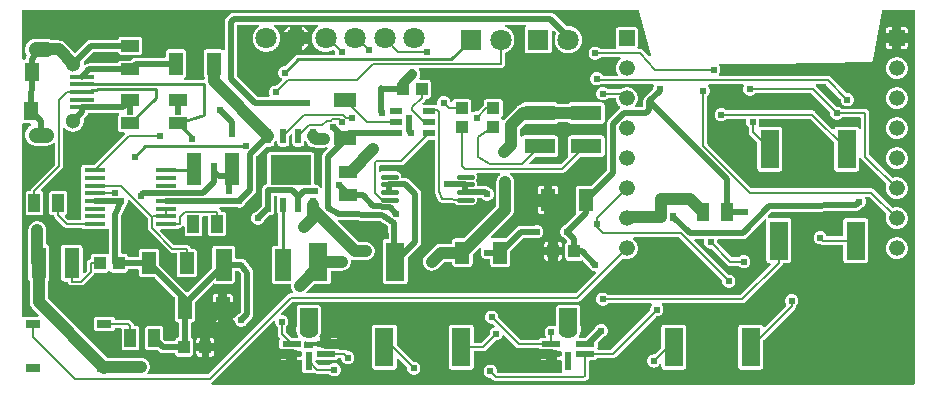
<source format=gtl>
G04 Layer: TopLayer*
G04 EasyEDA v6.3.43, 2020-05-24T14:51:43+02:00*
G04 8b069e2c24b14efe805d348ad6be2aff,234966f79ee84ceb97ee69e44186daaf,10*
G04 Gerber Generator version 0.2*
G04 Scale: 100 percent, Rotated: No, Reflected: No *
G04 Dimensions in millimeters *
G04 leading zeros omitted , absolute positions ,3 integer and 3 decimal *
%FSLAX33Y33*%
%MOMM*%
G90*
G71D02*

%ADD10C,0.254000*%
%ADD11C,0.200000*%
%ADD12C,0.999998*%
%ADD13C,0.499999*%
%ADD14C,0.129997*%
%ADD15C,0.850011*%
%ADD16C,0.399999*%
%ADD17C,0.609600*%
%ADD18R,1.803400X0.406400*%
%ADD19R,0.999998X1.099998*%
%ADD20R,2.599995X1.299997*%
%ADD21R,1.299997X2.599995*%
%ADD22R,1.599997X3.299993*%
%ADD23R,1.550010X0.999998*%
%ADD24R,1.999996X0.450012*%
%ADD25R,1.199896X1.599997*%
%ADD26R,0.999998X1.550010*%
%ADD27R,1.399997X2.699995*%
%ADD28R,1.099998X0.999998*%
%ADD29R,0.499999X0.799998*%
%ADD30R,0.999998X0.550012*%
%ADD31R,1.299997X0.699999*%
%ADD32R,1.599946X0.519989*%
%ADD33R,0.599948X1.599946*%
%ADD34R,1.599997X0.519989*%
%ADD35R,1.199998X1.899996*%
%ADD36R,0.480060X1.299997*%
%ADD37R,3.499866X2.499995*%
%ADD38R,1.899996X1.199998*%
%ADD39R,1.199998X2.699995*%
%ADD40C,1.799996*%
%ADD41R,1.799996X1.799996*%
%ADD42C,1.299997*%
%ADD43C,1.619987*%
%ADD44R,1.340002X1.340002*%
%ADD45C,1.340002*%

%LPD*%
G36*
G01X20223Y30735D02*
G01X18515Y30735D01*
G01X18500Y30734D01*
G01X18486Y30731D01*
G01X18472Y30726D01*
G01X18460Y30719D01*
G01X18448Y30710D01*
G01X18438Y30700D01*
G01X18429Y30688D01*
G01X18422Y30676D01*
G01X18417Y30662D01*
G01X18414Y30648D01*
G01X18413Y30633D01*
G01X18413Y26413D01*
G01X18414Y26398D01*
G01X18418Y26382D01*
G01X18424Y26367D01*
G01X18432Y26354D01*
G01X18443Y26342D01*
G01X20119Y24666D01*
G01X20131Y24655D01*
G01X20144Y24647D01*
G01X20159Y24641D01*
G01X20175Y24637D01*
G01X20190Y24636D01*
G01X21116Y24636D01*
G01X21130Y24637D01*
G01X21145Y24640D01*
G01X21158Y24645D01*
G01X21171Y24652D01*
G01X21183Y24661D01*
G01X21193Y24671D01*
G01X21201Y24683D01*
G01X21208Y24695D01*
G01X21213Y24709D01*
G01X21217Y24723D01*
G01X21218Y24738D01*
G01X21217Y24752D01*
G01X21213Y24767D01*
G01X21208Y24781D01*
G01X21194Y24813D01*
G01X21182Y24846D01*
G01X21173Y24880D01*
G01X21165Y24914D01*
G01X21160Y24949D01*
G01X21156Y24983D01*
G01X21155Y25019D01*
G01X21156Y25052D01*
G01X21159Y25086D01*
G01X21164Y25120D01*
G01X21171Y25153D01*
G01X21181Y25186D01*
G01X21192Y25218D01*
G01X21205Y25249D01*
G01X21219Y25279D01*
G01X21236Y25309D01*
G01X21255Y25337D01*
G01X21275Y25365D01*
G01X21296Y25391D01*
G01X21344Y25439D01*
G01X21370Y25460D01*
G01X21398Y25480D01*
G01X21426Y25499D01*
G01X21456Y25516D01*
G01X21486Y25530D01*
G01X21517Y25543D01*
G01X21549Y25554D01*
G01X21582Y25564D01*
G01X21615Y25571D01*
G01X21649Y25576D01*
G01X21683Y25579D01*
G01X21717Y25580D01*
G01X21732Y25580D01*
G01X21747Y25581D01*
G01X21763Y25585D01*
G01X21777Y25591D01*
G01X21791Y25599D01*
G01X21803Y25609D01*
G01X22218Y26024D01*
G01X22228Y26036D01*
G01X22237Y26050D01*
G01X22243Y26065D01*
G01X22246Y26080D01*
G01X22248Y26096D01*
G01X22247Y26111D01*
G01X22243Y26126D01*
G01X22238Y26140D01*
G01X22230Y26153D01*
G01X22221Y26165D01*
G01X22210Y26175D01*
G01X22197Y26184D01*
G01X22168Y26202D01*
G01X22140Y26222D01*
G01X22113Y26244D01*
G01X22087Y26267D01*
G01X22063Y26292D01*
G01X22041Y26318D01*
G01X22020Y26346D01*
G01X22001Y26374D01*
G01X21984Y26404D01*
G01X21968Y26435D01*
G01X21955Y26467D01*
G01X21943Y26500D01*
G01X21934Y26533D01*
G01X21927Y26567D01*
G01X21921Y26601D01*
G01X21918Y26635D01*
G01X21917Y26670D01*
G01X21918Y26704D01*
G01X21921Y26738D01*
G01X21927Y26772D01*
G01X21934Y26806D01*
G01X21943Y26839D01*
G01X21955Y26872D01*
G01X21968Y26903D01*
G01X21984Y26934D01*
G01X22001Y26964D01*
G01X22020Y26993D01*
G01X22040Y27021D01*
G01X22063Y27047D01*
G01X22087Y27072D01*
G01X22112Y27095D01*
G01X22139Y27116D01*
G01X22167Y27136D01*
G01X22196Y27155D01*
G01X22227Y27171D01*
G01X22258Y27186D01*
G01X22290Y27198D01*
G01X22323Y27209D01*
G01X22356Y27217D01*
G01X22390Y27224D01*
G01X22424Y27228D01*
G01X22459Y27230D01*
G01X22474Y27232D01*
G01X22488Y27236D01*
G01X22502Y27242D01*
G01X22515Y27250D01*
G01X22527Y27260D01*
G01X23350Y28084D01*
G01X23372Y28104D01*
G01X23396Y28123D01*
G01X23421Y28140D01*
G01X23447Y28154D01*
G01X23475Y28167D01*
G01X23503Y28177D01*
G01X23532Y28185D01*
G01X23562Y28191D01*
G01X23591Y28195D01*
G01X23622Y28196D01*
G01X26659Y28196D01*
G01X26673Y28197D01*
G01X26687Y28200D01*
G01X26701Y28205D01*
G01X26714Y28212D01*
G01X26725Y28221D01*
G01X26736Y28231D01*
G01X26744Y28243D01*
G01X26751Y28255D01*
G01X26756Y28269D01*
G01X26759Y28283D01*
G01X26760Y28298D01*
G01X26758Y28321D01*
G01X26750Y28362D01*
G01X26745Y28405D01*
G01X26743Y28448D01*
G01X26743Y28463D01*
G01X26742Y28478D01*
G01X26738Y28494D01*
G01X26732Y28508D01*
G01X26724Y28522D01*
G01X26714Y28534D01*
G01X26658Y28590D01*
G01X26646Y28600D01*
G01X26632Y28609D01*
G01X26617Y28615D01*
G01X26602Y28619D01*
G01X26586Y28620D01*
G01X26567Y28618D01*
G01X26549Y28613D01*
G01X26533Y28605D01*
G01X26490Y28580D01*
G01X26447Y28557D01*
G01X26403Y28536D01*
G01X26358Y28517D01*
G01X26312Y28500D01*
G01X26266Y28484D01*
G01X26218Y28471D01*
G01X26171Y28460D01*
G01X26123Y28450D01*
G01X26074Y28443D01*
G01X26026Y28438D01*
G01X25977Y28435D01*
G01X25928Y28434D01*
G01X25878Y28435D01*
G01X25829Y28438D01*
G01X25780Y28443D01*
G01X25731Y28451D01*
G01X25682Y28460D01*
G01X25634Y28472D01*
G01X25587Y28485D01*
G01X25540Y28501D01*
G01X25493Y28519D01*
G01X25448Y28538D01*
G01X25403Y28560D01*
G01X25360Y28583D01*
G01X25317Y28608D01*
G01X25276Y28635D01*
G01X25235Y28664D01*
G01X25196Y28695D01*
G01X25159Y28727D01*
G01X25123Y28760D01*
G01X25088Y28796D01*
G01X25055Y28832D01*
G01X25023Y28870D01*
G01X24993Y28910D01*
G01X24965Y28950D01*
G01X24938Y28992D01*
G01X24913Y29035D01*
G01X24891Y29079D01*
G01X24870Y29124D01*
G01X24851Y29169D01*
G01X24834Y29216D01*
G01X24819Y29263D01*
G01X24806Y29311D01*
G01X24795Y29359D01*
G01X24786Y29408D01*
G01X24779Y29457D01*
G01X24773Y29523D01*
G01X24771Y29591D01*
G01X24773Y29658D01*
G01X24779Y29724D01*
G01X24786Y29774D01*
G01X24795Y29823D01*
G01X24806Y29871D01*
G01X24819Y29919D01*
G01X24834Y29967D01*
G01X24851Y30013D01*
G01X24871Y30059D01*
G01X24892Y30104D01*
G01X24915Y30149D01*
G01X24940Y30192D01*
G01X24967Y30234D01*
G01X24995Y30274D01*
G01X25025Y30314D01*
G01X25057Y30352D01*
G01X25091Y30389D01*
G01X25126Y30424D01*
G01X25163Y30458D01*
G01X25201Y30490D01*
G01X25240Y30520D01*
G01X25281Y30549D01*
G01X25294Y30559D01*
G01X25305Y30572D01*
G01X25314Y30586D01*
G01X25320Y30601D01*
G01X25324Y30617D01*
G01X25326Y30633D01*
G01X25325Y30648D01*
G01X25321Y30662D01*
G01X25316Y30676D01*
G01X25309Y30688D01*
G01X25301Y30700D01*
G01X25291Y30710D01*
G01X25279Y30719D01*
G01X25266Y30726D01*
G01X25253Y30731D01*
G01X25238Y30734D01*
G01X25224Y30735D01*
G01X24132Y30735D01*
G01X24118Y30734D01*
G01X24104Y30731D01*
G01X24090Y30726D01*
G01X24077Y30719D01*
G01X24066Y30710D01*
G01X24055Y30700D01*
G01X24047Y30688D01*
G01X24040Y30676D01*
G01X24035Y30662D01*
G01X24032Y30648D01*
G01X24031Y30633D01*
G01X24032Y30617D01*
G01X24036Y30601D01*
G01X24043Y30586D01*
G01X24051Y30572D01*
G01X24063Y30559D01*
G01X24075Y30549D01*
G01X24116Y30520D01*
G01X24156Y30490D01*
G01X24194Y30458D01*
G01X24230Y30424D01*
G01X24265Y30389D01*
G01X24299Y30352D01*
G01X24331Y30314D01*
G01X24361Y30274D01*
G01X24390Y30233D01*
G01X24417Y30191D01*
G01X24442Y30148D01*
G01X24465Y30104D01*
G01X23942Y30104D01*
G01X23942Y30633D01*
G01X23941Y30648D01*
G01X23938Y30662D01*
G01X23933Y30676D01*
G01X23926Y30688D01*
G01X23917Y30700D01*
G01X23907Y30710D01*
G01X23895Y30719D01*
G01X23883Y30726D01*
G01X23869Y30731D01*
G01X23855Y30734D01*
G01X23840Y30735D01*
G01X23017Y30735D01*
G01X23002Y30734D01*
G01X22988Y30731D01*
G01X22974Y30726D01*
G01X22962Y30719D01*
G01X22950Y30710D01*
G01X22940Y30700D01*
G01X22931Y30688D01*
G01X22924Y30676D01*
G01X22919Y30662D01*
G01X22916Y30648D01*
G01X22915Y30633D01*
G01X22915Y30104D01*
G01X22392Y30104D01*
G01X22415Y30148D01*
G01X22440Y30191D01*
G01X22467Y30233D01*
G01X22496Y30274D01*
G01X22526Y30314D01*
G01X22558Y30352D01*
G01X22592Y30389D01*
G01X22627Y30424D01*
G01X22663Y30458D01*
G01X22701Y30490D01*
G01X22741Y30520D01*
G01X22781Y30549D01*
G01X22794Y30559D01*
G01X22805Y30572D01*
G01X22814Y30586D01*
G01X22821Y30601D01*
G01X22825Y30617D01*
G01X22826Y30633D01*
G01X22825Y30648D01*
G01X22822Y30662D01*
G01X22817Y30676D01*
G01X22810Y30688D01*
G01X22801Y30700D01*
G01X22791Y30710D01*
G01X22780Y30719D01*
G01X22767Y30726D01*
G01X22753Y30731D01*
G01X22739Y30734D01*
G01X22725Y30735D01*
G01X21630Y30735D01*
G01X21616Y30734D01*
G01X21602Y30731D01*
G01X21588Y30726D01*
G01X21575Y30719D01*
G01X21564Y30710D01*
G01X21554Y30700D01*
G01X21545Y30688D01*
G01X21538Y30676D01*
G01X21533Y30662D01*
G01X21530Y30648D01*
G01X21529Y30633D01*
G01X21530Y30617D01*
G01X21534Y30601D01*
G01X21541Y30586D01*
G01X21550Y30572D01*
G01X21561Y30559D01*
G01X21574Y30549D01*
G01X21615Y30520D01*
G01X21654Y30489D01*
G01X21693Y30457D01*
G01X21730Y30423D01*
G01X21765Y30387D01*
G01X21799Y30350D01*
G01X21831Y30311D01*
G01X21862Y30271D01*
G01X21890Y30230D01*
G01X21917Y30187D01*
G01X21942Y30143D01*
G01X21965Y30099D01*
G01X21987Y30053D01*
G01X22006Y30007D01*
G01X22023Y29959D01*
G01X22038Y29911D01*
G01X22051Y29863D01*
G01X22061Y29813D01*
G01X22070Y29764D01*
G01X22076Y29714D01*
G01X22081Y29652D01*
G01X22083Y29591D01*
G01X22081Y29529D01*
G01X22076Y29467D01*
G01X22070Y29418D01*
G01X22062Y29369D01*
G01X22051Y29320D01*
G01X22038Y29272D01*
G01X22024Y29224D01*
G01X22007Y29177D01*
G01X21988Y29131D01*
G01X21967Y29086D01*
G01X21945Y29042D01*
G01X21920Y28998D01*
G01X21894Y28956D01*
G01X21865Y28915D01*
G01X21835Y28875D01*
G01X21804Y28837D01*
G01X21771Y28800D01*
G01X21736Y28764D01*
G01X21699Y28730D01*
G01X21662Y28698D01*
G01X21623Y28667D01*
G01X21582Y28638D01*
G01X21541Y28610D01*
G01X21498Y28585D01*
G01X21454Y28561D01*
G01X21409Y28539D01*
G01X21364Y28520D01*
G01X21317Y28502D01*
G01X21270Y28486D01*
G01X21222Y28472D01*
G01X21174Y28461D01*
G01X21125Y28451D01*
G01X21076Y28444D01*
G01X21026Y28438D01*
G01X20976Y28435D01*
G01X20927Y28434D01*
G01X20877Y28435D01*
G01X20828Y28438D01*
G01X20780Y28443D01*
G01X20731Y28451D01*
G01X20683Y28460D01*
G01X20635Y28471D01*
G01X20588Y28485D01*
G01X20541Y28500D01*
G01X20495Y28517D01*
G01X20450Y28537D01*
G01X20406Y28558D01*
G01X20363Y28581D01*
G01X20320Y28606D01*
G01X20279Y28632D01*
G01X20239Y28661D01*
G01X20200Y28691D01*
G01X20162Y28722D01*
G01X20126Y28756D01*
G01X20092Y28790D01*
G01X20058Y28826D01*
G01X20027Y28864D01*
G01X19997Y28903D01*
G01X19968Y28943D01*
G01X19942Y28984D01*
G01X19917Y29026D01*
G01X19894Y29070D01*
G01X19873Y29114D01*
G01X19853Y29159D01*
G01X19836Y29205D01*
G01X19821Y29252D01*
G01X19807Y29299D01*
G01X19796Y29347D01*
G01X19787Y29395D01*
G01X19779Y29444D01*
G01X19774Y29492D01*
G01X19771Y29541D01*
G01X19770Y29591D01*
G01X19771Y29640D01*
G01X19774Y29689D01*
G01X19779Y29738D01*
G01X19787Y29786D01*
G01X19796Y29834D01*
G01X19807Y29882D01*
G01X19821Y29929D01*
G01X19836Y29976D01*
G01X19854Y30022D01*
G01X19873Y30067D01*
G01X19894Y30112D01*
G01X19917Y30155D01*
G01X19942Y30197D01*
G01X19969Y30239D01*
G01X19997Y30279D01*
G01X20027Y30317D01*
G01X20059Y30355D01*
G01X20092Y30391D01*
G01X20127Y30426D01*
G01X20163Y30459D01*
G01X20201Y30491D01*
G01X20239Y30521D01*
G01X20280Y30549D01*
G01X20292Y30559D01*
G01X20304Y30572D01*
G01X20312Y30586D01*
G01X20319Y30601D01*
G01X20323Y30617D01*
G01X20324Y30633D01*
G01X20323Y30648D01*
G01X20320Y30662D01*
G01X20315Y30676D01*
G01X20308Y30688D01*
G01X20300Y30700D01*
G01X20289Y30710D01*
G01X20278Y30719D01*
G01X20265Y30726D01*
G01X20251Y30731D01*
G01X20237Y30734D01*
G01X20223Y30735D01*
G37*

%LPC*%
G36*
G01X24465Y29077D02*
G01X23942Y29077D01*
G01X23942Y28554D01*
G01X23986Y28577D01*
G01X24030Y28603D01*
G01X24072Y28630D01*
G01X24113Y28658D01*
G01X24153Y28689D01*
G01X24191Y28721D01*
G01X24228Y28755D01*
G01X24264Y28791D01*
G01X24298Y28828D01*
G01X24330Y28866D01*
G01X24361Y28906D01*
G01X24389Y28947D01*
G01X24416Y28989D01*
G01X24442Y29033D01*
G01X24465Y29077D01*
G37*
G36*
G01X22915Y29077D02*
G01X22392Y29077D01*
G01X22415Y29033D01*
G01X22441Y28989D01*
G01X22468Y28947D01*
G01X22496Y28906D01*
G01X22527Y28866D01*
G01X22559Y28828D01*
G01X22593Y28791D01*
G01X22629Y28755D01*
G01X22666Y28721D01*
G01X22704Y28689D01*
G01X22744Y28658D01*
G01X22785Y28630D01*
G01X22827Y28603D01*
G01X22870Y28577D01*
G01X22915Y28554D01*
G01X22915Y29077D01*
G37*

%LPD*%
G36*
G01X52391Y32001D02*
G01X358Y32001D01*
G01X343Y32000D01*
G01X329Y31997D01*
G01X315Y31992D01*
G01X303Y31985D01*
G01X291Y31976D01*
G01X281Y31966D01*
G01X272Y31954D01*
G01X265Y31942D01*
G01X260Y31928D01*
G01X257Y31914D01*
G01X256Y31899D01*
G01X256Y27851D01*
G01X257Y27837D01*
G01X260Y27823D01*
G01X265Y27809D01*
G01X272Y27796D01*
G01X281Y27785D01*
G01X291Y27775D01*
G01X303Y27766D01*
G01X315Y27759D01*
G01X329Y27754D01*
G01X343Y27751D01*
G01X358Y27750D01*
G01X380Y27752D01*
G01X404Y27756D01*
G01X430Y27758D01*
G01X445Y27760D01*
G01X459Y27763D01*
G01X473Y27769D01*
G01X486Y27777D01*
G01X498Y27787D01*
G01X508Y27798D01*
G01X517Y27811D01*
G01X523Y27825D01*
G01X527Y27839D01*
G01X529Y27854D01*
G01X532Y27890D01*
G01X538Y27926D01*
G01X546Y27961D01*
G01X557Y27995D01*
G01X570Y28028D01*
G01X586Y28061D01*
G01X603Y28092D01*
G01X612Y28109D01*
G01X617Y28127D01*
G01X618Y28145D01*
G01X617Y28163D01*
G01X612Y28179D01*
G01X605Y28195D01*
G01X584Y28236D01*
G01X564Y28278D01*
G01X547Y28321D01*
G01X532Y28365D01*
G01X519Y28409D01*
G01X509Y28454D01*
G01X500Y28500D01*
G01X494Y28546D01*
G01X491Y28592D01*
G01X490Y28638D01*
G01X491Y28681D01*
G01X494Y28724D01*
G01X499Y28767D01*
G01X506Y28810D01*
G01X515Y28852D01*
G01X526Y28893D01*
G01X540Y28934D01*
G01X555Y28975D01*
G01X572Y29015D01*
G01X591Y29053D01*
G01X611Y29091D01*
G01X634Y29128D01*
G01X658Y29164D01*
G01X684Y29198D01*
G01X711Y29232D01*
G01X740Y29264D01*
G01X771Y29294D01*
G01X803Y29323D01*
G01X836Y29351D01*
G01X870Y29376D01*
G01X906Y29401D01*
G01X943Y29423D01*
G01X981Y29444D01*
G01X1020Y29463D01*
G01X1059Y29480D01*
G01X1100Y29495D01*
G01X1141Y29508D01*
G01X1183Y29519D01*
G01X1225Y29528D01*
G01X1267Y29535D01*
G01X1310Y29540D01*
G01X1353Y29544D01*
G01X1396Y29545D01*
G01X2295Y29545D01*
G01X2341Y29543D01*
G01X2386Y29540D01*
G01X2431Y29534D01*
G01X2476Y29526D01*
G01X2521Y29516D01*
G01X2564Y29504D01*
G01X2608Y29489D01*
G01X2650Y29472D01*
G01X2691Y29453D01*
G01X2732Y29433D01*
G01X2771Y29410D01*
G01X2788Y29401D01*
G01X2806Y29396D01*
G01X2824Y29395D01*
G01X3337Y29395D01*
G01X3376Y29393D01*
G01X3416Y29390D01*
G01X3455Y29385D01*
G01X3494Y29378D01*
G01X3533Y29369D01*
G01X3571Y29358D01*
G01X3608Y29344D01*
G01X3645Y29329D01*
G01X3680Y29312D01*
G01X3715Y29293D01*
G01X3749Y29272D01*
G01X3781Y29250D01*
G01X3813Y29226D01*
G01X3843Y29200D01*
G01X3872Y29173D01*
G01X4651Y28394D01*
G01X4663Y28384D01*
G01X4677Y28375D01*
G01X4691Y28369D01*
G01X4707Y28365D01*
G01X4723Y28364D01*
G01X4739Y28365D01*
G01X4754Y28369D01*
G01X4769Y28375D01*
G01X4782Y28384D01*
G01X4794Y28394D01*
G01X5698Y29298D01*
G01X5722Y29320D01*
G01X5748Y29341D01*
G01X5775Y29361D01*
G01X5803Y29378D01*
G01X5832Y29394D01*
G01X5863Y29407D01*
G01X5894Y29419D01*
G01X5925Y29429D01*
G01X5958Y29436D01*
G01X5990Y29442D01*
G01X6023Y29445D01*
G01X6056Y29446D01*
G01X8281Y29446D01*
G01X8297Y29447D01*
G01X8313Y29451D01*
G01X8327Y29457D01*
G01X8341Y29466D01*
G01X8353Y29476D01*
G01X8364Y29488D01*
G01X8372Y29502D01*
G01X8378Y29517D01*
G01X8386Y29539D01*
G01X8396Y29560D01*
G01X8408Y29580D01*
G01X8421Y29598D01*
G01X8436Y29616D01*
G01X8453Y29632D01*
G01X8471Y29646D01*
G01X8490Y29659D01*
G01X8511Y29670D01*
G01X8532Y29679D01*
G01X8554Y29687D01*
G01X8576Y29692D01*
G01X8599Y29695D01*
G01X8622Y29696D01*
G01X10173Y29696D01*
G01X10196Y29695D01*
G01X10220Y29692D01*
G01X10243Y29686D01*
G01X10265Y29679D01*
G01X10287Y29669D01*
G01X10308Y29658D01*
G01X10327Y29644D01*
G01X10345Y29629D01*
G01X10362Y29612D01*
G01X10377Y29594D01*
G01X10391Y29575D01*
G01X10402Y29554D01*
G01X10412Y29532D01*
G01X10419Y29510D01*
G01X10425Y29487D01*
G01X10428Y29463D01*
G01X10429Y29439D01*
G01X10429Y28439D01*
G01X10428Y28416D01*
G01X10425Y28392D01*
G01X10419Y28369D01*
G01X10412Y28347D01*
G01X10402Y28325D01*
G01X10391Y28304D01*
G01X10377Y28285D01*
G01X10362Y28267D01*
G01X10345Y28250D01*
G01X10327Y28235D01*
G01X10308Y28221D01*
G01X10287Y28210D01*
G01X10265Y28200D01*
G01X10243Y28193D01*
G01X10220Y28187D01*
G01X10196Y28184D01*
G01X10173Y28183D01*
G01X8622Y28183D01*
G01X8599Y28184D01*
G01X8576Y28187D01*
G01X8554Y28192D01*
G01X8532Y28200D01*
G01X8511Y28209D01*
G01X8490Y28220D01*
G01X8471Y28233D01*
G01X8453Y28247D01*
G01X8436Y28263D01*
G01X8421Y28281D01*
G01X8408Y28299D01*
G01X8396Y28319D01*
G01X8386Y28340D01*
G01X8378Y28362D01*
G01X8372Y28377D01*
G01X8364Y28391D01*
G01X8353Y28403D01*
G01X8341Y28413D01*
G01X8327Y28422D01*
G01X8313Y28428D01*
G01X8297Y28432D01*
G01X8281Y28433D01*
G01X6308Y28433D01*
G01X6292Y28432D01*
G01X6277Y28428D01*
G01X6262Y28422D01*
G01X6249Y28414D01*
G01X6236Y28403D01*
G01X5473Y27639D01*
G01X5462Y27627D01*
G01X5454Y27614D01*
G01X5448Y27599D01*
G01X5444Y27583D01*
G01X5443Y27567D01*
G01X5444Y27554D01*
G01X5450Y27491D01*
G01X5452Y27429D01*
G01X5452Y27408D01*
G01X5453Y27394D01*
G01X5456Y27380D01*
G01X5461Y27366D01*
G01X5468Y27353D01*
G01X5477Y27342D01*
G01X5487Y27332D01*
G01X5499Y27323D01*
G01X5512Y27316D01*
G01X5525Y27311D01*
G01X5539Y27308D01*
G01X5554Y27307D01*
G01X5571Y27308D01*
G01X5588Y27313D01*
G01X5604Y27320D01*
G01X5618Y27330D01*
G01X5646Y27351D01*
G01X5675Y27371D01*
G01X5706Y27388D01*
G01X5737Y27403D01*
G01X5770Y27416D01*
G01X5803Y27427D01*
G01X5837Y27435D01*
G01X5871Y27441D01*
G01X5906Y27445D01*
G01X5941Y27446D01*
G01X8281Y27446D01*
G01X8297Y27447D01*
G01X8313Y27451D01*
G01X8327Y27457D01*
G01X8341Y27466D01*
G01X8353Y27476D01*
G01X8364Y27488D01*
G01X8372Y27502D01*
G01X8378Y27517D01*
G01X8386Y27539D01*
G01X8396Y27560D01*
G01X8408Y27580D01*
G01X8421Y27598D01*
G01X8436Y27616D01*
G01X8453Y27632D01*
G01X8471Y27646D01*
G01X8490Y27659D01*
G01X8511Y27670D01*
G01X8532Y27679D01*
G01X8554Y27687D01*
G01X8576Y27692D01*
G01X8599Y27695D01*
G01X8622Y27696D01*
G01X9396Y27696D01*
G01X9411Y27697D01*
G01X9427Y27701D01*
G01X9442Y27707D01*
G01X9455Y27715D01*
G01X9467Y27726D01*
G01X9531Y27790D01*
G01X9556Y27812D01*
G01X9581Y27833D01*
G01X9608Y27853D01*
G01X9636Y27870D01*
G01X9665Y27886D01*
G01X9696Y27899D01*
G01X9727Y27911D01*
G01X9758Y27921D01*
G01X9791Y27928D01*
G01X9823Y27934D01*
G01X9856Y27937D01*
G01X9889Y27938D01*
G01X12300Y27938D01*
G01X12315Y27939D01*
G01X12329Y27942D01*
G01X12343Y27947D01*
G01X12355Y27954D01*
G01X12367Y27963D01*
G01X12377Y27973D01*
G01X12386Y27985D01*
G01X12393Y27997D01*
G01X12398Y28011D01*
G01X12401Y28025D01*
G01X12402Y28040D01*
G01X12402Y28382D01*
G01X12403Y28405D01*
G01X12406Y28429D01*
G01X12412Y28452D01*
G01X12419Y28474D01*
G01X12429Y28496D01*
G01X12440Y28517D01*
G01X12454Y28536D01*
G01X12469Y28554D01*
G01X12486Y28571D01*
G01X12504Y28586D01*
G01X12523Y28600D01*
G01X12544Y28611D01*
G01X12566Y28621D01*
G01X12588Y28628D01*
G01X12611Y28634D01*
G01X12635Y28637D01*
G01X12659Y28638D01*
G01X13859Y28638D01*
G01X13882Y28637D01*
G01X13906Y28634D01*
G01X13929Y28628D01*
G01X13951Y28621D01*
G01X13973Y28611D01*
G01X13994Y28600D01*
G01X14013Y28586D01*
G01X14031Y28571D01*
G01X14048Y28554D01*
G01X14063Y28536D01*
G01X14077Y28517D01*
G01X14088Y28496D01*
G01X14098Y28474D01*
G01X14105Y28452D01*
G01X14111Y28429D01*
G01X14114Y28405D01*
G01X14115Y28382D01*
G01X14115Y26481D01*
G01X14114Y26458D01*
G01X14111Y26435D01*
G01X14106Y26412D01*
G01X14098Y26390D01*
G01X14089Y26369D01*
G01X14078Y26349D01*
G01X14065Y26329D01*
G01X14050Y26311D01*
G01X14034Y26294D01*
G01X14016Y26279D01*
G01X13997Y26266D01*
G01X13977Y26254D01*
G01X13964Y26246D01*
G01X13952Y26235D01*
G01X13942Y26223D01*
G01X13934Y26210D01*
G01X13928Y26195D01*
G01X13924Y26180D01*
G01X13923Y26164D01*
G01X13924Y26150D01*
G01X13927Y26135D01*
G01X13932Y26122D01*
G01X13939Y26109D01*
G01X13948Y26098D01*
G01X13958Y26087D01*
G01X13969Y26079D01*
G01X13982Y26072D01*
G01X13996Y26067D01*
G01X14010Y26063D01*
G01X14024Y26062D01*
G01X15601Y26062D01*
G01X15615Y26063D01*
G01X15629Y26067D01*
G01X15643Y26072D01*
G01X15656Y26079D01*
G01X15667Y26087D01*
G01X15677Y26098D01*
G01X15686Y26109D01*
G01X15693Y26122D01*
G01X15698Y26135D01*
G01X15701Y26150D01*
G01X15702Y26164D01*
G01X15702Y26233D01*
G01X15701Y26248D01*
G01X15697Y26264D01*
G01X15692Y26278D01*
G01X15684Y26291D01*
G01X15674Y26303D01*
G01X15658Y26322D01*
G01X15643Y26342D01*
G01X15631Y26363D01*
G01X15621Y26386D01*
G01X15612Y26409D01*
G01X15607Y26433D01*
G01X15603Y26457D01*
G01X15602Y26481D01*
G01X15602Y28382D01*
G01X15603Y28405D01*
G01X15606Y28429D01*
G01X15612Y28452D01*
G01X15619Y28474D01*
G01X15629Y28496D01*
G01X15640Y28517D01*
G01X15654Y28536D01*
G01X15669Y28554D01*
G01X15686Y28571D01*
G01X15704Y28586D01*
G01X15723Y28600D01*
G01X15744Y28611D01*
G01X15766Y28621D01*
G01X15788Y28628D01*
G01X15811Y28634D01*
G01X15835Y28637D01*
G01X15858Y28638D01*
G01X17058Y28638D01*
G01X17082Y28637D01*
G01X17105Y28634D01*
G01X17128Y28628D01*
G01X17150Y28621D01*
G01X17172Y28612D01*
G01X17193Y28600D01*
G01X17212Y28587D01*
G01X17230Y28572D01*
G01X17242Y28563D01*
G01X17255Y28556D01*
G01X17269Y28550D01*
G01X17283Y28547D01*
G01X17298Y28546D01*
G01X17313Y28547D01*
G01X17327Y28550D01*
G01X17341Y28555D01*
G01X17353Y28562D01*
G01X17365Y28571D01*
G01X17375Y28581D01*
G01X17384Y28592D01*
G01X17391Y28605D01*
G01X17396Y28619D01*
G01X17399Y28633D01*
G01X17400Y28647D01*
G01X17400Y30988D01*
G01X17401Y31021D01*
G01X17404Y31054D01*
G01X17410Y31086D01*
G01X17417Y31119D01*
G01X17427Y31150D01*
G01X17439Y31181D01*
G01X17452Y31212D01*
G01X17468Y31241D01*
G01X17485Y31269D01*
G01X17505Y31296D01*
G01X17526Y31321D01*
G01X17548Y31346D01*
G01X17802Y31600D01*
G01X17827Y31622D01*
G01X17852Y31643D01*
G01X17879Y31663D01*
G01X17907Y31680D01*
G01X17936Y31696D01*
G01X17967Y31709D01*
G01X17998Y31721D01*
G01X18029Y31731D01*
G01X18062Y31738D01*
G01X18094Y31744D01*
G01X18127Y31747D01*
G01X18161Y31748D01*
G01X44958Y31748D01*
G01X44991Y31747D01*
G01X45024Y31744D01*
G01X45056Y31738D01*
G01X45089Y31731D01*
G01X45120Y31721D01*
G01X45151Y31709D01*
G01X45182Y31696D01*
G01X45211Y31680D01*
G01X45239Y31663D01*
G01X45266Y31643D01*
G01X45291Y31622D01*
G01X45316Y31600D01*
G01X46273Y30642D01*
G01X46285Y30632D01*
G01X46299Y30624D01*
G01X46313Y30618D01*
G01X46329Y30614D01*
G01X46345Y30613D01*
G01X46356Y30613D01*
G01X46419Y30618D01*
G01X46482Y30620D01*
G01X46531Y30619D01*
G01X46580Y30616D01*
G01X46628Y30611D01*
G01X46677Y30603D01*
G01X46725Y30594D01*
G01X46773Y30583D01*
G01X46820Y30569D01*
G01X46867Y30554D01*
G01X46913Y30537D01*
G01X46958Y30517D01*
G01X47002Y30496D01*
G01X47046Y30473D01*
G01X47088Y30448D01*
G01X47129Y30422D01*
G01X47169Y30393D01*
G01X47208Y30363D01*
G01X47246Y30332D01*
G01X47282Y30298D01*
G01X47316Y30264D01*
G01X47350Y30228D01*
G01X47381Y30190D01*
G01X47411Y30151D01*
G01X47440Y30111D01*
G01X47466Y30070D01*
G01X47491Y30028D01*
G01X47514Y29984D01*
G01X47535Y29940D01*
G01X47555Y29895D01*
G01X47572Y29849D01*
G01X47587Y29802D01*
G01X47601Y29755D01*
G01X47612Y29707D01*
G01X47621Y29659D01*
G01X47629Y29610D01*
G01X47634Y29562D01*
G01X47637Y29513D01*
G01X47638Y29464D01*
G01X47637Y29414D01*
G01X47634Y29365D01*
G01X47629Y29317D01*
G01X47621Y29268D01*
G01X47612Y29220D01*
G01X47601Y29172D01*
G01X47587Y29125D01*
G01X47572Y29078D01*
G01X47555Y29032D01*
G01X47535Y28987D01*
G01X47514Y28943D01*
G01X47491Y28899D01*
G01X47466Y28857D01*
G01X47440Y28816D01*
G01X47411Y28776D01*
G01X47381Y28737D01*
G01X47350Y28699D01*
G01X47316Y28663D01*
G01X47282Y28629D01*
G01X47246Y28595D01*
G01X47208Y28564D01*
G01X47169Y28534D01*
G01X47129Y28505D01*
G01X47088Y28479D01*
G01X47046Y28454D01*
G01X47002Y28431D01*
G01X46958Y28410D01*
G01X46913Y28390D01*
G01X46867Y28373D01*
G01X46820Y28358D01*
G01X46773Y28344D01*
G01X46725Y28333D01*
G01X46677Y28324D01*
G01X46628Y28316D01*
G01X46580Y28311D01*
G01X46531Y28308D01*
G01X46482Y28307D01*
G01X46432Y28308D01*
G01X46383Y28311D01*
G01X46335Y28316D01*
G01X46286Y28324D01*
G01X46238Y28333D01*
G01X46190Y28344D01*
G01X46143Y28358D01*
G01X46096Y28373D01*
G01X46050Y28390D01*
G01X46005Y28410D01*
G01X45961Y28431D01*
G01X45917Y28454D01*
G01X45875Y28479D01*
G01X45834Y28505D01*
G01X45794Y28534D01*
G01X45755Y28564D01*
G01X45717Y28595D01*
G01X45681Y28629D01*
G01X45647Y28663D01*
G01X45613Y28699D01*
G01X45582Y28737D01*
G01X45552Y28776D01*
G01X45523Y28816D01*
G01X45497Y28857D01*
G01X45472Y28899D01*
G01X45449Y28943D01*
G01X45428Y28987D01*
G01X45408Y29032D01*
G01X45391Y29078D01*
G01X45376Y29125D01*
G01X45362Y29172D01*
G01X45351Y29220D01*
G01X45342Y29268D01*
G01X45334Y29317D01*
G01X45329Y29365D01*
G01X45326Y29414D01*
G01X45325Y29464D01*
G01X45326Y29514D01*
G01X45329Y29565D01*
G01X45335Y29615D01*
G01X45343Y29665D01*
G01X45353Y29715D01*
G01X45365Y29764D01*
G01X45379Y29812D01*
G01X45395Y29860D01*
G01X45414Y29908D01*
G01X45434Y29954D01*
G01X45439Y29968D01*
G01X45443Y29982D01*
G01X45444Y29997D01*
G01X45442Y30013D01*
G01X45439Y30028D01*
G01X45433Y30043D01*
G01X45424Y30057D01*
G01X45414Y30069D01*
G01X45271Y30211D01*
G01X45259Y30222D01*
G01X45246Y30230D01*
G01X45231Y30236D01*
G01X45216Y30240D01*
G01X45200Y30241D01*
G01X45185Y30240D01*
G01X45171Y30237D01*
G01X45157Y30232D01*
G01X45145Y30225D01*
G01X45133Y30216D01*
G01X45123Y30206D01*
G01X45114Y30194D01*
G01X45107Y30182D01*
G01X45102Y30168D01*
G01X45099Y30154D01*
G01X45098Y30139D01*
G01X45098Y28564D01*
G01X45097Y28540D01*
G01X45094Y28516D01*
G01X45088Y28493D01*
G01X45081Y28471D01*
G01X45071Y28449D01*
G01X45060Y28428D01*
G01X45046Y28409D01*
G01X45031Y28391D01*
G01X45014Y28374D01*
G01X44996Y28359D01*
G01X44977Y28345D01*
G01X44956Y28334D01*
G01X44934Y28324D01*
G01X44912Y28317D01*
G01X44889Y28311D01*
G01X44865Y28308D01*
G01X44841Y28307D01*
G01X43042Y28307D01*
G01X43018Y28308D01*
G01X42994Y28311D01*
G01X42971Y28317D01*
G01X42949Y28324D01*
G01X42927Y28334D01*
G01X42906Y28345D01*
G01X42887Y28359D01*
G01X42869Y28374D01*
G01X42852Y28391D01*
G01X42837Y28409D01*
G01X42823Y28428D01*
G01X42812Y28449D01*
G01X42802Y28471D01*
G01X42795Y28493D01*
G01X42789Y28516D01*
G01X42786Y28540D01*
G01X42785Y28564D01*
G01X42785Y30363D01*
G01X42786Y30388D01*
G01X42790Y30412D01*
G01X42795Y30435D01*
G01X42803Y30458D01*
G01X42813Y30481D01*
G01X42825Y30502D01*
G01X42839Y30522D01*
G01X42855Y30540D01*
G01X42873Y30557D01*
G01X42883Y30567D01*
G01X42892Y30579D01*
G01X42899Y30591D01*
G01X42904Y30605D01*
G01X42907Y30619D01*
G01X42908Y30633D01*
G01X42907Y30648D01*
G01X42904Y30662D01*
G01X42898Y30676D01*
G01X42892Y30688D01*
G01X42883Y30700D01*
G01X42873Y30710D01*
G01X42861Y30719D01*
G01X42848Y30726D01*
G01X42835Y30731D01*
G01X42820Y30734D01*
G01X42806Y30735D01*
G01X41229Y30735D01*
G01X41215Y30734D01*
G01X41201Y30731D01*
G01X41187Y30726D01*
G01X41175Y30719D01*
G01X41163Y30710D01*
G01X41153Y30700D01*
G01X41144Y30688D01*
G01X41137Y30676D01*
G01X41132Y30662D01*
G01X41129Y30648D01*
G01X41128Y30633D01*
G01X41129Y30618D01*
G01X41132Y30603D01*
G01X41138Y30589D01*
G01X41145Y30576D01*
G01X41155Y30564D01*
G01X41166Y30554D01*
G01X41178Y30545D01*
G01X41192Y30539D01*
G01X41238Y30520D01*
G01X41282Y30499D01*
G01X41326Y30476D01*
G01X41368Y30451D01*
G01X41410Y30424D01*
G01X41450Y30396D01*
G01X41490Y30366D01*
G01X41527Y30335D01*
G01X41564Y30301D01*
G01X41599Y30267D01*
G01X41632Y30230D01*
G01X41664Y30193D01*
G01X41694Y30154D01*
G01X41723Y30114D01*
G01X41750Y30072D01*
G01X41775Y30030D01*
G01X41798Y29986D01*
G01X41819Y29942D01*
G01X41839Y29897D01*
G01X41856Y29850D01*
G01X41872Y29804D01*
G01X41885Y29756D01*
G01X41897Y29708D01*
G01X41906Y29660D01*
G01X41914Y29611D01*
G01X41919Y29562D01*
G01X41922Y29513D01*
G01X41923Y29464D01*
G01X41922Y29414D01*
G01X41919Y29365D01*
G01X41914Y29315D01*
G01X41906Y29267D01*
G01X41897Y29218D01*
G01X41885Y29170D01*
G01X41872Y29122D01*
G01X41856Y29075D01*
G01X41838Y29029D01*
G01X41819Y28984D01*
G01X41797Y28939D01*
G01X41774Y28895D01*
G01X41749Y28853D01*
G01X41722Y28811D01*
G01X41693Y28771D01*
G01X41662Y28732D01*
G01X41630Y28694D01*
G01X41597Y28658D01*
G01X41561Y28623D01*
G01X41525Y28590D01*
G01X41487Y28559D01*
G01X41447Y28529D01*
G01X41407Y28500D01*
G01X41365Y28474D01*
G01X41322Y28449D01*
G01X41278Y28426D01*
G01X41233Y28405D01*
G01X41188Y28386D01*
G01X41174Y28380D01*
G01X41161Y28371D01*
G01X41150Y28361D01*
G01X41141Y28349D01*
G01X41133Y28336D01*
G01X41128Y28322D01*
G01X41124Y28307D01*
G01X41123Y28292D01*
G01X41123Y27432D01*
G01X41122Y27404D01*
G01X41119Y27376D01*
G01X41113Y27348D01*
G01X41106Y27321D01*
G01X41096Y27295D01*
G01X41084Y27270D01*
G01X41071Y27245D01*
G01X41055Y27222D01*
G01X41038Y27200D01*
G01X41019Y27179D01*
G01X40998Y27160D01*
G01X40976Y27143D01*
G01X40953Y27127D01*
G01X40928Y27114D01*
G01X40903Y27102D01*
G01X40877Y27092D01*
G01X40850Y27085D01*
G01X40822Y27079D01*
G01X40794Y27076D01*
G01X40767Y27075D01*
G01X33927Y27075D01*
G01X33913Y27074D01*
G01X33899Y27071D01*
G01X33885Y27066D01*
G01X33873Y27059D01*
G01X33861Y27050D01*
G01X33851Y27040D01*
G01X33842Y27028D01*
G01X33835Y27016D01*
G01X33830Y27002D01*
G01X33827Y26988D01*
G01X33826Y26973D01*
G01X33827Y26959D01*
G01X33830Y26944D01*
G01X33835Y26930D01*
G01X33843Y26917D01*
G01X33863Y26884D01*
G01X33882Y26849D01*
G01X33899Y26813D01*
G01X33914Y26776D01*
G01X33926Y26738D01*
G01X33937Y26700D01*
G01X33945Y26661D01*
G01X33950Y26622D01*
G01X33954Y26582D01*
G01X33955Y26543D01*
G01X33954Y26502D01*
G01X33950Y26461D01*
G01X33944Y26420D01*
G01X33935Y26380D01*
G01X33925Y26341D01*
G01X33911Y26302D01*
G01X33896Y26264D01*
G01X33878Y26228D01*
G01X33872Y26213D01*
G01X33868Y26197D01*
G01X33866Y26181D01*
G01X33867Y26166D01*
G01X33871Y26152D01*
G01X33876Y26138D01*
G01X33883Y26126D01*
G01X33891Y26114D01*
G01X33902Y26104D01*
G01X33913Y26095D01*
G01X33926Y26088D01*
G01X33939Y26083D01*
G01X33954Y26080D01*
G01X33968Y26079D01*
G01X34573Y26079D01*
G01X34597Y26078D01*
G01X34621Y26075D01*
G01X34644Y26069D01*
G01X34666Y26062D01*
G01X34688Y26052D01*
G01X34708Y26041D01*
G01X34728Y26027D01*
G01X34746Y26012D01*
G01X34763Y25995D01*
G01X34778Y25977D01*
G01X34792Y25958D01*
G01X34803Y25937D01*
G01X34813Y25915D01*
G01X34820Y25893D01*
G01X34826Y25870D01*
G01X34829Y25846D01*
G01X34830Y25823D01*
G01X34830Y24722D01*
G01X34829Y24699D01*
G01X34826Y24675D01*
G01X34820Y24652D01*
G01X34813Y24630D01*
G01X34803Y24608D01*
G01X34792Y24587D01*
G01X34778Y24568D01*
G01X34763Y24550D01*
G01X34746Y24533D01*
G01X34728Y24518D01*
G01X34708Y24504D01*
G01X34688Y24493D01*
G01X34666Y24483D01*
G01X34644Y24476D01*
G01X34621Y24470D01*
G01X34597Y24467D01*
G01X34573Y24466D01*
G01X34493Y24466D01*
G01X34478Y24465D01*
G01X34464Y24462D01*
G01X34450Y24457D01*
G01X34437Y24449D01*
G01X34426Y24440D01*
G01X34415Y24430D01*
G01X34407Y24418D01*
G01X34400Y24405D01*
G01X34385Y24375D01*
G01X34368Y24347D01*
G01X34348Y24321D01*
G01X34325Y24296D01*
G01X34163Y24134D01*
G01X34152Y24121D01*
G01X34144Y24108D01*
G01X34138Y24093D01*
G01X34134Y24078D01*
G01X34133Y24062D01*
G01X34134Y24047D01*
G01X34137Y24033D01*
G01X34142Y24019D01*
G01X34149Y24007D01*
G01X34158Y23995D01*
G01X34168Y23985D01*
G01X34180Y23976D01*
G01X34192Y23969D01*
G01X34206Y23964D01*
G01X34220Y23961D01*
G01X34235Y23960D01*
G01X35174Y23960D01*
G01X35200Y23959D01*
G01X35226Y23955D01*
G01X35252Y23948D01*
G01X35267Y23944D01*
G01X35283Y23943D01*
G01X35297Y23944D01*
G01X35312Y23947D01*
G01X35325Y23952D01*
G01X35338Y23959D01*
G01X35350Y23968D01*
G01X35360Y23978D01*
G01X35368Y23990D01*
G01X35375Y24002D01*
G01X35381Y24016D01*
G01X35384Y24030D01*
G01X35385Y24045D01*
G01X35384Y24058D01*
G01X35380Y24093D01*
G01X35379Y24130D01*
G01X35380Y24163D01*
G01X35383Y24197D01*
G01X35388Y24231D01*
G01X35395Y24264D01*
G01X35405Y24297D01*
G01X35416Y24329D01*
G01X35429Y24360D01*
G01X35443Y24390D01*
G01X35460Y24420D01*
G01X35479Y24448D01*
G01X35499Y24476D01*
G01X35520Y24502D01*
G01X35568Y24550D01*
G01X35594Y24571D01*
G01X35622Y24591D01*
G01X35650Y24610D01*
G01X35680Y24627D01*
G01X35710Y24641D01*
G01X35741Y24654D01*
G01X35773Y24665D01*
G01X35806Y24675D01*
G01X35839Y24682D01*
G01X35873Y24687D01*
G01X35907Y24690D01*
G01X35941Y24691D01*
G01X35976Y24690D01*
G01X36011Y24686D01*
G01X36046Y24681D01*
G01X36080Y24673D01*
G01X36114Y24663D01*
G01X36147Y24651D01*
G01X36180Y24637D01*
G01X36211Y24621D01*
G01X36241Y24603D01*
G01X36271Y24584D01*
G01X36298Y24562D01*
G01X36325Y24539D01*
G01X36350Y24514D01*
G01X36373Y24487D01*
G01X36395Y24459D01*
G01X36415Y24430D01*
G01X36432Y24400D01*
G01X36448Y24368D01*
G01X36462Y24336D01*
G01X36474Y24303D01*
G01X36484Y24269D01*
G01X36489Y24255D01*
G01X36496Y24242D01*
G01X36504Y24229D01*
G01X36515Y24219D01*
G01X36526Y24210D01*
G01X36539Y24202D01*
G01X36553Y24197D01*
G01X36568Y24194D01*
G01X36583Y24193D01*
G01X36598Y24194D01*
G01X36612Y24197D01*
G01X36626Y24202D01*
G01X36639Y24210D01*
G01X36651Y24219D01*
G01X36662Y24230D01*
G01X36670Y24242D01*
G01X36677Y24256D01*
G01X36687Y24277D01*
G01X36698Y24297D01*
G01X36712Y24317D01*
G01X36727Y24334D01*
G01X36744Y24351D01*
G01X36762Y24365D01*
G01X36781Y24379D01*
G01X36802Y24390D01*
G01X36823Y24399D01*
G01X36845Y24406D01*
G01X36868Y24412D01*
G01X36891Y24415D01*
G01X36914Y24416D01*
G01X38015Y24416D01*
G01X38038Y24415D01*
G01X38062Y24412D01*
G01X38085Y24406D01*
G01X38107Y24399D01*
G01X38129Y24389D01*
G01X38150Y24378D01*
G01X38169Y24364D01*
G01X38187Y24349D01*
G01X38204Y24332D01*
G01X38219Y24314D01*
G01X38233Y24294D01*
G01X38244Y24274D01*
G01X38254Y24252D01*
G01X38261Y24230D01*
G01X38267Y24207D01*
G01X38270Y24183D01*
G01X38271Y24159D01*
G01X38271Y23415D01*
G01X38272Y23401D01*
G01X38275Y23386D01*
G01X38280Y23373D01*
G01X38287Y23360D01*
G01X38296Y23348D01*
G01X38306Y23338D01*
G01X38318Y23330D01*
G01X38330Y23323D01*
G01X38344Y23317D01*
G01X38358Y23314D01*
G01X38373Y23313D01*
G01X38387Y23314D01*
G01X38402Y23318D01*
G01X38415Y23323D01*
G01X38428Y23330D01*
G01X38459Y23349D01*
G01X38491Y23365D01*
G01X38524Y23380D01*
G01X38558Y23392D01*
G01X38592Y23402D01*
G01X38627Y23410D01*
G01X38663Y23416D01*
G01X38699Y23420D01*
G01X38735Y23421D01*
G01X38750Y23421D01*
G01X38765Y23422D01*
G01X38781Y23426D01*
G01X38795Y23432D01*
G01X38809Y23440D01*
G01X38821Y23450D01*
G01X39304Y23933D01*
G01X39313Y23948D01*
G01X39319Y23963D01*
G01X39324Y23979D01*
G01X39325Y23996D01*
G01X39325Y24159D01*
G01X39326Y24183D01*
G01X39329Y24207D01*
G01X39335Y24230D01*
G01X39342Y24252D01*
G01X39352Y24274D01*
G01X39363Y24294D01*
G01X39377Y24314D01*
G01X39392Y24332D01*
G01X39409Y24349D01*
G01X39427Y24364D01*
G01X39446Y24378D01*
G01X39467Y24389D01*
G01X39489Y24399D01*
G01X39511Y24406D01*
G01X39534Y24412D01*
G01X39558Y24415D01*
G01X39581Y24416D01*
G01X40682Y24416D01*
G01X40705Y24415D01*
G01X40729Y24412D01*
G01X40752Y24406D01*
G01X40774Y24399D01*
G01X40796Y24389D01*
G01X40817Y24378D01*
G01X40836Y24364D01*
G01X40854Y24349D01*
G01X40871Y24332D01*
G01X40886Y24314D01*
G01X40900Y24294D01*
G01X40911Y24274D01*
G01X40921Y24252D01*
G01X40928Y24230D01*
G01X40934Y24207D01*
G01X40937Y24183D01*
G01X40938Y24159D01*
G01X40938Y23159D01*
G01X40937Y23136D01*
G01X40934Y23113D01*
G01X40929Y23091D01*
G01X40922Y23069D01*
G01X40912Y23048D01*
G01X40901Y23027D01*
G01X40889Y23008D01*
G01X40874Y22990D01*
G01X40858Y22973D01*
G01X40840Y22958D01*
G01X40822Y22945D01*
G01X40810Y22936D01*
G01X40800Y22926D01*
G01X40791Y22914D01*
G01X40785Y22901D01*
G01X40780Y22888D01*
G01X40777Y22874D01*
G01X40776Y22859D01*
G01X40777Y22845D01*
G01X40780Y22831D01*
G01X40785Y22818D01*
G01X40791Y22805D01*
G01X40800Y22793D01*
G01X40810Y22783D01*
G01X40822Y22774D01*
G01X40843Y22759D01*
G01X40863Y22741D01*
G01X40881Y22721D01*
G01X40896Y22700D01*
G01X40905Y22688D01*
G01X40915Y22678D01*
G01X40927Y22670D01*
G01X40939Y22663D01*
G01X40953Y22658D01*
G01X40967Y22655D01*
G01X40981Y22654D01*
G01X40997Y22655D01*
G01X41011Y22658D01*
G01X41026Y22664D01*
G01X41039Y22672D01*
G01X41051Y22681D01*
G01X41061Y22692D01*
G01X41090Y22727D01*
G01X41121Y22759D01*
G01X42140Y23778D01*
G01X42169Y23806D01*
G01X42199Y23832D01*
G01X42231Y23857D01*
G01X42265Y23879D01*
G01X42299Y23900D01*
G01X42334Y23919D01*
G01X42371Y23936D01*
G01X42408Y23952D01*
G01X42446Y23965D01*
G01X42485Y23976D01*
G01X42500Y23981D01*
G01X42514Y23989D01*
G01X42527Y23998D01*
G01X42538Y24010D01*
G01X42547Y24023D01*
G01X42560Y24043D01*
G01X42575Y24062D01*
G01X42592Y24080D01*
G01X42611Y24096D01*
G01X42630Y24110D01*
G01X42652Y24122D01*
G01X42674Y24132D01*
G01X42697Y24140D01*
G01X42720Y24145D01*
G01X42744Y24149D01*
G01X42769Y24150D01*
G01X45368Y24150D01*
G01X45393Y24149D01*
G01X45417Y24145D01*
G01X45441Y24140D01*
G01X45464Y24132D01*
G01X45486Y24122D01*
G01X45507Y24109D01*
G01X45527Y24095D01*
G01X45545Y24079D01*
G01X45562Y24062D01*
G01X45577Y24043D01*
G01X45588Y24030D01*
G01X45600Y24020D01*
G01X45613Y24011D01*
G01X45628Y24005D01*
G01X45644Y24001D01*
G01X45660Y24000D01*
G01X46414Y24000D01*
G01X46430Y24001D01*
G01X46446Y24005D01*
G01X46461Y24011D01*
G01X46474Y24020D01*
G01X46486Y24030D01*
G01X46497Y24043D01*
G01X46512Y24062D01*
G01X46529Y24079D01*
G01X46547Y24095D01*
G01X46567Y24109D01*
G01X46588Y24122D01*
G01X46610Y24132D01*
G01X46633Y24140D01*
G01X46657Y24145D01*
G01X46681Y24149D01*
G01X46706Y24150D01*
G01X49229Y24150D01*
G01X49245Y24151D01*
G01X49260Y24155D01*
G01X49274Y24161D01*
G01X49288Y24169D01*
G01X49300Y24179D01*
G01X49310Y24190D01*
G01X49319Y24203D01*
G01X49325Y24218D01*
G01X49329Y24233D01*
G01X49329Y24229D01*
G01X49330Y24214D01*
G01X49333Y24199D01*
G01X49339Y24184D01*
G01X49347Y24171D01*
G01X49357Y24159D01*
G01X49368Y24149D01*
G01X49381Y24140D01*
G01X49395Y24134D01*
G01X49417Y24125D01*
G01X49438Y24113D01*
G01X49458Y24100D01*
G01X49477Y24085D01*
G01X49494Y24068D01*
G01X49509Y24050D01*
G01X49523Y24030D01*
G01X49535Y24009D01*
G01X49544Y23987D01*
G01X49552Y23964D01*
G01X49558Y23941D01*
G01X49561Y23917D01*
G01X49562Y23894D01*
G01X49562Y22594D01*
G01X49561Y22570D01*
G01X49558Y22546D01*
G01X49552Y22523D01*
G01X49545Y22501D01*
G01X49535Y22479D01*
G01X49524Y22458D01*
G01X49510Y22439D01*
G01X49495Y22421D01*
G01X49478Y22404D01*
G01X49460Y22389D01*
G01X49441Y22375D01*
G01X49420Y22364D01*
G01X49398Y22354D01*
G01X49376Y22347D01*
G01X49353Y22341D01*
G01X49329Y22338D01*
G01X49305Y22337D01*
G01X46706Y22337D01*
G01X46681Y22338D01*
G01X46657Y22342D01*
G01X46633Y22347D01*
G01X46610Y22355D01*
G01X46588Y22365D01*
G01X46567Y22378D01*
G01X46547Y22392D01*
G01X46529Y22408D01*
G01X46512Y22425D01*
G01X46497Y22444D01*
G01X46486Y22457D01*
G01X46474Y22467D01*
G01X46461Y22476D01*
G01X46446Y22482D01*
G01X46430Y22486D01*
G01X46414Y22487D01*
G01X45660Y22487D01*
G01X45644Y22486D01*
G01X45628Y22482D01*
G01X45613Y22476D01*
G01X45600Y22467D01*
G01X45588Y22457D01*
G01X45577Y22444D01*
G01X45562Y22425D01*
G01X45545Y22408D01*
G01X45527Y22392D01*
G01X45507Y22378D01*
G01X45486Y22365D01*
G01X45464Y22355D01*
G01X45441Y22347D01*
G01X45417Y22342D01*
G01X45393Y22338D01*
G01X45368Y22337D01*
G01X42880Y22337D01*
G01X42864Y22336D01*
G01X42849Y22332D01*
G01X42834Y22326D01*
G01X42820Y22318D01*
G01X42808Y22307D01*
G01X42442Y21941D01*
G01X42431Y21929D01*
G01X42423Y21915D01*
G01X42417Y21900D01*
G01X42413Y21885D01*
G01X42412Y21869D01*
G01X42412Y21345D01*
G01X42413Y21331D01*
G01X42416Y21316D01*
G01X42421Y21303D01*
G01X42428Y21290D01*
G01X42437Y21279D01*
G01X42447Y21268D01*
G01X42459Y21260D01*
G01X42471Y21253D01*
G01X42485Y21248D01*
G01X42499Y21245D01*
G01X42514Y21244D01*
G01X42530Y21245D01*
G01X42545Y21249D01*
G01X42560Y21255D01*
G01X42574Y21263D01*
G01X42586Y21274D01*
G01X42605Y21291D01*
G01X42625Y21306D01*
G01X42647Y21319D01*
G01X42670Y21330D01*
G01X42693Y21339D01*
G01X42718Y21345D01*
G01X42743Y21349D01*
G01X42769Y21350D01*
G01X45368Y21350D01*
G01X45392Y21349D01*
G01X45416Y21346D01*
G01X45439Y21340D01*
G01X45461Y21333D01*
G01X45483Y21323D01*
G01X45504Y21312D01*
G01X45523Y21298D01*
G01X45541Y21283D01*
G01X45558Y21266D01*
G01X45573Y21248D01*
G01X45587Y21229D01*
G01X45598Y21208D01*
G01X45608Y21186D01*
G01X45615Y21164D01*
G01X45621Y21141D01*
G01X45624Y21117D01*
G01X45625Y21093D01*
G01X45625Y19793D01*
G01X45624Y19770D01*
G01X45621Y19746D01*
G01X45615Y19723D01*
G01X45608Y19701D01*
G01X45598Y19679D01*
G01X45587Y19658D01*
G01X45573Y19639D01*
G01X45558Y19621D01*
G01X45541Y19604D01*
G01X45523Y19589D01*
G01X45504Y19575D01*
G01X45483Y19564D01*
G01X45461Y19554D01*
G01X45439Y19547D01*
G01X45416Y19541D01*
G01X45392Y19538D01*
G01X45368Y19537D01*
G01X43708Y19537D01*
G01X43692Y19536D01*
G01X43676Y19532D01*
G01X43662Y19526D01*
G01X43648Y19518D01*
G01X43636Y19507D01*
G01X43200Y19071D01*
G01X43190Y19059D01*
G01X43182Y19046D01*
G01X43175Y19031D01*
G01X43172Y19016D01*
G01X43170Y19000D01*
G01X43172Y18985D01*
G01X43175Y18971D01*
G01X43180Y18957D01*
G01X43187Y18945D01*
G01X43195Y18933D01*
G01X43206Y18923D01*
G01X43217Y18914D01*
G01X43230Y18907D01*
G01X43243Y18902D01*
G01X43258Y18899D01*
G01X43272Y18898D01*
G01X45784Y18898D01*
G01X45800Y18899D01*
G01X45815Y18903D01*
G01X45830Y18909D01*
G01X45843Y18917D01*
G01X45856Y18928D01*
G01X46468Y19541D01*
G01X46479Y19553D01*
G01X46487Y19566D01*
G01X46493Y19581D01*
G01X46497Y19597D01*
G01X46498Y19612D01*
G01X46497Y19630D01*
G01X46492Y19648D01*
G01X46472Y19688D01*
G01X46462Y19713D01*
G01X46455Y19740D01*
G01X46450Y19766D01*
G01X46449Y19793D01*
G01X46449Y21093D01*
G01X46450Y21117D01*
G01X46453Y21141D01*
G01X46459Y21164D01*
G01X46466Y21186D01*
G01X46476Y21208D01*
G01X46487Y21229D01*
G01X46501Y21248D01*
G01X46516Y21266D01*
G01X46533Y21283D01*
G01X46551Y21298D01*
G01X46570Y21312D01*
G01X46591Y21323D01*
G01X46613Y21333D01*
G01X46635Y21340D01*
G01X46658Y21346D01*
G01X46682Y21349D01*
G01X46706Y21350D01*
G01X49305Y21350D01*
G01X49329Y21349D01*
G01X49353Y21346D01*
G01X49376Y21340D01*
G01X49398Y21333D01*
G01X49420Y21323D01*
G01X49441Y21312D01*
G01X49460Y21298D01*
G01X49478Y21283D01*
G01X49495Y21266D01*
G01X49510Y21248D01*
G01X49524Y21229D01*
G01X49535Y21208D01*
G01X49545Y21186D01*
G01X49552Y21164D01*
G01X49558Y21141D01*
G01X49561Y21117D01*
G01X49562Y21093D01*
G01X49562Y19793D01*
G01X49561Y19770D01*
G01X49558Y19746D01*
G01X49552Y19723D01*
G01X49545Y19701D01*
G01X49535Y19679D01*
G01X49524Y19658D01*
G01X49510Y19639D01*
G01X49495Y19621D01*
G01X49478Y19604D01*
G01X49460Y19589D01*
G01X49441Y19575D01*
G01X49420Y19564D01*
G01X49398Y19554D01*
G01X49376Y19547D01*
G01X49353Y19541D01*
G01X49329Y19538D01*
G01X49305Y19537D01*
G01X47515Y19537D01*
G01X47499Y19536D01*
G01X47484Y19532D01*
G01X47469Y19526D01*
G01X47456Y19518D01*
G01X47443Y19507D01*
G01X46226Y18289D01*
G01X46205Y18270D01*
G01X46183Y18253D01*
G01X46160Y18237D01*
G01X46135Y18224D01*
G01X46110Y18212D01*
G01X46084Y18202D01*
G01X46057Y18195D01*
G01X46029Y18189D01*
G01X46001Y18186D01*
G01X45974Y18185D01*
G01X41665Y18185D01*
G01X41650Y18184D01*
G01X41636Y18181D01*
G01X41622Y18176D01*
G01X41610Y18169D01*
G01X41598Y18160D01*
G01X41588Y18150D01*
G01X41579Y18138D01*
G01X41572Y18126D01*
G01X41567Y18112D01*
G01X41564Y18098D01*
G01X41563Y18083D01*
G01X41564Y18068D01*
G01X41568Y18053D01*
G01X41574Y18038D01*
G01X41582Y18025D01*
G01X41592Y18013D01*
G01X41603Y18002D01*
G01X41635Y17977D01*
G01X41666Y17949D01*
G01X41695Y17920D01*
G01X41723Y17890D01*
G01X41749Y17858D01*
G01X41773Y17824D01*
G01X41795Y17790D01*
G01X41815Y17754D01*
G01X41834Y17717D01*
G01X41850Y17679D01*
G01X41864Y17641D01*
G01X41876Y17602D01*
G01X41886Y17562D01*
G01X41894Y17521D01*
G01X41900Y17481D01*
G01X41903Y17440D01*
G01X41904Y17399D01*
G01X41904Y15061D01*
G01X41903Y15022D01*
G01X41900Y14982D01*
G01X41895Y14943D01*
G01X41888Y14904D01*
G01X41878Y14866D01*
G01X41867Y14828D01*
G01X41854Y14790D01*
G01X41839Y14754D01*
G01X41822Y14718D01*
G01X41803Y14683D01*
G01X41782Y14649D01*
G01X41760Y14617D01*
G01X41735Y14585D01*
G01X41710Y14555D01*
G01X41682Y14526D01*
G01X39954Y12798D01*
G01X39944Y12786D01*
G01X39935Y12772D01*
G01X39929Y12758D01*
G01X39926Y12742D01*
G01X39924Y12726D01*
G01X39925Y12712D01*
G01X39928Y12698D01*
G01X39934Y12684D01*
G01X39940Y12671D01*
G01X39949Y12660D01*
G01X39959Y12649D01*
G01X39971Y12641D01*
G01X39984Y12634D01*
G01X39997Y12629D01*
G01X40011Y12626D01*
G01X40026Y12625D01*
G01X40051Y12628D01*
G01X40083Y12634D01*
G01X40115Y12636D01*
G01X41164Y12636D01*
G01X41180Y12637D01*
G01X41195Y12641D01*
G01X41210Y12647D01*
G01X41224Y12655D01*
G01X41236Y12666D01*
G01X42136Y13566D01*
G01X42160Y13588D01*
G01X42185Y13609D01*
G01X42212Y13629D01*
G01X42240Y13646D01*
G01X42270Y13662D01*
G01X42300Y13675D01*
G01X42331Y13687D01*
G01X42363Y13697D01*
G01X42395Y13704D01*
G01X42428Y13710D01*
G01X42461Y13713D01*
G01X42494Y13714D01*
G01X43551Y13714D01*
G01X43571Y13716D01*
G01X43591Y13722D01*
G01X43627Y13736D01*
G01X43663Y13748D01*
G01X43700Y13757D01*
G01X43738Y13764D01*
G01X43776Y13768D01*
G01X43815Y13769D01*
G01X43848Y13768D01*
G01X43882Y13765D01*
G01X43916Y13760D01*
G01X43949Y13753D01*
G01X43982Y13743D01*
G01X44014Y13732D01*
G01X44045Y13719D01*
G01X44075Y13705D01*
G01X44105Y13688D01*
G01X44133Y13669D01*
G01X44161Y13649D01*
G01X44187Y13628D01*
G01X44235Y13580D01*
G01X44256Y13554D01*
G01X44276Y13526D01*
G01X44295Y13498D01*
G01X44312Y13468D01*
G01X44326Y13438D01*
G01X44339Y13407D01*
G01X44350Y13375D01*
G01X44360Y13342D01*
G01X44367Y13309D01*
G01X44372Y13275D01*
G01X44375Y13241D01*
G01X44376Y13208D01*
G01X44375Y13174D01*
G01X44372Y13140D01*
G01X44367Y13106D01*
G01X44360Y13073D01*
G01X44350Y13040D01*
G01X44339Y13008D01*
G01X44326Y12977D01*
G01X44312Y12947D01*
G01X44295Y12917D01*
G01X44276Y12889D01*
G01X44256Y12861D01*
G01X44235Y12835D01*
G01X44187Y12787D01*
G01X44161Y12766D01*
G01X44133Y12746D01*
G01X44105Y12727D01*
G01X44075Y12710D01*
G01X44045Y12696D01*
G01X44014Y12683D01*
G01X43982Y12672D01*
G01X43949Y12662D01*
G01X43916Y12655D01*
G01X43882Y12650D01*
G01X43848Y12647D01*
G01X43815Y12646D01*
G01X43776Y12647D01*
G01X43738Y12651D01*
G01X43700Y12658D01*
G01X43663Y12667D01*
G01X43627Y12679D01*
G01X43591Y12693D01*
G01X43571Y12699D01*
G01X43551Y12701D01*
G01X42746Y12701D01*
G01X42730Y12700D01*
G01X42714Y12696D01*
G01X42699Y12690D01*
G01X42686Y12682D01*
G01X42674Y12671D01*
G01X41602Y11599D01*
G01X41591Y11587D01*
G01X41583Y11573D01*
G01X41577Y11559D01*
G01X41573Y11543D01*
G01X41572Y11527D01*
G01X41572Y10479D01*
G01X41571Y10456D01*
G01X41568Y10432D01*
G01X41562Y10409D01*
G01X41555Y10387D01*
G01X41545Y10365D01*
G01X41534Y10344D01*
G01X41520Y10325D01*
G01X41505Y10307D01*
G01X41488Y10290D01*
G01X41470Y10275D01*
G01X41450Y10261D01*
G01X41430Y10250D01*
G01X41408Y10240D01*
G01X41386Y10233D01*
G01X41363Y10227D01*
G01X41339Y10224D01*
G01X41315Y10223D01*
G01X40115Y10223D01*
G01X40092Y10224D01*
G01X40068Y10227D01*
G01X40045Y10233D01*
G01X40023Y10240D01*
G01X40001Y10250D01*
G01X39980Y10261D01*
G01X39961Y10275D01*
G01X39943Y10290D01*
G01X39926Y10307D01*
G01X39911Y10325D01*
G01X39897Y10344D01*
G01X39886Y10365D01*
G01X39876Y10387D01*
G01X39869Y10409D01*
G01X39863Y10432D01*
G01X39860Y10456D01*
G01X39859Y10479D01*
G01X39859Y10780D01*
G01X39858Y10795D01*
G01X39855Y10809D01*
G01X39850Y10822D01*
G01X39843Y10835D01*
G01X39834Y10847D01*
G01X39824Y10857D01*
G01X39812Y10866D01*
G01X39800Y10873D01*
G01X39786Y10878D01*
G01X39772Y10881D01*
G01X39757Y10882D01*
G01X39737Y10880D01*
G01X39699Y10873D01*
G01X39661Y10869D01*
G01X39624Y10868D01*
G01X39590Y10869D01*
G01X39556Y10872D01*
G01X39522Y10877D01*
G01X39489Y10884D01*
G01X39456Y10894D01*
G01X39424Y10905D01*
G01X39393Y10918D01*
G01X39363Y10932D01*
G01X39333Y10949D01*
G01X39305Y10968D01*
G01X39277Y10988D01*
G01X39251Y11009D01*
G01X39203Y11057D01*
G01X39182Y11083D01*
G01X39162Y11111D01*
G01X39143Y11139D01*
G01X39126Y11169D01*
G01X39112Y11199D01*
G01X39099Y11230D01*
G01X39088Y11262D01*
G01X39078Y11295D01*
G01X39071Y11328D01*
G01X39066Y11362D01*
G01X39063Y11396D01*
G01X39062Y11430D01*
G01X39063Y11468D01*
G01X39067Y11506D01*
G01X39074Y11544D01*
G01X39083Y11582D01*
G01X39095Y11618D01*
G01X39109Y11654D01*
G01X39126Y11689D01*
G01X39132Y11704D01*
G01X39136Y11720D01*
G01X39137Y11736D01*
G01X39136Y11751D01*
G01X39133Y11765D01*
G01X39128Y11778D01*
G01X39121Y11791D01*
G01X39112Y11803D01*
G01X39102Y11813D01*
G01X39091Y11822D01*
G01X39078Y11828D01*
G01X39064Y11834D01*
G01X39050Y11837D01*
G01X39036Y11838D01*
G01X39020Y11836D01*
G01X39004Y11833D01*
G01X38990Y11827D01*
G01X38976Y11818D01*
G01X38964Y11808D01*
G01X38402Y11246D01*
G01X38391Y11234D01*
G01X38383Y11220D01*
G01X38377Y11205D01*
G01X38373Y11190D01*
G01X38372Y11174D01*
G01X38372Y10479D01*
G01X38371Y10456D01*
G01X38368Y10432D01*
G01X38362Y10409D01*
G01X38355Y10387D01*
G01X38345Y10365D01*
G01X38334Y10344D01*
G01X38320Y10325D01*
G01X38305Y10307D01*
G01X38288Y10290D01*
G01X38270Y10275D01*
G01X38251Y10261D01*
G01X38230Y10250D01*
G01X38208Y10240D01*
G01X38186Y10233D01*
G01X38163Y10227D01*
G01X38139Y10224D01*
G01X38116Y10223D01*
G01X36916Y10223D01*
G01X36892Y10224D01*
G01X36868Y10227D01*
G01X36845Y10233D01*
G01X36823Y10240D01*
G01X36801Y10250D01*
G01X36780Y10261D01*
G01X36761Y10275D01*
G01X36743Y10290D01*
G01X36726Y10307D01*
G01X36711Y10325D01*
G01X36697Y10344D01*
G01X36686Y10365D01*
G01X36676Y10387D01*
G01X36669Y10409D01*
G01X36663Y10432D01*
G01X36660Y10456D01*
G01X36659Y10479D01*
G01X36659Y10571D01*
G01X36658Y10586D01*
G01X36655Y10600D01*
G01X36650Y10614D01*
G01X36643Y10626D01*
G01X36634Y10638D01*
G01X36624Y10648D01*
G01X36612Y10657D01*
G01X36600Y10664D01*
G01X36586Y10669D01*
G01X36572Y10672D01*
G01X36557Y10673D01*
G01X36042Y10673D01*
G01X36026Y10672D01*
G01X36011Y10668D01*
G01X35996Y10662D01*
G01X35982Y10654D01*
G01X35970Y10643D01*
G01X35459Y10133D01*
G01X35431Y10105D01*
G01X35401Y10080D01*
G01X35369Y10055D01*
G01X35337Y10033D01*
G01X35303Y10012D01*
G01X35268Y9993D01*
G01X35232Y9976D01*
G01X35196Y9961D01*
G01X35158Y9948D01*
G01X35120Y9937D01*
G01X35082Y9927D01*
G01X35043Y9920D01*
G01X35004Y9915D01*
G01X34964Y9912D01*
G01X34925Y9911D01*
G01X34885Y9912D01*
G01X34845Y9915D01*
G01X34806Y9920D01*
G01X34767Y9927D01*
G01X34729Y9937D01*
G01X34691Y9948D01*
G01X34653Y9961D01*
G01X34617Y9976D01*
G01X34581Y9993D01*
G01X34546Y10012D01*
G01X34512Y10033D01*
G01X34480Y10055D01*
G01X34448Y10080D01*
G01X34418Y10105D01*
G01X34362Y10161D01*
G01X34337Y10191D01*
G01X34312Y10223D01*
G01X34290Y10255D01*
G01X34269Y10289D01*
G01X34250Y10324D01*
G01X34233Y10360D01*
G01X34218Y10396D01*
G01X34205Y10434D01*
G01X34194Y10472D01*
G01X34184Y10510D01*
G01X34177Y10549D01*
G01X34172Y10588D01*
G01X34169Y10628D01*
G01X34168Y10668D01*
G01X34169Y10707D01*
G01X34172Y10747D01*
G01X34177Y10786D01*
G01X34184Y10825D01*
G01X34194Y10863D01*
G01X34205Y10901D01*
G01X34218Y10939D01*
G01X34233Y10975D01*
G01X34250Y11011D01*
G01X34269Y11046D01*
G01X34290Y11080D01*
G01X34312Y11112D01*
G01X34337Y11144D01*
G01X34362Y11174D01*
G01X35180Y11992D01*
G01X35210Y12017D01*
G01X35242Y12042D01*
G01X35274Y12064D01*
G01X35308Y12085D01*
G01X35343Y12104D01*
G01X35379Y12121D01*
G01X35415Y12136D01*
G01X35453Y12149D01*
G01X35491Y12160D01*
G01X35529Y12170D01*
G01X35568Y12177D01*
G01X35607Y12182D01*
G01X35647Y12185D01*
G01X35687Y12186D01*
G01X36557Y12186D01*
G01X36572Y12187D01*
G01X36586Y12190D01*
G01X36600Y12195D01*
G01X36612Y12202D01*
G01X36624Y12211D01*
G01X36634Y12221D01*
G01X36643Y12233D01*
G01X36650Y12245D01*
G01X36655Y12259D01*
G01X36658Y12273D01*
G01X36659Y12288D01*
G01X36659Y12380D01*
G01X36660Y12403D01*
G01X36663Y12427D01*
G01X36669Y12450D01*
G01X36676Y12472D01*
G01X36686Y12494D01*
G01X36697Y12515D01*
G01X36711Y12534D01*
G01X36726Y12552D01*
G01X36743Y12569D01*
G01X36761Y12584D01*
G01X36780Y12598D01*
G01X36801Y12609D01*
G01X36823Y12619D01*
G01X36845Y12626D01*
G01X36868Y12632D01*
G01X36892Y12635D01*
G01X36916Y12636D01*
G01X37610Y12636D01*
G01X37626Y12637D01*
G01X37642Y12641D01*
G01X37656Y12647D01*
G01X37670Y12655D01*
G01X37682Y12666D01*
G01X40361Y15345D01*
G01X40372Y15357D01*
G01X40380Y15371D01*
G01X40386Y15385D01*
G01X40390Y15401D01*
G01X40391Y15417D01*
G01X40391Y17399D01*
G01X40392Y17440D01*
G01X40395Y17481D01*
G01X40401Y17521D01*
G01X40409Y17562D01*
G01X40419Y17602D01*
G01X40431Y17641D01*
G01X40445Y17679D01*
G01X40461Y17717D01*
G01X40480Y17754D01*
G01X40500Y17790D01*
G01X40522Y17824D01*
G01X40546Y17858D01*
G01X40572Y17890D01*
G01X40600Y17920D01*
G01X40629Y17949D01*
G01X40660Y17977D01*
G01X40692Y18002D01*
G01X40703Y18013D01*
G01X40713Y18025D01*
G01X40721Y18038D01*
G01X40727Y18053D01*
G01X40731Y18068D01*
G01X40732Y18083D01*
G01X40731Y18098D01*
G01X40728Y18112D01*
G01X40723Y18126D01*
G01X40716Y18138D01*
G01X40707Y18150D01*
G01X40697Y18160D01*
G01X40685Y18169D01*
G01X40673Y18176D01*
G01X40659Y18181D01*
G01X40645Y18184D01*
G01X40630Y18185D01*
G01X38806Y18185D01*
G01X38792Y18184D01*
G01X38778Y18181D01*
G01X38764Y18176D01*
G01X38752Y18169D01*
G01X38740Y18160D01*
G01X38730Y18150D01*
G01X38721Y18138D01*
G01X38714Y18126D01*
G01X38709Y18112D01*
G01X38706Y18098D01*
G01X38705Y18083D01*
G01X38707Y18063D01*
G01X38713Y18044D01*
G01X38724Y18015D01*
G01X38733Y17986D01*
G01X38740Y17957D01*
G01X38745Y17927D01*
G01X38748Y17896D01*
G01X38749Y17866D01*
G01X38748Y17834D01*
G01X38745Y17803D01*
G01X38739Y17772D01*
G01X38732Y17741D01*
G01X38722Y17711D01*
G01X38710Y17682D01*
G01X38697Y17654D01*
G01X38681Y17626D01*
G01X38664Y17600D01*
G01X38655Y17586D01*
G01X38649Y17572D01*
G01X38646Y17556D01*
G01X38645Y17541D01*
G01X38646Y17525D01*
G01X38649Y17510D01*
G01X38655Y17495D01*
G01X38664Y17482D01*
G01X38681Y17455D01*
G01X38697Y17428D01*
G01X38710Y17400D01*
G01X38722Y17370D01*
G01X38732Y17340D01*
G01X38739Y17310D01*
G01X38745Y17279D01*
G01X38748Y17247D01*
G01X38749Y17216D01*
G01X38748Y17181D01*
G01X38747Y17174D01*
G01X38748Y17159D01*
G01X38752Y17145D01*
G01X38757Y17131D01*
G01X38764Y17119D01*
G01X38772Y17107D01*
G01X38782Y17097D01*
G01X38794Y17088D01*
G01X38807Y17081D01*
G01X38820Y17076D01*
G01X38835Y17073D01*
G01X38849Y17072D01*
G01X39441Y17072D01*
G01X39473Y17071D01*
G01X39506Y17068D01*
G01X39538Y17062D01*
G01X39570Y17055D01*
G01X39602Y17046D01*
G01X39632Y17034D01*
G01X39662Y17021D01*
G01X39691Y17006D01*
G01X39719Y16988D01*
G01X39746Y16969D01*
G01X39772Y16949D01*
G01X39796Y16927D01*
G01X39811Y16914D01*
G01X39830Y16905D01*
G01X39862Y16891D01*
G01X39893Y16875D01*
G01X39924Y16857D01*
G01X39953Y16837D01*
G01X39981Y16815D01*
G01X40007Y16792D01*
G01X40032Y16767D01*
G01X40056Y16741D01*
G01X40077Y16713D01*
G01X40097Y16684D01*
G01X40115Y16653D01*
G01X40131Y16622D01*
G01X40145Y16589D01*
G01X40157Y16556D01*
G01X40167Y16522D01*
G01X40175Y16488D01*
G01X40180Y16453D01*
G01X40184Y16418D01*
G01X40185Y16383D01*
G01X40184Y16349D01*
G01X40181Y16315D01*
G01X40176Y16281D01*
G01X40169Y16248D01*
G01X40159Y16215D01*
G01X40148Y16183D01*
G01X40135Y16152D01*
G01X40121Y16122D01*
G01X40104Y16092D01*
G01X40085Y16064D01*
G01X40065Y16036D01*
G01X40044Y16010D01*
G01X39996Y15962D01*
G01X39970Y15941D01*
G01X39942Y15921D01*
G01X39914Y15902D01*
G01X39884Y15885D01*
G01X39854Y15871D01*
G01X39823Y15858D01*
G01X39791Y15847D01*
G01X39758Y15837D01*
G01X39725Y15830D01*
G01X39691Y15825D01*
G01X39657Y15822D01*
G01X39624Y15821D01*
G01X39588Y15822D01*
G01X39554Y15826D01*
G01X39519Y15831D01*
G01X39485Y15839D01*
G01X39451Y15848D01*
G01X39418Y15860D01*
G01X39386Y15874D01*
G01X39355Y15890D01*
G01X39324Y15908D01*
G01X39295Y15927D01*
G01X39267Y15948D01*
G01X39241Y15972D01*
G01X39216Y15996D01*
G01X39193Y16022D01*
G01X39183Y16033D01*
G01X39171Y16042D01*
G01X39158Y16049D01*
G01X39144Y16055D01*
G01X39130Y16058D01*
G01X39115Y16059D01*
G01X38849Y16059D01*
G01X38835Y16058D01*
G01X38820Y16055D01*
G01X38807Y16050D01*
G01X38794Y16043D01*
G01X38782Y16034D01*
G01X38772Y16024D01*
G01X38764Y16012D01*
G01X38757Y15999D01*
G01X38752Y15986D01*
G01X38748Y15972D01*
G01X38747Y15957D01*
G01X38748Y15950D01*
G01X38749Y15915D01*
G01X38748Y15884D01*
G01X38745Y15853D01*
G01X38739Y15822D01*
G01X38732Y15792D01*
G01X38723Y15762D01*
G01X38711Y15733D01*
G01X38698Y15705D01*
G01X38683Y15678D01*
G01X38665Y15652D01*
G01X38647Y15627D01*
G01X38626Y15604D01*
G01X38604Y15581D01*
G01X38581Y15561D01*
G01X38556Y15542D01*
G01X38530Y15525D01*
G01X38502Y15510D01*
G01X38474Y15496D01*
G01X38445Y15485D01*
G01X38416Y15476D01*
G01X38385Y15468D01*
G01X38355Y15463D01*
G01X38324Y15460D01*
G01X38292Y15459D01*
G01X37195Y15459D01*
G01X37162Y15460D01*
G01X37129Y15463D01*
G01X37097Y15469D01*
G01X37065Y15478D01*
G01X37033Y15488D01*
G01X37003Y15501D01*
G01X36973Y15516D01*
G01X36945Y15533D01*
G01X36918Y15553D01*
G01X36892Y15574D01*
G01X36879Y15584D01*
G01X36863Y15592D01*
G01X36847Y15597D01*
G01X36829Y15599D01*
G01X35798Y15645D01*
G01X35771Y15648D01*
G01X35744Y15652D01*
G01X35718Y15658D01*
G01X35692Y15666D01*
G01X35667Y15677D01*
G01X35643Y15689D01*
G01X35619Y15702D01*
G01X35597Y15718D01*
G01X35576Y15735D01*
G01X35557Y15754D01*
G01X35539Y15774D01*
G01X35522Y15796D01*
G01X35508Y15818D01*
G01X35495Y15842D01*
G01X35483Y15867D01*
G01X35229Y16489D01*
G01X35220Y16515D01*
G01X35213Y16542D01*
G01X35207Y16569D01*
G01X35204Y16596D01*
G01X35203Y16624D01*
G01X35203Y20895D01*
G01X35202Y20910D01*
G01X35199Y20924D01*
G01X35194Y20938D01*
G01X35187Y20950D01*
G01X35178Y20962D01*
G01X35168Y20972D01*
G01X35156Y20981D01*
G01X35144Y20988D01*
G01X35130Y20993D01*
G01X35116Y20996D01*
G01X35101Y20997D01*
G01X34688Y20997D01*
G01X34672Y20996D01*
G01X34657Y20992D01*
G01X34642Y20986D01*
G01X34629Y20978D01*
G01X34616Y20967D01*
G01X32574Y18924D01*
G01X32553Y18905D01*
G01X32531Y18888D01*
G01X32508Y18872D01*
G01X32483Y18859D01*
G01X32458Y18847D01*
G01X32432Y18837D01*
G01X32405Y18830D01*
G01X32377Y18824D01*
G01X32349Y18821D01*
G01X32322Y18820D01*
G01X30557Y18820D01*
G01X30542Y18819D01*
G01X30528Y18816D01*
G01X30514Y18811D01*
G01X30502Y18804D01*
G01X30490Y18795D01*
G01X30480Y18785D01*
G01X30471Y18773D01*
G01X30464Y18761D01*
G01X30459Y18747D01*
G01X30456Y18733D01*
G01X30455Y18718D01*
G01X30455Y18371D01*
G01X30456Y18356D01*
G01X30459Y18342D01*
G01X30464Y18329D01*
G01X30471Y18316D01*
G01X30480Y18304D01*
G01X30490Y18294D01*
G01X30502Y18285D01*
G01X30514Y18278D01*
G01X30528Y18273D01*
G01X30542Y18270D01*
G01X30557Y18269D01*
G01X30571Y18270D01*
G01X30586Y18274D01*
G01X30600Y18279D01*
G01X30631Y18292D01*
G01X30662Y18303D01*
G01X30695Y18311D01*
G01X30728Y18317D01*
G01X30761Y18321D01*
G01X30795Y18322D01*
G01X31892Y18322D01*
G01X31923Y18321D01*
G01X31954Y18318D01*
G01X31985Y18313D01*
G01X32015Y18305D01*
G01X32045Y18296D01*
G01X32074Y18285D01*
G01X32102Y18271D01*
G01X32129Y18256D01*
G01X32155Y18239D01*
G01X32180Y18220D01*
G01X32203Y18200D01*
G01X32225Y18177D01*
G01X32246Y18154D01*
G01X32265Y18129D01*
G01X32282Y18103D01*
G01X32297Y18076D01*
G01X32310Y18048D01*
G01X32322Y18019D01*
G01X32331Y17989D01*
G01X32339Y17959D01*
G01X32344Y17928D01*
G01X32347Y17897D01*
G01X32348Y17866D01*
G01X32347Y17831D01*
G01X32347Y17824D01*
G01X32348Y17809D01*
G01X32351Y17795D01*
G01X32356Y17782D01*
G01X32363Y17769D01*
G01X32371Y17757D01*
G01X32382Y17747D01*
G01X32393Y17738D01*
G01X32406Y17731D01*
G01X32420Y17726D01*
G01X32434Y17723D01*
G01X32448Y17722D01*
G01X32694Y17722D01*
G01X32728Y17721D01*
G01X32760Y17718D01*
G01X32793Y17712D01*
G01X32825Y17705D01*
G01X32857Y17695D01*
G01X32888Y17684D01*
G01X32918Y17670D01*
G01X32948Y17654D01*
G01X32976Y17637D01*
G01X33003Y17617D01*
G01X33028Y17596D01*
G01X33053Y17574D01*
G01X33886Y16741D01*
G01X33908Y16716D01*
G01X33929Y16691D01*
G01X33949Y16664D01*
G01X33966Y16636D01*
G01X33982Y16607D01*
G01X33995Y16576D01*
G01X34007Y16545D01*
G01X34017Y16514D01*
G01X34024Y16481D01*
G01X34030Y16449D01*
G01X34033Y16416D01*
G01X34034Y16383D01*
G01X34034Y12370D01*
G01X34033Y12337D01*
G01X34030Y12304D01*
G01X34024Y12271D01*
G01X34017Y12239D01*
G01X34007Y12208D01*
G01X33995Y12176D01*
G01X33982Y12146D01*
G01X33966Y12117D01*
G01X33949Y12089D01*
G01X33929Y12062D01*
G01X33908Y12036D01*
G01X33886Y12012D01*
G01X32911Y11037D01*
G01X32901Y11025D01*
G01X32892Y11012D01*
G01X32886Y10997D01*
G01X32882Y10981D01*
G01X32881Y10965D01*
G01X32881Y9017D01*
G01X32880Y8994D01*
G01X32877Y8970D01*
G01X32871Y8947D01*
G01X32864Y8925D01*
G01X32854Y8903D01*
G01X32843Y8882D01*
G01X32829Y8863D01*
G01X32814Y8845D01*
G01X32797Y8828D01*
G01X32779Y8813D01*
G01X32760Y8799D01*
G01X32739Y8788D01*
G01X32717Y8778D01*
G01X32695Y8771D01*
G01X32672Y8765D01*
G01X32648Y8762D01*
G01X32625Y8761D01*
G01X31025Y8761D01*
G01X31001Y8762D01*
G01X30977Y8765D01*
G01X30954Y8771D01*
G01X30932Y8778D01*
G01X30910Y8788D01*
G01X30890Y8799D01*
G01X30870Y8813D01*
G01X30852Y8828D01*
G01X30835Y8845D01*
G01X30820Y8863D01*
G01X30806Y8882D01*
G01X30795Y8903D01*
G01X30785Y8925D01*
G01X30778Y8947D01*
G01X30772Y8970D01*
G01X30769Y8994D01*
G01X30768Y9017D01*
G01X30768Y12318D01*
G01X30769Y12341D01*
G01X30772Y12365D01*
G01X30778Y12388D01*
G01X30785Y12410D01*
G01X30795Y12432D01*
G01X30806Y12453D01*
G01X30820Y12472D01*
G01X30835Y12490D01*
G01X30852Y12507D01*
G01X30870Y12522D01*
G01X30890Y12536D01*
G01X30910Y12547D01*
G01X30932Y12557D01*
G01X30954Y12564D01*
G01X30977Y12570D01*
G01X31001Y12573D01*
G01X31025Y12574D01*
G01X31171Y12574D01*
G01X31186Y12575D01*
G01X31200Y12578D01*
G01X31213Y12583D01*
G01X31226Y12590D01*
G01X31238Y12599D01*
G01X31248Y12609D01*
G01X31257Y12621D01*
G01X31263Y12633D01*
G01X31269Y12647D01*
G01X31272Y12661D01*
G01X31273Y12676D01*
G01X31273Y12678D01*
G01X31251Y13629D01*
G01X31249Y13644D01*
G01X31246Y13657D01*
G01X31241Y13671D01*
G01X31234Y13683D01*
G01X31225Y13695D01*
G01X31214Y13705D01*
G01X31203Y13713D01*
G01X30553Y14118D01*
G01X30537Y14126D01*
G01X30520Y14131D01*
G01X30502Y14133D01*
G01X27098Y14224D01*
G01X27095Y14224D01*
G01X27081Y14223D01*
G01X27067Y14219D01*
G01X27053Y14214D01*
G01X27041Y14207D01*
G01X27029Y14199D01*
G01X27019Y14188D01*
G01X27010Y14177D01*
G01X27003Y14164D01*
G01X26998Y14151D01*
G01X26995Y14136D01*
G01X26994Y14122D01*
G01X26995Y14106D01*
G01X26999Y14091D01*
G01X27005Y14076D01*
G01X27013Y14062D01*
G01X27024Y14050D01*
G01X27331Y13742D01*
G01X28731Y12343D01*
G01X28743Y12332D01*
G01X28757Y12324D01*
G01X28772Y12318D01*
G01X28787Y12314D01*
G01X28803Y12313D01*
G01X29337Y12313D01*
G01X29376Y12312D01*
G01X29416Y12309D01*
G01X29455Y12304D01*
G01X29494Y12297D01*
G01X29532Y12287D01*
G01X29570Y12276D01*
G01X29608Y12263D01*
G01X29644Y12248D01*
G01X29680Y12231D01*
G01X29715Y12212D01*
G01X29749Y12191D01*
G01X29781Y12169D01*
G01X29813Y12144D01*
G01X29843Y12119D01*
G01X29899Y12063D01*
G01X29924Y12033D01*
G01X29949Y12001D01*
G01X29971Y11969D01*
G01X29992Y11935D01*
G01X30011Y11900D01*
G01X30028Y11864D01*
G01X30043Y11828D01*
G01X30056Y11790D01*
G01X30067Y11752D01*
G01X30077Y11714D01*
G01X30084Y11675D01*
G01X30089Y11636D01*
G01X30092Y11596D01*
G01X30093Y11557D01*
G01X30092Y11517D01*
G01X30089Y11477D01*
G01X30084Y11438D01*
G01X30077Y11399D01*
G01X30067Y11361D01*
G01X30056Y11323D01*
G01X30043Y11285D01*
G01X30028Y11249D01*
G01X30011Y11213D01*
G01X29992Y11178D01*
G01X29971Y11144D01*
G01X29949Y11112D01*
G01X29924Y11080D01*
G01X29899Y11050D01*
G01X29843Y10994D01*
G01X29813Y10969D01*
G01X29781Y10944D01*
G01X29749Y10922D01*
G01X29715Y10901D01*
G01X29680Y10882D01*
G01X29644Y10865D01*
G01X29608Y10850D01*
G01X29570Y10837D01*
G01X29532Y10826D01*
G01X29494Y10816D01*
G01X29455Y10809D01*
G01X29416Y10804D01*
G01X29376Y10801D01*
G01X29337Y10800D01*
G01X28448Y10800D01*
G01X28404Y10801D01*
G01X28361Y10805D01*
G01X28318Y10811D01*
G01X28276Y10820D01*
G01X28234Y10831D01*
G01X28193Y10844D01*
G01X28176Y10848D01*
G01X28159Y10850D01*
G01X28144Y10849D01*
G01X28130Y10846D01*
G01X28117Y10841D01*
G01X28104Y10834D01*
G01X28092Y10825D01*
G01X28082Y10815D01*
G01X28073Y10803D01*
G01X28066Y10791D01*
G01X28061Y10777D01*
G01X28058Y10763D01*
G01X28057Y10748D01*
G01X28058Y10739D01*
G01X28061Y10668D01*
G01X28060Y10628D01*
G01X28057Y10588D01*
G01X28052Y10549D01*
G01X28045Y10510D01*
G01X28035Y10472D01*
G01X28024Y10434D01*
G01X28011Y10396D01*
G01X27996Y10360D01*
G01X27979Y10324D01*
G01X27960Y10289D01*
G01X27939Y10255D01*
G01X27917Y10223D01*
G01X27892Y10191D01*
G01X27867Y10161D01*
G01X27811Y10105D01*
G01X27781Y10080D01*
G01X27749Y10055D01*
G01X27717Y10033D01*
G01X27683Y10012D01*
G01X27648Y9993D01*
G01X27612Y9976D01*
G01X27576Y9961D01*
G01X27538Y9948D01*
G01X27500Y9937D01*
G01X27462Y9927D01*
G01X27423Y9920D01*
G01X27384Y9915D01*
G01X27344Y9912D01*
G01X27305Y9911D01*
G01X26483Y9911D01*
G01X26468Y9910D01*
G01X26454Y9907D01*
G01X26440Y9902D01*
G01X26428Y9895D01*
G01X26416Y9886D01*
G01X26406Y9876D01*
G01X26397Y9864D01*
G01X26390Y9852D01*
G01X26385Y9838D01*
G01X26382Y9824D01*
G01X26381Y9809D01*
G01X26381Y9017D01*
G01X26380Y8994D01*
G01X26377Y8970D01*
G01X26371Y8947D01*
G01X26364Y8925D01*
G01X26354Y8903D01*
G01X26343Y8882D01*
G01X26329Y8863D01*
G01X26314Y8845D01*
G01X26297Y8828D01*
G01X26279Y8813D01*
G01X26260Y8799D01*
G01X26239Y8788D01*
G01X26217Y8778D01*
G01X26195Y8771D01*
G01X26172Y8765D01*
G01X26148Y8762D01*
G01X26125Y8761D01*
G01X24986Y8761D01*
G01X24970Y8760D01*
G01X24955Y8756D01*
G01X24940Y8750D01*
G01X24926Y8742D01*
G01X24914Y8731D01*
G01X24332Y8149D01*
G01X24322Y8137D01*
G01X24314Y8124D01*
G01X24308Y8109D01*
G01X24304Y8094D01*
G01X24303Y8078D01*
G01X24304Y8063D01*
G01X24307Y8049D01*
G01X24312Y8035D01*
G01X24319Y8023D01*
G01X24327Y8011D01*
G01X24338Y8001D01*
G01X24349Y7992D01*
G01X24362Y7985D01*
G01X24376Y7980D01*
G01X24390Y7977D01*
G01X24404Y7976D01*
G01X47054Y7976D01*
G01X47070Y7977D01*
G01X47085Y7981D01*
G01X47100Y7987D01*
G01X47113Y7995D01*
G01X47126Y8006D01*
G01X48800Y9680D01*
G01X48810Y9692D01*
G01X48818Y9706D01*
G01X48824Y9720D01*
G01X48828Y9736D01*
G01X48829Y9752D01*
G01X48828Y9767D01*
G01X48825Y9782D01*
G01X48819Y9796D01*
G01X48811Y9809D01*
G01X48802Y9821D01*
G01X48790Y9832D01*
G01X48778Y9840D01*
G01X48764Y9847D01*
G01X48749Y9851D01*
G01X48734Y9853D01*
G01X48699Y9856D01*
G01X48664Y9862D01*
G01X48629Y9869D01*
G01X48595Y9879D01*
G01X48562Y9891D01*
G01X48529Y9905D01*
G01X48498Y9921D01*
G01X48467Y9939D01*
G01X48438Y9959D01*
G01X48410Y9981D01*
G01X48383Y10004D01*
G01X48358Y10029D01*
G01X48335Y10056D01*
G01X48313Y10084D01*
G01X48293Y10113D01*
G01X48275Y10143D01*
G01X48259Y10175D01*
G01X48245Y10207D01*
G01X48236Y10226D01*
G01X48223Y10242D01*
G01X47715Y10750D01*
G01X47703Y10760D01*
G01X47689Y10768D01*
G01X47674Y10775D01*
G01X47659Y10778D01*
G01X47643Y10780D01*
G01X47622Y10777D01*
G01X47603Y10771D01*
G01X47578Y10762D01*
G01X47553Y10755D01*
G01X47527Y10751D01*
G01X47500Y10750D01*
G01X46500Y10750D01*
G01X46477Y10751D01*
G01X46453Y10754D01*
G01X46430Y10760D01*
G01X46408Y10767D01*
G01X46386Y10777D01*
G01X46365Y10788D01*
G01X46346Y10802D01*
G01X46328Y10817D01*
G01X46311Y10834D01*
G01X46296Y10852D01*
G01X46282Y10871D01*
G01X46271Y10892D01*
G01X46261Y10914D01*
G01X46254Y10936D01*
G01X46248Y10959D01*
G01X46245Y10983D01*
G01X46244Y11006D01*
G01X46244Y12107D01*
G01X46245Y12131D01*
G01X46249Y12156D01*
G01X46255Y12180D01*
G01X46263Y12204D01*
G01X46274Y12227D01*
G01X46287Y12248D01*
G01X46301Y12268D01*
G01X46318Y12287D01*
G01X46336Y12304D01*
G01X46356Y12319D01*
G01X46369Y12329D01*
G01X46380Y12341D01*
G01X46389Y12355D01*
G01X46395Y12370D01*
G01X46399Y12386D01*
G01X46401Y12403D01*
G01X46400Y12419D01*
G01X46396Y12434D01*
G01X46390Y12449D01*
G01X46381Y12462D01*
G01X46371Y12475D01*
G01X46183Y12663D01*
G01X46167Y12676D01*
G01X46148Y12685D01*
G01X46116Y12699D01*
G01X46085Y12715D01*
G01X46054Y12733D01*
G01X46025Y12753D01*
G01X45997Y12775D01*
G01X45971Y12798D01*
G01X45946Y12823D01*
G01X45922Y12849D01*
G01X45901Y12877D01*
G01X45881Y12906D01*
G01X45863Y12937D01*
G01X45847Y12968D01*
G01X45833Y13001D01*
G01X45821Y13034D01*
G01X45811Y13068D01*
G01X45803Y13102D01*
G01X45798Y13137D01*
G01X45794Y13172D01*
G01X45793Y13208D01*
G01X45794Y13243D01*
G01X45798Y13278D01*
G01X45803Y13313D01*
G01X45811Y13347D01*
G01X45821Y13381D01*
G01X45833Y13414D01*
G01X45847Y13447D01*
G01X45863Y13478D01*
G01X45881Y13509D01*
G01X45901Y13538D01*
G01X45922Y13566D01*
G01X45946Y13592D01*
G01X45971Y13617D01*
G01X45997Y13640D01*
G01X46025Y13662D01*
G01X46054Y13682D01*
G01X46085Y13700D01*
G01X46116Y13716D01*
G01X46148Y13730D01*
G01X46167Y13739D01*
G01X46183Y13752D01*
G01X47112Y14681D01*
G01X47122Y14693D01*
G01X47131Y14707D01*
G01X47137Y14722D01*
G01X47140Y14737D01*
G01X47142Y14753D01*
G01X47140Y14770D01*
G01X47136Y14786D01*
G01X47129Y14802D01*
G01X47118Y14825D01*
G01X47109Y14849D01*
G01X47103Y14874D01*
G01X47099Y14899D01*
G01X47098Y14924D01*
G01X47098Y16825D01*
G01X47099Y16848D01*
G01X47102Y16872D01*
G01X47108Y16895D01*
G01X47115Y16917D01*
G01X47125Y16939D01*
G01X47136Y16960D01*
G01X47150Y16979D01*
G01X47165Y16997D01*
G01X47182Y17014D01*
G01X47200Y17029D01*
G01X47219Y17043D01*
G01X47240Y17054D01*
G01X47262Y17064D01*
G01X47284Y17071D01*
G01X47307Y17077D01*
G01X47331Y17080D01*
G01X47354Y17081D01*
G01X48403Y17081D01*
G01X48419Y17082D01*
G01X48434Y17086D01*
G01X48449Y17092D01*
G01X48463Y17100D01*
G01X48475Y17111D01*
G01X49755Y18391D01*
G01X49766Y18403D01*
G01X49774Y18417D01*
G01X49780Y18432D01*
G01X49784Y18447D01*
G01X49785Y18463D01*
G01X49785Y22352D01*
G01X49786Y22385D01*
G01X49789Y22418D01*
G01X49795Y22450D01*
G01X49802Y22483D01*
G01X49812Y22514D01*
G01X49824Y22545D01*
G01X49837Y22576D01*
G01X49853Y22605D01*
G01X49870Y22633D01*
G01X49890Y22660D01*
G01X49911Y22685D01*
G01X49933Y22710D01*
G01X50822Y23599D01*
G01X50857Y23630D01*
G01X50867Y23640D01*
G01X50876Y23652D01*
G01X50884Y23665D01*
G01X50889Y23679D01*
G01X50892Y23693D01*
G01X50893Y23708D01*
G01X50892Y23723D01*
G01X50889Y23738D01*
G01X50883Y23752D01*
G01X50876Y23765D01*
G01X50866Y23777D01*
G01X50855Y23787D01*
G01X50821Y23816D01*
G01X50788Y23847D01*
G01X50757Y23879D01*
G01X50727Y23912D01*
G01X50699Y23947D01*
G01X50673Y23983D01*
G01X50648Y24020D01*
G01X50626Y24059D01*
G01X50605Y24098D01*
G01X50586Y24139D01*
G01X50569Y24180D01*
G01X50554Y24222D01*
G01X50541Y24265D01*
G01X50530Y24308D01*
G01X50522Y24352D01*
G01X50515Y24397D01*
G01X50511Y24441D01*
G01X50508Y24456D01*
G01X50504Y24470D01*
G01X50497Y24484D01*
G01X50489Y24497D01*
G01X50478Y24508D01*
G01X50466Y24517D01*
G01X50453Y24525D01*
G01X50439Y24530D01*
G01X50424Y24534D01*
G01X50409Y24535D01*
G01X49882Y24535D01*
G01X49865Y24534D01*
G01X49849Y24530D01*
G01X49834Y24523D01*
G01X49820Y24514D01*
G01X49808Y24504D01*
G01X49783Y24478D01*
G01X49756Y24455D01*
G01X49727Y24433D01*
G01X49697Y24414D01*
G01X49666Y24396D01*
G01X49634Y24380D01*
G01X49601Y24366D01*
G01X49567Y24355D01*
G01X49532Y24345D01*
G01X49497Y24338D01*
G01X49462Y24333D01*
G01X49426Y24331D01*
G01X49411Y24329D01*
G01X49397Y24325D01*
G01X49383Y24319D01*
G01X49370Y24311D01*
G01X49358Y24301D01*
G01X49349Y24289D01*
G01X49341Y24276D01*
G01X49335Y24263D01*
G01X49331Y24248D01*
G01X49331Y24252D01*
G01X49330Y24266D01*
G01X49326Y24281D01*
G01X49321Y24294D01*
G01X49314Y24307D01*
G01X49305Y24319D01*
G01X49295Y24329D01*
G01X49283Y24338D01*
G01X49270Y24345D01*
G01X49256Y24350D01*
G01X49222Y24360D01*
G01X49190Y24372D01*
G01X49158Y24386D01*
G01X49127Y24403D01*
G01X49097Y24421D01*
G01X49068Y24441D01*
G01X49041Y24462D01*
G01X49015Y24486D01*
G01X48990Y24510D01*
G01X48967Y24537D01*
G01X48946Y24564D01*
G01X48927Y24593D01*
G01X48909Y24624D01*
G01X48894Y24655D01*
G01X48880Y24687D01*
G01X48868Y24720D01*
G01X48858Y24753D01*
G01X48851Y24787D01*
G01X48846Y24822D01*
G01X48842Y24857D01*
G01X48841Y24892D01*
G01X48842Y24925D01*
G01X48845Y24959D01*
G01X48850Y24993D01*
G01X48857Y25026D01*
G01X48867Y25059D01*
G01X48878Y25091D01*
G01X48891Y25122D01*
G01X48905Y25152D01*
G01X48922Y25182D01*
G01X48941Y25210D01*
G01X48961Y25238D01*
G01X48982Y25264D01*
G01X49030Y25312D01*
G01X49056Y25333D01*
G01X49084Y25353D01*
G01X49112Y25372D01*
G01X49142Y25389D01*
G01X49172Y25403D01*
G01X49203Y25416D01*
G01X49235Y25427D01*
G01X49268Y25437D01*
G01X49301Y25444D01*
G01X49335Y25449D01*
G01X49369Y25452D01*
G01X49403Y25453D01*
G01X49437Y25452D01*
G01X49472Y25449D01*
G01X49507Y25443D01*
G01X49541Y25436D01*
G01X49574Y25426D01*
G01X49607Y25414D01*
G01X49639Y25401D01*
G01X49670Y25385D01*
G01X49700Y25367D01*
G01X49729Y25348D01*
G01X49757Y25327D01*
G01X49783Y25304D01*
G01X49808Y25279D01*
G01X49820Y25269D01*
G01X49834Y25260D01*
G01X49849Y25253D01*
G01X49865Y25249D01*
G01X49882Y25248D01*
G01X50840Y25248D01*
G01X50856Y25249D01*
G01X50871Y25253D01*
G01X50886Y25259D01*
G01X50899Y25267D01*
G01X50936Y25291D01*
G01X50973Y25314D01*
G01X51012Y25335D01*
G01X51051Y25354D01*
G01X51092Y25371D01*
G01X51133Y25387D01*
G01X51175Y25400D01*
G01X51217Y25411D01*
G01X51260Y25420D01*
G01X51303Y25428D01*
G01X51347Y25433D01*
G01X51391Y25436D01*
G01X51435Y25437D01*
G01X51479Y25436D01*
G01X51523Y25433D01*
G01X51566Y25428D01*
G01X51610Y25420D01*
G01X51653Y25411D01*
G01X51696Y25400D01*
G01X51738Y25386D01*
G01X51779Y25371D01*
G01X51819Y25353D01*
G01X51859Y25334D01*
G01X51898Y25313D01*
G01X51935Y25290D01*
G01X51972Y25265D01*
G01X52007Y25239D01*
G01X52041Y25211D01*
G01X52074Y25181D01*
G01X52105Y25150D01*
G01X52135Y25117D01*
G01X52163Y25083D01*
G01X52189Y25048D01*
G01X52214Y25011D01*
G01X52237Y24974D01*
G01X52258Y24935D01*
G01X52277Y24895D01*
G01X52295Y24855D01*
G01X52310Y24814D01*
G01X52324Y24772D01*
G01X52335Y24729D01*
G01X52344Y24686D01*
G01X52352Y24642D01*
G01X52357Y24599D01*
G01X52360Y24555D01*
G01X52361Y24511D01*
G01X52360Y24464D01*
G01X52356Y24418D01*
G01X52351Y24372D01*
G01X52343Y24327D01*
G01X52332Y24281D01*
G01X52320Y24237D01*
G01X52305Y24193D01*
G01X52288Y24150D01*
G01X52269Y24108D01*
G01X52248Y24067D01*
G01X52225Y24027D01*
G01X52199Y23988D01*
G01X52172Y23950D01*
G01X52144Y23914D01*
G01X52133Y23900D01*
G01X52126Y23883D01*
G01X52121Y23866D01*
G01X52120Y23849D01*
G01X52121Y23834D01*
G01X52124Y23820D01*
G01X52129Y23806D01*
G01X52136Y23794D01*
G01X52144Y23782D01*
G01X52155Y23772D01*
G01X52166Y23763D01*
G01X52179Y23756D01*
G01X52193Y23751D01*
G01X52207Y23748D01*
G01X52221Y23747D01*
G01X52731Y23747D01*
G01X52746Y23748D01*
G01X52760Y23751D01*
G01X52774Y23756D01*
G01X52786Y23763D01*
G01X52798Y23772D01*
G01X52808Y23782D01*
G01X52817Y23794D01*
G01X52824Y23806D01*
G01X52829Y23820D01*
G01X52832Y23834D01*
G01X52833Y23849D01*
G01X52833Y24257D01*
G01X52834Y24290D01*
G01X52837Y24323D01*
G01X52843Y24355D01*
G01X52850Y24388D01*
G01X52860Y24419D01*
G01X52872Y24450D01*
G01X52885Y24481D01*
G01X52901Y24510D01*
G01X52918Y24538D01*
G01X52938Y24565D01*
G01X52959Y24590D01*
G01X52981Y24615D01*
G01X53642Y25275D01*
G01X53653Y25288D01*
G01X53661Y25303D01*
G01X53667Y25319D01*
G01X53671Y25335D01*
G01X53676Y25369D01*
G01X53682Y25402D01*
G01X53691Y25435D01*
G01X53702Y25468D01*
G01X53715Y25499D01*
G01X53730Y25530D01*
G01X53736Y25545D01*
G01X53740Y25560D01*
G01X53741Y25576D01*
G01X53740Y25591D01*
G01X53737Y25605D01*
G01X53732Y25619D01*
G01X53725Y25631D01*
G01X53716Y25643D01*
G01X53706Y25653D01*
G01X53694Y25662D01*
G01X53682Y25669D01*
G01X53668Y25674D01*
G01X53654Y25677D01*
G01X53639Y25678D01*
G01X49206Y25678D01*
G01X49190Y25677D01*
G01X49174Y25673D01*
G01X49158Y25666D01*
G01X49128Y25651D01*
G01X49096Y25638D01*
G01X49064Y25626D01*
G01X49030Y25617D01*
G01X48997Y25610D01*
G01X48963Y25604D01*
G01X48929Y25601D01*
G01X48895Y25600D01*
G01X48861Y25601D01*
G01X48827Y25604D01*
G01X48793Y25609D01*
G01X48760Y25616D01*
G01X48727Y25626D01*
G01X48695Y25637D01*
G01X48664Y25650D01*
G01X48634Y25664D01*
G01X48604Y25681D01*
G01X48576Y25700D01*
G01X48548Y25720D01*
G01X48522Y25741D01*
G01X48474Y25789D01*
G01X48453Y25815D01*
G01X48433Y25843D01*
G01X48414Y25871D01*
G01X48397Y25901D01*
G01X48383Y25931D01*
G01X48370Y25962D01*
G01X48359Y25994D01*
G01X48349Y26027D01*
G01X48342Y26060D01*
G01X48337Y26094D01*
G01X48334Y26128D01*
G01X48333Y26162D01*
G01X48334Y26195D01*
G01X48337Y26229D01*
G01X48342Y26263D01*
G01X48349Y26296D01*
G01X48359Y26329D01*
G01X48370Y26361D01*
G01X48383Y26392D01*
G01X48397Y26422D01*
G01X48414Y26452D01*
G01X48433Y26480D01*
G01X48453Y26508D01*
G01X48474Y26534D01*
G01X48522Y26582D01*
G01X48548Y26603D01*
G01X48576Y26623D01*
G01X48604Y26642D01*
G01X48634Y26659D01*
G01X48664Y26673D01*
G01X48695Y26686D01*
G01X48727Y26697D01*
G01X48760Y26707D01*
G01X48793Y26714D01*
G01X48827Y26719D01*
G01X48861Y26722D01*
G01X48895Y26723D01*
G01X48929Y26722D01*
G01X48964Y26719D01*
G01X48998Y26713D01*
G01X49031Y26706D01*
G01X49065Y26696D01*
G01X49097Y26685D01*
G01X49129Y26671D01*
G01X49160Y26656D01*
G01X49190Y26639D01*
G01X49219Y26620D01*
G01X49247Y26599D01*
G01X49273Y26576D01*
G01X49298Y26552D01*
G01X49321Y26527D01*
G01X49343Y26500D01*
G01X49363Y26471D01*
G01X49381Y26442D01*
G01X49389Y26429D01*
G01X49400Y26418D01*
G01X49412Y26409D01*
G01X49425Y26401D01*
G01X49439Y26396D01*
G01X49454Y26392D01*
G01X49469Y26391D01*
G01X50571Y26391D01*
G01X50585Y26392D01*
G01X50600Y26395D01*
G01X50613Y26400D01*
G01X50626Y26407D01*
G01X50637Y26416D01*
G01X50648Y26426D01*
G01X50656Y26438D01*
G01X50663Y26450D01*
G01X50668Y26464D01*
G01X50671Y26478D01*
G01X50672Y26493D01*
G01X50671Y26507D01*
G01X50668Y26521D01*
G01X50663Y26535D01*
G01X50656Y26548D01*
G01X50633Y26586D01*
G01X50612Y26624D01*
G01X50592Y26664D01*
G01X50575Y26705D01*
G01X50559Y26746D01*
G01X50546Y26788D01*
G01X50534Y26831D01*
G01X50525Y26874D01*
G01X50517Y26918D01*
G01X50512Y26962D01*
G01X50509Y27006D01*
G01X50508Y27051D01*
G01X50509Y27095D01*
G01X50512Y27139D01*
G01X50518Y27183D01*
G01X50525Y27227D01*
G01X50534Y27270D01*
G01X50546Y27313D01*
G01X50560Y27355D01*
G01X50575Y27397D01*
G01X50593Y27438D01*
G01X50612Y27478D01*
G01X50634Y27516D01*
G01X50657Y27554D01*
G01X50682Y27591D01*
G01X50709Y27626D01*
G01X50737Y27660D01*
G01X50767Y27693D01*
G01X50799Y27724D01*
G01X50832Y27754D01*
G01X50866Y27782D01*
G01X50877Y27792D01*
G01X50887Y27804D01*
G01X50895Y27818D01*
G01X50901Y27832D01*
G01X50904Y27847D01*
G01X50905Y27862D01*
G01X50904Y27877D01*
G01X50901Y27891D01*
G01X50896Y27905D01*
G01X50889Y27917D01*
G01X50880Y27929D01*
G01X50870Y27939D01*
G01X50859Y27948D01*
G01X50846Y27955D01*
G01X50832Y27960D01*
G01X50818Y27963D01*
G01X50804Y27964D01*
G01X49247Y27964D01*
G01X49230Y27963D01*
G01X49214Y27959D01*
G01X49199Y27952D01*
G01X49185Y27943D01*
G01X49173Y27933D01*
G01X49148Y27908D01*
G01X49122Y27885D01*
G01X49094Y27864D01*
G01X49065Y27845D01*
G01X49035Y27827D01*
G01X49004Y27811D01*
G01X48972Y27798D01*
G01X48939Y27786D01*
G01X48906Y27776D01*
G01X48872Y27769D01*
G01X48837Y27763D01*
G01X48802Y27760D01*
G01X48768Y27759D01*
G01X48734Y27760D01*
G01X48700Y27763D01*
G01X48666Y27768D01*
G01X48633Y27775D01*
G01X48600Y27785D01*
G01X48568Y27796D01*
G01X48537Y27809D01*
G01X48507Y27823D01*
G01X48477Y27840D01*
G01X48449Y27859D01*
G01X48421Y27879D01*
G01X48395Y27900D01*
G01X48347Y27948D01*
G01X48326Y27974D01*
G01X48306Y28002D01*
G01X48287Y28030D01*
G01X48270Y28060D01*
G01X48256Y28090D01*
G01X48243Y28121D01*
G01X48232Y28153D01*
G01X48222Y28186D01*
G01X48215Y28219D01*
G01X48210Y28253D01*
G01X48207Y28287D01*
G01X48206Y28321D01*
G01X48207Y28354D01*
G01X48210Y28388D01*
G01X48215Y28422D01*
G01X48222Y28455D01*
G01X48232Y28488D01*
G01X48243Y28520D01*
G01X48256Y28551D01*
G01X48270Y28581D01*
G01X48287Y28611D01*
G01X48306Y28639D01*
G01X48326Y28667D01*
G01X48347Y28693D01*
G01X48395Y28741D01*
G01X48421Y28762D01*
G01X48449Y28782D01*
G01X48477Y28801D01*
G01X48507Y28818D01*
G01X48537Y28832D01*
G01X48568Y28845D01*
G01X48600Y28856D01*
G01X48633Y28866D01*
G01X48666Y28873D01*
G01X48700Y28878D01*
G01X48734Y28881D01*
G01X48768Y28882D01*
G01X48802Y28881D01*
G01X48837Y28878D01*
G01X48872Y28872D01*
G01X48906Y28865D01*
G01X48939Y28855D01*
G01X48972Y28843D01*
G01X49004Y28830D01*
G01X49035Y28814D01*
G01X49065Y28796D01*
G01X49094Y28777D01*
G01X49122Y28756D01*
G01X49148Y28733D01*
G01X49173Y28708D01*
G01X49185Y28698D01*
G01X49199Y28689D01*
G01X49214Y28682D01*
G01X49230Y28678D01*
G01X49247Y28677D01*
G01X50436Y28677D01*
G01X50450Y28678D01*
G01X50464Y28681D01*
G01X50478Y28686D01*
G01X50491Y28693D01*
G01X50502Y28702D01*
G01X50512Y28712D01*
G01X50521Y28724D01*
G01X50528Y28736D01*
G01X50533Y28750D01*
G01X50536Y28764D01*
G01X50537Y28779D01*
G01X50535Y28799D01*
G01X50529Y28819D01*
G01X50520Y28843D01*
G01X50513Y28869D01*
G01X50509Y28894D01*
G01X50508Y28920D01*
G01X50508Y30261D01*
G01X50509Y30284D01*
G01X50512Y30308D01*
G01X50518Y30331D01*
G01X50525Y30353D01*
G01X50535Y30375D01*
G01X50546Y30396D01*
G01X50560Y30415D01*
G01X50575Y30433D01*
G01X50592Y30450D01*
G01X50610Y30465D01*
G01X50629Y30479D01*
G01X50650Y30490D01*
G01X50672Y30500D01*
G01X50694Y30507D01*
G01X50717Y30513D01*
G01X50741Y30516D01*
G01X50764Y30517D01*
G01X52105Y30517D01*
G01X52128Y30516D01*
G01X52152Y30513D01*
G01X52175Y30507D01*
G01X52197Y30500D01*
G01X52219Y30490D01*
G01X52240Y30479D01*
G01X52259Y30465D01*
G01X52277Y30450D01*
G01X52294Y30433D01*
G01X52309Y30415D01*
G01X52323Y30396D01*
G01X52334Y30375D01*
G01X52344Y30353D01*
G01X52351Y30331D01*
G01X52357Y30308D01*
G01X52360Y30284D01*
G01X52361Y30261D01*
G01X52361Y28920D01*
G01X52360Y28894D01*
G01X52356Y28869D01*
G01X52349Y28843D01*
G01X52340Y28819D01*
G01X52334Y28799D01*
G01X52332Y28779D01*
G01X52333Y28764D01*
G01X52336Y28750D01*
G01X52341Y28736D01*
G01X52348Y28724D01*
G01X52357Y28712D01*
G01X52367Y28702D01*
G01X52378Y28693D01*
G01X52391Y28686D01*
G01X52405Y28681D01*
G01X52419Y28678D01*
G01X52433Y28677D01*
G01X52578Y28677D01*
G01X52604Y28676D01*
G01X52631Y28673D01*
G01X52658Y28668D01*
G01X52684Y28661D01*
G01X52709Y28652D01*
G01X52734Y28641D01*
G01X52758Y28628D01*
G01X52781Y28614D01*
G01X52802Y28597D01*
G01X52822Y28580D01*
G01X52841Y28560D01*
G01X53285Y28072D01*
G01X53298Y28061D01*
G01X53312Y28051D01*
G01X53327Y28044D01*
G01X53344Y28040D01*
G01X53360Y28039D01*
G01X53375Y28040D01*
G01X53389Y28043D01*
G01X53403Y28048D01*
G01X53415Y28055D01*
G01X53427Y28064D01*
G01X53437Y28074D01*
G01X53446Y28085D01*
G01X53453Y28098D01*
G01X53458Y28112D01*
G01X53461Y28126D01*
G01X53462Y28140D01*
G01X53459Y28166D01*
G01X52490Y31925D01*
G01X52485Y31939D01*
G01X52478Y31952D01*
G01X52470Y31964D01*
G01X52459Y31975D01*
G01X52448Y31984D01*
G01X52435Y31991D01*
G01X52421Y31997D01*
G01X52406Y32000D01*
G01X52391Y32001D01*
G37*

%LPC*%
G36*
G01X44391Y17081D02*
G01X44155Y17081D01*
G01X44131Y17080D01*
G01X44107Y17077D01*
G01X44084Y17071D01*
G01X44062Y17064D01*
G01X44040Y17054D01*
G01X44019Y17043D01*
G01X44000Y17029D01*
G01X43982Y17014D01*
G01X43965Y16997D01*
G01X43950Y16979D01*
G01X43936Y16960D01*
G01X43925Y16939D01*
G01X43915Y16917D01*
G01X43908Y16895D01*
G01X43902Y16872D01*
G01X43899Y16848D01*
G01X43898Y16825D01*
G01X43898Y16413D01*
G01X44391Y16413D01*
G01X44391Y17081D01*
G37*
G36*
G01X45355Y17081D02*
G01X45118Y17081D01*
G01X45118Y16413D01*
G01X45611Y16413D01*
G01X45611Y16825D01*
G01X45610Y16848D01*
G01X45607Y16872D01*
G01X45601Y16895D01*
G01X45594Y16917D01*
G01X45584Y16939D01*
G01X45573Y16960D01*
G01X45559Y16979D01*
G01X45544Y16997D01*
G01X45527Y17014D01*
G01X45509Y17029D01*
G01X45490Y17043D01*
G01X45469Y17054D01*
G01X45447Y17064D01*
G01X45425Y17071D01*
G01X45402Y17077D01*
G01X45378Y17080D01*
G01X45355Y17081D01*
G37*
G36*
G01X45611Y15336D02*
G01X45118Y15336D01*
G01X45118Y14668D01*
G01X45355Y14668D01*
G01X45378Y14669D01*
G01X45402Y14672D01*
G01X45425Y14678D01*
G01X45447Y14685D01*
G01X45469Y14695D01*
G01X45490Y14706D01*
G01X45509Y14720D01*
G01X45527Y14735D01*
G01X45544Y14752D01*
G01X45559Y14770D01*
G01X45573Y14789D01*
G01X45584Y14810D01*
G01X45594Y14832D01*
G01X45601Y14854D01*
G01X45607Y14877D01*
G01X45610Y14901D01*
G01X45611Y14924D01*
G01X45611Y15336D01*
G37*
G36*
G01X44391Y15336D02*
G01X43898Y15336D01*
G01X43898Y14924D01*
G01X43899Y14901D01*
G01X43902Y14877D01*
G01X43908Y14854D01*
G01X43915Y14832D01*
G01X43925Y14810D01*
G01X43936Y14789D01*
G01X43950Y14770D01*
G01X43965Y14752D01*
G01X43982Y14735D01*
G01X44000Y14720D01*
G01X44019Y14706D01*
G01X44040Y14695D01*
G01X44062Y14685D01*
G01X44084Y14678D01*
G01X44107Y14672D01*
G01X44131Y14669D01*
G01X44155Y14668D01*
G01X44391Y14668D01*
G01X44391Y15336D01*
G37*
G36*
G01X44887Y11218D02*
G01X44444Y11218D01*
G01X44444Y11006D01*
G01X44445Y10983D01*
G01X44448Y10959D01*
G01X44454Y10936D01*
G01X44461Y10914D01*
G01X44471Y10892D01*
G01X44482Y10871D01*
G01X44496Y10852D01*
G01X44511Y10834D01*
G01X44528Y10817D01*
G01X44546Y10802D01*
G01X44565Y10788D01*
G01X44586Y10777D01*
G01X44608Y10767D01*
G01X44630Y10760D01*
G01X44653Y10754D01*
G01X44677Y10751D01*
G01X44700Y10750D01*
G01X44887Y10750D01*
G01X44887Y11218D01*
G37*
G36*
G01X44887Y12363D02*
G01X44700Y12363D01*
G01X44677Y12362D01*
G01X44653Y12359D01*
G01X44630Y12353D01*
G01X44608Y12346D01*
G01X44586Y12336D01*
G01X44565Y12325D01*
G01X44546Y12311D01*
G01X44528Y12296D01*
G01X44511Y12279D01*
G01X44496Y12261D01*
G01X44482Y12242D01*
G01X44471Y12221D01*
G01X44461Y12199D01*
G01X44454Y12177D01*
G01X44448Y12154D01*
G01X44445Y12130D01*
G01X44444Y12107D01*
G01X44444Y11895D01*
G01X44887Y11895D01*
G01X44887Y12363D01*
G37*
G36*
G01X45957Y11218D02*
G01X45514Y11218D01*
G01X45514Y10750D01*
G01X45700Y10750D01*
G01X45724Y10751D01*
G01X45748Y10754D01*
G01X45771Y10760D01*
G01X45793Y10767D01*
G01X45815Y10777D01*
G01X45835Y10788D01*
G01X45855Y10802D01*
G01X45873Y10817D01*
G01X45890Y10834D01*
G01X45905Y10852D01*
G01X45918Y10871D01*
G01X45930Y10892D01*
G01X45940Y10914D01*
G01X45947Y10936D01*
G01X45953Y10959D01*
G01X45956Y10983D01*
G01X45957Y11006D01*
G01X45957Y11218D01*
G37*
G36*
G01X45700Y12363D02*
G01X45514Y12363D01*
G01X45514Y11895D01*
G01X45957Y11895D01*
G01X45957Y12107D01*
G01X45956Y12130D01*
G01X45953Y12154D01*
G01X45947Y12177D01*
G01X45940Y12199D01*
G01X45930Y12221D01*
G01X45918Y12242D01*
G01X45905Y12261D01*
G01X45890Y12279D01*
G01X45873Y12296D01*
G01X45855Y12311D01*
G01X45835Y12325D01*
G01X45815Y12336D01*
G01X45793Y12346D01*
G01X45771Y12353D01*
G01X45748Y12359D01*
G01X45724Y12362D01*
G01X45700Y12363D01*
G37*

%LPD*%

%LPD*%
G36*
G01X8369Y23222D02*
G01X5884Y23222D01*
G01X5870Y23221D01*
G01X5855Y23218D01*
G01X5842Y23213D01*
G01X5829Y23206D01*
G01X5818Y23197D01*
G01X5807Y23187D01*
G01X5799Y23176D01*
G01X5792Y23163D01*
G01X5775Y23130D01*
G01X5757Y23099D01*
G01X5736Y23069D01*
G01X5713Y23041D01*
G01X5689Y23014D01*
G01X5473Y22798D01*
G01X5462Y22786D01*
G01X5454Y22772D01*
G01X5448Y22758D01*
G01X5444Y22742D01*
G01X5443Y22726D01*
G01X5444Y22712D01*
G01X5450Y22650D01*
G01X5452Y22588D01*
G01X5451Y22545D01*
G01X5448Y22502D01*
G01X5443Y22459D01*
G01X5436Y22416D01*
G01X5427Y22374D01*
G01X5416Y22332D01*
G01X5403Y22291D01*
G01X5387Y22251D01*
G01X5370Y22211D01*
G01X5352Y22172D01*
G01X5331Y22134D01*
G01X5308Y22098D01*
G01X5284Y22062D01*
G01X5258Y22027D01*
G01X5231Y21994D01*
G01X5202Y21962D01*
G01X5171Y21932D01*
G01X5139Y21903D01*
G01X5106Y21875D01*
G01X5072Y21849D01*
G01X5036Y21825D01*
G01X4999Y21803D01*
G01X4961Y21782D01*
G01X4922Y21763D01*
G01X4883Y21746D01*
G01X4842Y21731D01*
G01X4801Y21718D01*
G01X4760Y21707D01*
G01X4717Y21698D01*
G01X4675Y21690D01*
G01X4632Y21685D01*
G01X4589Y21682D01*
G01X4546Y21681D01*
G01X4502Y21682D01*
G01X4458Y21685D01*
G01X4414Y21691D01*
G01X4371Y21698D01*
G01X4328Y21708D01*
G01X4286Y21719D01*
G01X4244Y21733D01*
G01X4203Y21749D01*
G01X4163Y21766D01*
G01X4123Y21786D01*
G01X4085Y21807D01*
G01X4048Y21830D01*
G01X4012Y21855D01*
G01X3977Y21882D01*
G01X3943Y21910D01*
G01X3911Y21940D01*
G01X3880Y21972D01*
G01X3868Y21983D01*
G01X3854Y21992D01*
G01X3839Y21999D01*
G01X3823Y22003D01*
G01X3806Y22005D01*
G01X3791Y22004D01*
G01X3777Y22000D01*
G01X3764Y21995D01*
G01X3751Y21988D01*
G01X3739Y21980D01*
G01X3729Y21970D01*
G01X3720Y21958D01*
G01X3713Y21945D01*
G01X3708Y21932D01*
G01X3705Y21917D01*
G01X3704Y21903D01*
G01X3704Y18760D01*
G01X3703Y18732D01*
G01X3699Y18704D01*
G01X3693Y18677D01*
G01X3685Y18650D01*
G01X3674Y18624D01*
G01X3661Y18599D01*
G01X3646Y18576D01*
G01X3629Y18553D01*
G01X3610Y18533D01*
G01X1868Y16791D01*
G01X1858Y16778D01*
G01X1849Y16765D01*
G01X1843Y16750D01*
G01X1840Y16735D01*
G01X1838Y16719D01*
G01X1840Y16702D01*
G01X1844Y16687D01*
G01X1850Y16672D01*
G01X1859Y16658D01*
G01X1869Y16646D01*
G01X1882Y16635D01*
G01X1896Y16627D01*
G01X1917Y16616D01*
G01X1937Y16602D01*
G01X1956Y16587D01*
G01X1973Y16570D01*
G01X1989Y16552D01*
G01X2003Y16532D01*
G01X2014Y16511D01*
G01X2024Y16489D01*
G01X2032Y16467D01*
G01X2038Y16443D01*
G01X2041Y16420D01*
G01X2042Y16396D01*
G01X2042Y14845D01*
G01X2041Y14822D01*
G01X2038Y14798D01*
G01X2032Y14775D01*
G01X2025Y14753D01*
G01X2015Y14731D01*
G01X2004Y14710D01*
G01X1990Y14691D01*
G01X1975Y14673D01*
G01X1958Y14656D01*
G01X1940Y14641D01*
G01X1921Y14627D01*
G01X1900Y14616D01*
G01X1878Y14606D01*
G01X1856Y14599D01*
G01X1833Y14593D01*
G01X1809Y14590D01*
G01X1786Y14589D01*
G01X786Y14589D01*
G01X762Y14590D01*
G01X738Y14593D01*
G01X715Y14599D01*
G01X693Y14606D01*
G01X671Y14616D01*
G01X650Y14627D01*
G01X631Y14641D01*
G01X613Y14656D01*
G01X596Y14673D01*
G01X581Y14691D01*
G01X567Y14710D01*
G01X556Y14731D01*
G01X546Y14753D01*
G01X539Y14775D01*
G01X533Y14798D01*
G01X530Y14822D01*
G01X529Y14845D01*
G01X529Y16396D01*
G01X530Y16419D01*
G01X533Y16443D01*
G01X539Y16466D01*
G01X546Y16488D01*
G01X556Y16510D01*
G01X567Y16531D01*
G01X581Y16550D01*
G01X596Y16568D01*
G01X613Y16585D01*
G01X631Y16600D01*
G01X650Y16614D01*
G01X671Y16625D01*
G01X693Y16635D01*
G01X715Y16642D01*
G01X738Y16648D01*
G01X762Y16651D01*
G01X786Y16652D01*
G01X872Y16652D01*
G01X887Y16653D01*
G01X902Y16657D01*
G01X916Y16662D01*
G01X929Y16670D01*
G01X941Y16679D01*
G01X951Y16691D01*
G01X960Y16703D01*
G01X966Y16717D01*
G01X971Y16732D01*
G01X978Y16757D01*
G01X986Y16781D01*
G01X997Y16805D01*
G01X1009Y16828D01*
G01X1024Y16850D01*
G01X1040Y16870D01*
G01X1057Y16889D01*
G01X3031Y18863D01*
G01X3042Y18875D01*
G01X3050Y18889D01*
G01X3056Y18904D01*
G01X3060Y18919D01*
G01X3061Y18935D01*
G01X3061Y20641D01*
G01X3060Y20655D01*
G01X3057Y20669D01*
G01X3052Y20683D01*
G01X3045Y20696D01*
G01X3036Y20707D01*
G01X3026Y20717D01*
G01X3015Y20726D01*
G01X3002Y20733D01*
G01X2988Y20738D01*
G01X2974Y20741D01*
G01X2960Y20742D01*
G01X2945Y20741D01*
G01X2931Y20738D01*
G01X2917Y20733D01*
G01X2904Y20726D01*
G01X2893Y20717D01*
G01X2859Y20689D01*
G01X2825Y20663D01*
G01X2789Y20638D01*
G01X2752Y20616D01*
G01X2714Y20595D01*
G01X2675Y20576D01*
G01X2635Y20558D01*
G01X2594Y20543D01*
G01X2553Y20530D01*
G01X2511Y20518D01*
G01X2468Y20509D01*
G01X2425Y20502D01*
G01X2382Y20497D01*
G01X2339Y20493D01*
G01X2295Y20492D01*
G01X1396Y20492D01*
G01X1353Y20493D01*
G01X1310Y20497D01*
G01X1267Y20502D01*
G01X1225Y20509D01*
G01X1183Y20518D01*
G01X1141Y20529D01*
G01X1100Y20542D01*
G01X1059Y20557D01*
G01X1020Y20574D01*
G01X981Y20593D01*
G01X943Y20614D01*
G01X906Y20636D01*
G01X870Y20661D01*
G01X836Y20686D01*
G01X803Y20714D01*
G01X771Y20743D01*
G01X740Y20773D01*
G01X711Y20805D01*
G01X684Y20839D01*
G01X658Y20873D01*
G01X634Y20909D01*
G01X611Y20946D01*
G01X591Y20984D01*
G01X572Y21022D01*
G01X555Y21062D01*
G01X540Y21102D01*
G01X526Y21144D01*
G01X515Y21185D01*
G01X506Y21227D01*
G01X499Y21270D01*
G01X494Y21313D01*
G01X491Y21356D01*
G01X490Y21399D01*
G01X491Y21444D01*
G01X494Y21488D01*
G01X500Y21532D01*
G01X507Y21576D01*
G01X517Y21620D01*
G01X529Y21663D01*
G01X543Y21705D01*
G01X559Y21746D01*
G01X577Y21787D01*
G01X597Y21827D01*
G01X619Y21866D01*
G01X643Y21903D01*
G01X669Y21940D01*
G01X696Y21975D01*
G01X725Y22009D01*
G01X756Y22041D01*
G01X789Y22072D01*
G01X822Y22101D01*
G01X857Y22128D01*
G01X894Y22154D01*
G01X932Y22177D01*
G01X944Y22186D01*
G01X955Y22196D01*
G01X964Y22208D01*
G01X971Y22221D01*
G01X977Y22235D01*
G01X980Y22250D01*
G01X981Y22265D01*
G01X980Y22279D01*
G01X977Y22293D01*
G01X972Y22307D01*
G01X965Y22320D01*
G01X956Y22331D01*
G01X946Y22341D01*
G01X934Y22350D01*
G01X922Y22357D01*
G01X908Y22362D01*
G01X894Y22365D01*
G01X880Y22366D01*
G01X419Y22366D01*
G01X375Y22370D01*
G01X358Y22371D01*
G01X343Y22370D01*
G01X329Y22367D01*
G01X315Y22362D01*
G01X303Y22355D01*
G01X291Y22347D01*
G01X281Y22336D01*
G01X272Y22325D01*
G01X265Y22312D01*
G01X260Y22298D01*
G01X257Y22284D01*
G01X256Y22270D01*
G01X256Y6063D01*
G01X257Y6049D01*
G01X260Y6035D01*
G01X265Y6021D01*
G01X272Y6009D01*
G01X281Y5997D01*
G01X291Y5987D01*
G01X303Y5978D01*
G01X315Y5971D01*
G01X329Y5966D01*
G01X343Y5963D01*
G01X358Y5962D01*
G01X376Y5964D01*
G01X393Y5968D01*
G01X410Y5976D01*
G01X430Y5987D01*
G01X451Y5996D01*
G01X473Y6003D01*
G01X495Y6008D01*
G01X518Y6011D01*
G01X541Y6012D01*
G01X1569Y6012D01*
G01X1583Y6013D01*
G01X1597Y6016D01*
G01X1611Y6021D01*
G01X1623Y6028D01*
G01X1635Y6037D01*
G01X1645Y6047D01*
G01X1654Y6059D01*
G01X1661Y6072D01*
G01X1666Y6085D01*
G01X1669Y6099D01*
G01X1670Y6114D01*
G01X1669Y6130D01*
G01X1665Y6145D01*
G01X1659Y6160D01*
G01X1651Y6173D01*
G01X1640Y6186D01*
G01X1113Y6713D01*
G01X1085Y6742D01*
G01X1060Y6772D01*
G01X1035Y6804D01*
G01X1013Y6836D01*
G01X992Y6870D01*
G01X973Y6905D01*
G01X956Y6941D01*
G01X941Y6977D01*
G01X928Y7015D01*
G01X917Y7053D01*
G01X907Y7091D01*
G01X900Y7130D01*
G01X895Y7169D01*
G01X892Y7209D01*
G01X891Y7248D01*
G01X891Y8949D01*
G01X890Y8965D01*
G01X886Y8981D01*
G01X880Y8996D01*
G01X871Y9009D01*
G01X861Y9021D01*
G01X848Y9032D01*
G01X829Y9047D01*
G01X812Y9064D01*
G01X796Y9082D01*
G01X782Y9102D01*
G01X769Y9123D01*
G01X759Y9145D01*
G01X751Y9168D01*
G01X746Y9192D01*
G01X742Y9216D01*
G01X741Y9241D01*
G01X741Y11840D01*
G01X742Y11865D01*
G01X746Y11889D01*
G01X751Y11913D01*
G01X760Y11936D01*
G01X765Y11955D01*
G01X767Y11974D01*
G01X767Y13335D01*
G01X768Y13374D01*
G01X771Y13414D01*
G01X776Y13453D01*
G01X783Y13492D01*
G01X793Y13530D01*
G01X804Y13568D01*
G01X817Y13606D01*
G01X832Y13642D01*
G01X849Y13678D01*
G01X868Y13713D01*
G01X889Y13747D01*
G01X911Y13779D01*
G01X936Y13811D01*
G01X961Y13841D01*
G01X1017Y13897D01*
G01X1047Y13922D01*
G01X1079Y13947D01*
G01X1111Y13969D01*
G01X1145Y13990D01*
G01X1180Y14009D01*
G01X1216Y14026D01*
G01X1252Y14041D01*
G01X1290Y14054D01*
G01X1328Y14065D01*
G01X1366Y14075D01*
G01X1405Y14082D01*
G01X1444Y14087D01*
G01X1484Y14090D01*
G01X1524Y14091D01*
G01X1563Y14090D01*
G01X1603Y14087D01*
G01X1642Y14082D01*
G01X1681Y14075D01*
G01X1719Y14065D01*
G01X1757Y14054D01*
G01X1795Y14041D01*
G01X1831Y14026D01*
G01X1867Y14009D01*
G01X1902Y13990D01*
G01X1936Y13969D01*
G01X1968Y13947D01*
G01X2000Y13922D01*
G01X2030Y13897D01*
G01X2086Y13841D01*
G01X2111Y13811D01*
G01X2136Y13779D01*
G01X2158Y13747D01*
G01X2179Y13713D01*
G01X2198Y13678D01*
G01X2215Y13642D01*
G01X2230Y13606D01*
G01X2243Y13568D01*
G01X2254Y13530D01*
G01X2264Y13492D01*
G01X2271Y13453D01*
G01X2276Y13414D01*
G01X2279Y13374D01*
G01X2280Y13335D01*
G01X2280Y12189D01*
G01X2281Y12174D01*
G01X2284Y12159D01*
G01X2290Y12145D01*
G01X2297Y12132D01*
G01X2307Y12120D01*
G01X2318Y12110D01*
G01X2330Y12101D01*
G01X2343Y12094D01*
G01X2358Y12090D01*
G01X2381Y12083D01*
G01X2404Y12074D01*
G01X2426Y12063D01*
G01X2446Y12050D01*
G01X2465Y12034D01*
G01X2483Y12018D01*
G01X2499Y11999D01*
G01X2513Y11979D01*
G01X2526Y11958D01*
G01X2536Y11936D01*
G01X2544Y11913D01*
G01X2549Y11889D01*
G01X2553Y11865D01*
G01X2554Y11840D01*
G01X2554Y9241D01*
G01X2553Y9216D01*
G01X2549Y9192D01*
G01X2544Y9168D01*
G01X2536Y9145D01*
G01X2526Y9123D01*
G01X2513Y9102D01*
G01X2499Y9082D01*
G01X2483Y9064D01*
G01X2466Y9047D01*
G01X2447Y9032D01*
G01X2434Y9021D01*
G01X2424Y9009D01*
G01X2415Y8996D01*
G01X2409Y8981D01*
G01X2405Y8965D01*
G01X2404Y8949D01*
G01X2404Y7604D01*
G01X2405Y7588D01*
G01X2409Y7572D01*
G01X2415Y7558D01*
G01X2423Y7544D01*
G01X2434Y7532D01*
G01X7402Y2564D01*
G01X7414Y2553D01*
G01X7428Y2545D01*
G01X7442Y2539D01*
G01X7458Y2535D01*
G01X7474Y2534D01*
G01X10287Y2534D01*
G01X10326Y2533D01*
G01X10366Y2530D01*
G01X10405Y2525D01*
G01X10444Y2518D01*
G01X10482Y2508D01*
G01X10520Y2497D01*
G01X10558Y2484D01*
G01X10594Y2469D01*
G01X10630Y2452D01*
G01X10665Y2433D01*
G01X10699Y2412D01*
G01X10731Y2390D01*
G01X10763Y2365D01*
G01X10793Y2340D01*
G01X10849Y2284D01*
G01X10874Y2254D01*
G01X10899Y2222D01*
G01X10921Y2190D01*
G01X10942Y2156D01*
G01X10961Y2121D01*
G01X10978Y2085D01*
G01X10993Y2049D01*
G01X11006Y2011D01*
G01X11017Y1973D01*
G01X11027Y1935D01*
G01X11034Y1896D01*
G01X11039Y1857D01*
G01X11042Y1817D01*
G01X11043Y1778D01*
G01X11042Y1736D01*
G01X11039Y1695D01*
G01X11033Y1654D01*
G01X11025Y1614D01*
G01X11015Y1574D01*
G01X11003Y1535D01*
G01X10989Y1496D01*
G01X10972Y1458D01*
G01X10954Y1421D01*
G01X10934Y1386D01*
G01X10911Y1351D01*
G01X10887Y1318D01*
G01X10861Y1286D01*
G01X10853Y1274D01*
G01X10846Y1261D01*
G01X10841Y1248D01*
G01X10838Y1234D01*
G01X10837Y1220D01*
G01X10838Y1205D01*
G01X10841Y1191D01*
G01X10846Y1177D01*
G01X10853Y1165D01*
G01X10862Y1153D01*
G01X10872Y1143D01*
G01X10884Y1134D01*
G01X10896Y1127D01*
G01X10910Y1122D01*
G01X10924Y1119D01*
G01X10939Y1118D01*
G01X15939Y1118D01*
G01X15955Y1119D01*
G01X15970Y1123D01*
G01X15985Y1129D01*
G01X15998Y1137D01*
G01X16011Y1148D01*
G01X22734Y7872D01*
G01X22755Y7891D01*
G01X22777Y7908D01*
G01X22800Y7924D01*
G01X22825Y7937D01*
G01X22850Y7949D01*
G01X22876Y7959D01*
G01X22903Y7966D01*
G01X22931Y7972D01*
G01X22959Y7975D01*
G01X22987Y7976D01*
G01X23096Y7976D01*
G01X23111Y7977D01*
G01X23125Y7980D01*
G01X23139Y7985D01*
G01X23151Y7992D01*
G01X23163Y8001D01*
G01X23173Y8011D01*
G01X23182Y8023D01*
G01X23189Y8035D01*
G01X23194Y8049D01*
G01X23197Y8063D01*
G01X23198Y8078D01*
G01X23197Y8092D01*
G01X23194Y8106D01*
G01X23189Y8119D01*
G01X23182Y8132D01*
G01X23174Y8144D01*
G01X23148Y8176D01*
G01X23124Y8209D01*
G01X23101Y8244D01*
G01X23081Y8279D01*
G01X23063Y8316D01*
G01X23046Y8354D01*
G01X23032Y8393D01*
G01X23020Y8432D01*
G01X23010Y8472D01*
G01X23002Y8512D01*
G01X22996Y8553D01*
G01X22993Y8594D01*
G01X22992Y8636D01*
G01X22994Y8697D01*
G01X22995Y8705D01*
G01X22994Y8720D01*
G01X22991Y8734D01*
G01X22986Y8748D01*
G01X22979Y8760D01*
G01X22970Y8772D01*
G01X22960Y8782D01*
G01X22948Y8791D01*
G01X22935Y8798D01*
G01X22922Y8803D01*
G01X22908Y8806D01*
G01X22893Y8807D01*
G01X21612Y8807D01*
G01X21588Y8808D01*
G01X21564Y8811D01*
G01X21541Y8817D01*
G01X21519Y8824D01*
G01X21497Y8834D01*
G01X21477Y8845D01*
G01X21457Y8859D01*
G01X21439Y8874D01*
G01X21422Y8891D01*
G01X21407Y8909D01*
G01X21393Y8928D01*
G01X21382Y8949D01*
G01X21372Y8971D01*
G01X21365Y8993D01*
G01X21359Y9016D01*
G01X21356Y9040D01*
G01X21355Y9063D01*
G01X21355Y11764D01*
G01X21356Y11787D01*
G01X21359Y11811D01*
G01X21365Y11834D01*
G01X21372Y11856D01*
G01X21382Y11878D01*
G01X21393Y11899D01*
G01X21407Y11918D01*
G01X21422Y11936D01*
G01X21439Y11953D01*
G01X21457Y11968D01*
G01X21477Y11982D01*
G01X21497Y11993D01*
G01X21519Y12003D01*
G01X21541Y12010D01*
G01X21564Y12016D01*
G01X21588Y12019D01*
G01X21612Y12020D01*
G01X21826Y12020D01*
G01X21841Y12021D01*
G01X21855Y12024D01*
G01X21868Y12029D01*
G01X21881Y12036D01*
G01X21893Y12045D01*
G01X21903Y12055D01*
G01X21912Y12067D01*
G01X21919Y12079D01*
G01X21924Y12093D01*
G01X21927Y12107D01*
G01X21928Y12122D01*
G01X21928Y14640D01*
G01X21926Y14656D01*
G01X21923Y14672D01*
G01X21916Y14687D01*
G01X21907Y14701D01*
G01X21894Y14721D01*
G01X21882Y14741D01*
G01X21872Y14763D01*
G01X21865Y14786D01*
G01X21859Y14809D01*
G01X21856Y14832D01*
G01X21855Y14856D01*
G01X21855Y16155D01*
G01X21854Y16170D01*
G01X21851Y16184D01*
G01X21846Y16198D01*
G01X21839Y16210D01*
G01X21830Y16222D01*
G01X21820Y16232D01*
G01X21808Y16241D01*
G01X21796Y16248D01*
G01X21782Y16253D01*
G01X21768Y16256D01*
G01X21753Y16257D01*
G01X21690Y16257D01*
G01X21675Y16256D01*
G01X21661Y16253D01*
G01X21647Y16248D01*
G01X21635Y16241D01*
G01X21623Y16232D01*
G01X21613Y16222D01*
G01X21604Y16210D01*
G01X21597Y16198D01*
G01X21592Y16184D01*
G01X21589Y16170D01*
G01X21588Y16155D01*
G01X21588Y15240D01*
G01X21586Y15194D01*
G01X21580Y15148D01*
G01X21578Y15130D01*
G01X21578Y14856D01*
G01X21577Y14833D01*
G01X21574Y14809D01*
G01X21568Y14786D01*
G01X21561Y14764D01*
G01X21551Y14742D01*
G01X21540Y14721D01*
G01X21526Y14702D01*
G01X21511Y14683D01*
G01X21494Y14667D01*
G01X21476Y14651D01*
G01X21457Y14638D01*
G01X21436Y14627D01*
G01X21414Y14617D01*
G01X21392Y14609D01*
G01X21369Y14604D01*
G01X21345Y14601D01*
G01X21322Y14600D01*
G01X21200Y14600D01*
G01X21184Y14598D01*
G01X21169Y14595D01*
G01X21154Y14589D01*
G01X21140Y14580D01*
G01X21128Y14570D01*
G01X20737Y14179D01*
G01X20724Y14163D01*
G01X20715Y14144D01*
G01X20701Y14112D01*
G01X20685Y14081D01*
G01X20667Y14050D01*
G01X20647Y14021D01*
G01X20625Y13993D01*
G01X20602Y13967D01*
G01X20577Y13942D01*
G01X20551Y13918D01*
G01X20523Y13897D01*
G01X20494Y13877D01*
G01X20463Y13859D01*
G01X20432Y13843D01*
G01X20399Y13829D01*
G01X20366Y13817D01*
G01X20332Y13807D01*
G01X20298Y13799D01*
G01X20263Y13794D01*
G01X20228Y13790D01*
G01X20193Y13789D01*
G01X20159Y13790D01*
G01X20125Y13793D01*
G01X20091Y13798D01*
G01X20058Y13805D01*
G01X20025Y13815D01*
G01X19993Y13826D01*
G01X19962Y13839D01*
G01X19932Y13853D01*
G01X19902Y13870D01*
G01X19874Y13889D01*
G01X19846Y13909D01*
G01X19820Y13930D01*
G01X19772Y13978D01*
G01X19751Y14004D01*
G01X19731Y14032D01*
G01X19712Y14060D01*
G01X19695Y14090D01*
G01X19681Y14120D01*
G01X19668Y14151D01*
G01X19657Y14183D01*
G01X19647Y14216D01*
G01X19640Y14249D01*
G01X19635Y14283D01*
G01X19632Y14317D01*
G01X19631Y14351D01*
G01X19632Y14386D01*
G01X19636Y14421D01*
G01X19641Y14456D01*
G01X19649Y14490D01*
G01X19659Y14524D01*
G01X19671Y14557D01*
G01X19685Y14590D01*
G01X19701Y14621D01*
G01X19719Y14652D01*
G01X19739Y14681D01*
G01X19760Y14709D01*
G01X19784Y14735D01*
G01X19809Y14760D01*
G01X19835Y14783D01*
G01X19863Y14805D01*
G01X19892Y14825D01*
G01X19923Y14843D01*
G01X19954Y14859D01*
G01X19986Y14873D01*
G01X20005Y14882D01*
G01X20021Y14895D01*
G01X20545Y15420D01*
G01X20556Y15432D01*
G01X20564Y15445D01*
G01X20570Y15460D01*
G01X20574Y15476D01*
G01X20575Y15491D01*
G01X20575Y16764D01*
G01X20576Y16796D01*
G01X20579Y16829D01*
G01X20584Y16861D01*
G01X20592Y16893D01*
G01X20601Y16925D01*
G01X20613Y16955D01*
G01X20626Y16985D01*
G01X20641Y17014D01*
G01X20659Y17042D01*
G01X20677Y17069D01*
G01X20698Y17095D01*
G01X20720Y17119D01*
G01X20744Y17141D01*
G01X20769Y17162D01*
G01X20796Y17182D01*
G01X20823Y17199D01*
G01X20852Y17215D01*
G01X20882Y17229D01*
G01X20927Y17247D01*
G01X20940Y17256D01*
G01X20951Y17266D01*
G01X20961Y17278D01*
G01X20969Y17291D01*
G01X20975Y17306D01*
G01X20979Y17321D01*
G01X20980Y17337D01*
G01X20980Y19664D01*
G01X20981Y19688D01*
G01X20984Y19712D01*
G01X20990Y19735D01*
G01X20997Y19757D01*
G01X21007Y19779D01*
G01X21018Y19799D01*
G01X21032Y19819D01*
G01X21047Y19837D01*
G01X21064Y19854D01*
G01X21082Y19869D01*
G01X21101Y19883D01*
G01X21122Y19894D01*
G01X21144Y19904D01*
G01X21166Y19911D01*
G01X21189Y19917D01*
G01X21213Y19920D01*
G01X21236Y19921D01*
G01X24737Y19921D01*
G01X24760Y19920D01*
G01X24784Y19917D01*
G01X24807Y19911D01*
G01X24829Y19904D01*
G01X24851Y19894D01*
G01X24872Y19883D01*
G01X24891Y19869D01*
G01X24909Y19854D01*
G01X24926Y19837D01*
G01X24941Y19819D01*
G01X24955Y19799D01*
G01X24966Y19779D01*
G01X24976Y19757D01*
G01X24983Y19735D01*
G01X24989Y19712D01*
G01X24992Y19688D01*
G01X24993Y19664D01*
G01X24993Y17295D01*
G01X24994Y17280D01*
G01X24997Y17266D01*
G01X25003Y17252D01*
G01X25010Y17239D01*
G01X25019Y17227D01*
G01X25029Y17217D01*
G01X25041Y17209D01*
G01X25055Y17202D01*
G01X25069Y17197D01*
G01X25083Y17194D01*
G01X25118Y17189D01*
G01X25153Y17182D01*
G01X25187Y17172D01*
G01X25221Y17160D01*
G01X25254Y17146D01*
G01X25285Y17130D01*
G01X25316Y17112D01*
G01X25346Y17093D01*
G01X25374Y17071D01*
G01X25401Y17048D01*
G01X25426Y17023D01*
G01X25449Y16996D01*
G01X25471Y16968D01*
G01X25482Y16956D01*
G01X25494Y16946D01*
G01X25507Y16938D01*
G01X25522Y16932D01*
G01X25538Y16928D01*
G01X25553Y16927D01*
G01X25568Y16928D01*
G01X25582Y16931D01*
G01X25596Y16936D01*
G01X25608Y16943D01*
G01X25620Y16951D01*
G01X25630Y16962D01*
G01X25639Y16973D01*
G01X25646Y16986D01*
G01X25651Y17000D01*
G01X25654Y17014D01*
G01X25655Y17028D01*
G01X25655Y19558D01*
G01X25656Y19591D01*
G01X25659Y19624D01*
G01X25665Y19656D01*
G01X25672Y19689D01*
G01X25682Y19720D01*
G01X25694Y19751D01*
G01X25707Y19782D01*
G01X25723Y19811D01*
G01X25740Y19839D01*
G01X25760Y19866D01*
G01X25781Y19891D01*
G01X25803Y19916D01*
G01X26066Y20179D01*
G01X26077Y20191D01*
G01X26085Y20204D01*
G01X26091Y20219D01*
G01X26095Y20235D01*
G01X26096Y20250D01*
G01X26095Y20265D01*
G01X26092Y20279D01*
G01X26087Y20293D01*
G01X26080Y20305D01*
G01X26071Y20317D01*
G01X26061Y20327D01*
G01X26049Y20336D01*
G01X26037Y20343D01*
G01X26023Y20348D01*
G01X26009Y20351D01*
G01X25994Y20352D01*
G01X25969Y20349D01*
G01X25923Y20338D01*
G01X25876Y20331D01*
G01X25828Y20326D01*
G01X25781Y20325D01*
G01X25133Y20325D01*
G01X25089Y20326D01*
G01X25045Y20330D01*
G01X25001Y20336D01*
G01X24958Y20345D01*
G01X24916Y20357D01*
G01X24874Y20371D01*
G01X24833Y20387D01*
G01X24793Y20405D01*
G01X24779Y20411D01*
G01X24763Y20415D01*
G01X24748Y20416D01*
G01X24651Y20416D01*
G01X24628Y20417D01*
G01X24604Y20421D01*
G01X24581Y20426D01*
G01X24559Y20434D01*
G01X24537Y20443D01*
G01X24516Y20455D01*
G01X24497Y20468D01*
G01X24479Y20483D01*
G01X24462Y20500D01*
G01X24447Y20518D01*
G01X24433Y20538D01*
G01X24422Y20558D01*
G01X24412Y20580D01*
G01X24405Y20603D01*
G01X24399Y20626D01*
G01X24396Y20649D01*
G01X24395Y20673D01*
G01X24395Y20707D01*
G01X24394Y20723D01*
G01X24390Y20739D01*
G01X24384Y20754D01*
G01X24376Y20767D01*
G01X24365Y20779D01*
G01X24357Y20788D01*
G01X24327Y20819D01*
G01X24299Y20852D01*
G01X24289Y20863D01*
G01X24277Y20873D01*
G01X24264Y20880D01*
G01X24250Y20886D01*
G01X24235Y20889D01*
G01X24220Y20890D01*
G01X24205Y20889D01*
G01X24191Y20886D01*
G01X24177Y20881D01*
G01X24165Y20874D01*
G01X24153Y20866D01*
G01X24143Y20855D01*
G01X24134Y20844D01*
G01X24127Y20831D01*
G01X24122Y20818D01*
G01X24119Y20803D01*
G01X24118Y20789D01*
G01X24118Y20673D01*
G01X24117Y20649D01*
G01X24114Y20626D01*
G01X24108Y20603D01*
G01X24101Y20580D01*
G01X24091Y20558D01*
G01X24080Y20538D01*
G01X24066Y20518D01*
G01X24051Y20500D01*
G01X24034Y20483D01*
G01X24016Y20468D01*
G01X23997Y20455D01*
G01X23976Y20443D01*
G01X23954Y20434D01*
G01X23932Y20426D01*
G01X23909Y20421D01*
G01X23885Y20417D01*
G01X23862Y20416D01*
G01X23381Y20416D01*
G01X23358Y20417D01*
G01X23334Y20421D01*
G01X23311Y20426D01*
G01X23289Y20434D01*
G01X23267Y20443D01*
G01X23246Y20455D01*
G01X23227Y20468D01*
G01X23209Y20483D01*
G01X23192Y20500D01*
G01X23177Y20518D01*
G01X23163Y20538D01*
G01X23152Y20558D01*
G01X23142Y20580D01*
G01X23135Y20603D01*
G01X23129Y20626D01*
G01X23126Y20649D01*
G01X23125Y20673D01*
G01X23125Y21347D01*
G01X23124Y21361D01*
G01X23121Y21375D01*
G01X23116Y21389D01*
G01X23109Y21402D01*
G01X23100Y21413D01*
G01X23090Y21424D01*
G01X23078Y21432D01*
G01X23066Y21439D01*
G01X23052Y21444D01*
G01X23038Y21447D01*
G01X23023Y21448D01*
G01X23007Y21447D01*
G01X22992Y21443D01*
G01X22977Y21437D01*
G01X22964Y21429D01*
G01X22951Y21419D01*
G01X22878Y21345D01*
G01X22867Y21333D01*
G01X22859Y21319D01*
G01X22853Y21304D01*
G01X22849Y21289D01*
G01X22848Y21273D01*
G01X22848Y20673D01*
G01X22847Y20649D01*
G01X22844Y20626D01*
G01X22838Y20603D01*
G01X22831Y20580D01*
G01X22821Y20558D01*
G01X22810Y20538D01*
G01X22796Y20518D01*
G01X22781Y20500D01*
G01X22764Y20483D01*
G01X22746Y20468D01*
G01X22727Y20455D01*
G01X22706Y20443D01*
G01X22684Y20434D01*
G01X22662Y20426D01*
G01X22639Y20421D01*
G01X22615Y20417D01*
G01X22592Y20416D01*
G01X22111Y20416D01*
G01X22088Y20417D01*
G01X22064Y20421D01*
G01X22041Y20426D01*
G01X22019Y20434D01*
G01X21997Y20443D01*
G01X21976Y20455D01*
G01X21957Y20468D01*
G01X21939Y20483D01*
G01X21922Y20500D01*
G01X21907Y20518D01*
G01X21893Y20538D01*
G01X21882Y20558D01*
G01X21872Y20580D01*
G01X21865Y20603D01*
G01X21859Y20626D01*
G01X21856Y20649D01*
G01X21855Y20673D01*
G01X21855Y20789D01*
G01X21854Y20803D01*
G01X21851Y20818D01*
G01X21846Y20831D01*
G01X21839Y20844D01*
G01X21830Y20855D01*
G01X21820Y20866D01*
G01X21808Y20874D01*
G01X21796Y20881D01*
G01X21782Y20886D01*
G01X21768Y20889D01*
G01X21753Y20890D01*
G01X21738Y20889D01*
G01X21723Y20886D01*
G01X21709Y20880D01*
G01X21696Y20873D01*
G01X21684Y20863D01*
G01X21674Y20852D01*
G01X21642Y20815D01*
G01X21609Y20780D01*
G01X21598Y20768D01*
G01X21590Y20754D01*
G01X21583Y20739D01*
G01X21579Y20724D01*
G01X21578Y20708D01*
G01X21578Y20673D01*
G01X21577Y20649D01*
G01X21574Y20626D01*
G01X21568Y20603D01*
G01X21561Y20580D01*
G01X21551Y20558D01*
G01X21540Y20538D01*
G01X21526Y20518D01*
G01X21511Y20500D01*
G01X21494Y20483D01*
G01X21476Y20468D01*
G01X21457Y20455D01*
G01X21436Y20443D01*
G01X21414Y20434D01*
G01X21392Y20426D01*
G01X21369Y20421D01*
G01X21345Y20417D01*
G01X21322Y20416D01*
G01X20933Y20416D01*
G01X20918Y20415D01*
G01X20902Y20411D01*
G01X20887Y20405D01*
G01X20874Y20397D01*
G01X20862Y20387D01*
G01X20094Y19619D01*
G01X20083Y19607D01*
G01X20075Y19593D01*
G01X20069Y19578D01*
G01X20065Y19563D01*
G01X20064Y19547D01*
G01X20064Y16764D01*
G01X20063Y16730D01*
G01X20060Y16697D01*
G01X20054Y16665D01*
G01X20047Y16632D01*
G01X20037Y16601D01*
G01X20025Y16570D01*
G01X20012Y16539D01*
G01X19996Y16510D01*
G01X19979Y16482D01*
G01X19959Y16455D01*
G01X19938Y16430D01*
G01X19916Y16405D01*
G01X19142Y15632D01*
G01X19129Y15616D01*
G01X19120Y15598D01*
G01X19106Y15565D01*
G01X19090Y15534D01*
G01X19072Y15503D01*
G01X19052Y15474D01*
G01X19030Y15446D01*
G01X19007Y15420D01*
G01X18982Y15395D01*
G01X18956Y15371D01*
G01X18928Y15350D01*
G01X18899Y15330D01*
G01X18868Y15312D01*
G01X18837Y15296D01*
G01X18804Y15282D01*
G01X18771Y15270D01*
G01X18737Y15260D01*
G01X18703Y15252D01*
G01X18668Y15247D01*
G01X18633Y15243D01*
G01X18598Y15242D01*
G01X18559Y15244D01*
G01X18521Y15248D01*
G01X18484Y15254D01*
G01X18446Y15263D01*
G01X18410Y15275D01*
G01X18374Y15289D01*
G01X18354Y15295D01*
G01X18334Y15297D01*
G01X17035Y15297D01*
G01X17020Y15296D01*
G01X17006Y15293D01*
G01X16992Y15288D01*
G01X16980Y15281D01*
G01X16968Y15272D01*
G01X16958Y15262D01*
G01X16949Y15250D01*
G01X16942Y15238D01*
G01X16937Y15224D01*
G01X16934Y15210D01*
G01X16933Y15195D01*
G01X16934Y15179D01*
G01X16938Y15162D01*
G01X16945Y15147D01*
G01X16954Y15133D01*
G01X16986Y15101D01*
G01X17004Y15079D01*
G01X17020Y15056D01*
G01X17034Y15032D01*
G01X17045Y15007D01*
G01X17055Y14981D01*
G01X17062Y14954D01*
G01X17067Y14939D01*
G01X17073Y14925D01*
G01X17082Y14913D01*
G01X17092Y14901D01*
G01X17104Y14892D01*
G01X17117Y14884D01*
G01X17131Y14879D01*
G01X17146Y14875D01*
G01X17161Y14874D01*
G01X17247Y14874D01*
G01X17271Y14873D01*
G01X17295Y14870D01*
G01X17318Y14864D01*
G01X17340Y14857D01*
G01X17362Y14847D01*
G01X17383Y14836D01*
G01X17402Y14822D01*
G01X17420Y14807D01*
G01X17437Y14790D01*
G01X17452Y14772D01*
G01X17466Y14753D01*
G01X17477Y14732D01*
G01X17487Y14710D01*
G01X17494Y14688D01*
G01X17500Y14665D01*
G01X17503Y14641D01*
G01X17504Y14618D01*
G01X17504Y13067D01*
G01X17503Y13044D01*
G01X17500Y13020D01*
G01X17494Y12997D01*
G01X17487Y12975D01*
G01X17477Y12953D01*
G01X17466Y12932D01*
G01X17452Y12913D01*
G01X17437Y12895D01*
G01X17420Y12878D01*
G01X17402Y12863D01*
G01X17383Y12849D01*
G01X17362Y12838D01*
G01X17340Y12828D01*
G01X17318Y12821D01*
G01X17295Y12815D01*
G01X17271Y12812D01*
G01X17247Y12811D01*
G01X16247Y12811D01*
G01X16224Y12812D01*
G01X16200Y12815D01*
G01X16177Y12821D01*
G01X16155Y12828D01*
G01X16133Y12838D01*
G01X16112Y12849D01*
G01X16093Y12863D01*
G01X16075Y12878D01*
G01X16058Y12895D01*
G01X16043Y12913D01*
G01X16029Y12932D01*
G01X16018Y12953D01*
G01X16008Y12975D01*
G01X16001Y12997D01*
G01X15995Y13020D01*
G01X15992Y13044D01*
G01X15991Y13067D01*
G01X15991Y14461D01*
G01X15990Y14475D01*
G01X15987Y14489D01*
G01X15982Y14503D01*
G01X15975Y14516D01*
G01X15966Y14527D01*
G01X15956Y14538D01*
G01X15944Y14546D01*
G01X15932Y14553D01*
G01X15918Y14558D01*
G01X15904Y14561D01*
G01X15889Y14562D01*
G01X15606Y14562D01*
G01X15591Y14561D01*
G01X15577Y14558D01*
G01X15563Y14553D01*
G01X15551Y14546D01*
G01X15539Y14538D01*
G01X15529Y14527D01*
G01X15520Y14516D01*
G01X15513Y14503D01*
G01X15508Y14489D01*
G01X15505Y14475D01*
G01X15504Y14461D01*
G01X15504Y13067D01*
G01X15503Y13044D01*
G01X15500Y13020D01*
G01X15494Y12997D01*
G01X15487Y12975D01*
G01X15477Y12953D01*
G01X15466Y12932D01*
G01X15452Y12913D01*
G01X15437Y12895D01*
G01X15420Y12878D01*
G01X15402Y12863D01*
G01X15383Y12849D01*
G01X15362Y12838D01*
G01X15340Y12828D01*
G01X15318Y12821D01*
G01X15295Y12815D01*
G01X15271Y12812D01*
G01X15248Y12811D01*
G01X14248Y12811D01*
G01X14224Y12812D01*
G01X14200Y12815D01*
G01X14177Y12821D01*
G01X14155Y12828D01*
G01X14133Y12838D01*
G01X14112Y12849D01*
G01X14093Y12863D01*
G01X14075Y12878D01*
G01X14058Y12895D01*
G01X14043Y12913D01*
G01X14029Y12932D01*
G01X14018Y12953D01*
G01X14008Y12975D01*
G01X14001Y12997D01*
G01X13995Y13020D01*
G01X13992Y13044D01*
G01X13991Y13067D01*
G01X13991Y13580D01*
G01X13990Y13595D01*
G01X13987Y13609D01*
G01X13982Y13622D01*
G01X13975Y13635D01*
G01X13966Y13647D01*
G01X13956Y13657D01*
G01X13944Y13666D01*
G01X13932Y13673D01*
G01X13918Y13678D01*
G01X13904Y13681D01*
G01X13889Y13682D01*
G01X13875Y13681D01*
G01X13860Y13678D01*
G01X13846Y13672D01*
G01X13834Y13665D01*
G01X13822Y13656D01*
G01X13812Y13646D01*
G01X13794Y13626D01*
G01X13774Y13608D01*
G01X13753Y13591D01*
G01X13730Y13576D01*
G01X13707Y13564D01*
G01X13682Y13553D01*
G01X13657Y13544D01*
G01X13631Y13538D01*
G01X13604Y13533D01*
G01X13578Y13531D01*
G01X13563Y13530D01*
G01X13549Y13526D01*
G01X13535Y13520D01*
G01X13523Y13513D01*
G01X13511Y13503D01*
G01X13501Y13492D01*
G01X13486Y13475D01*
G01X13470Y13458D01*
G01X13451Y13444D01*
G01X13432Y13431D01*
G01X13412Y13420D01*
G01X13390Y13410D01*
G01X13368Y13403D01*
G01X13345Y13398D01*
G01X13322Y13395D01*
G01X13299Y13394D01*
G01X12019Y13394D01*
G01X12005Y13393D01*
G01X11991Y13390D01*
G01X11977Y13385D01*
G01X11965Y13378D01*
G01X11953Y13369D01*
G01X11943Y13359D01*
G01X11934Y13347D01*
G01X11927Y13334D01*
G01X11922Y13321D01*
G01X11919Y13307D01*
G01X11918Y13292D01*
G01X11919Y13276D01*
G01X11923Y13261D01*
G01X11929Y13246D01*
G01X11937Y13232D01*
G01X11948Y13220D01*
G01X13059Y12108D01*
G01X13072Y12098D01*
G01X13085Y12090D01*
G01X13100Y12084D01*
G01X13115Y12080D01*
G01X13131Y12079D01*
G01X14173Y12079D01*
G01X14198Y12078D01*
G01X14224Y12075D01*
G01X14249Y12070D01*
G01X14273Y12063D01*
G01X14297Y12054D01*
G01X14320Y12043D01*
G01X14343Y12030D01*
G01X14364Y12016D01*
G01X14384Y12000D01*
G01X14402Y11982D01*
G01X14420Y11963D01*
G01X14435Y11943D01*
G01X14449Y11921D01*
G01X14461Y11899D01*
G01X14472Y11876D01*
G01X14480Y11851D01*
G01X14487Y11827D01*
G01X14491Y11812D01*
G01X14498Y11798D01*
G01X14506Y11786D01*
G01X14516Y11774D01*
G01X14528Y11765D01*
G01X14542Y11757D01*
G01X14556Y11752D01*
G01X14571Y11748D01*
G01X14586Y11747D01*
G01X14772Y11747D01*
G01X14796Y11746D01*
G01X14820Y11743D01*
G01X14843Y11737D01*
G01X14865Y11730D01*
G01X14887Y11720D01*
G01X14908Y11709D01*
G01X14927Y11695D01*
G01X14945Y11680D01*
G01X14962Y11663D01*
G01X14977Y11645D01*
G01X14991Y11626D01*
G01X15002Y11605D01*
G01X15012Y11583D01*
G01X15019Y11561D01*
G01X15025Y11538D01*
G01X15028Y11514D01*
G01X15029Y11491D01*
G01X15029Y9590D01*
G01X15028Y9567D01*
G01X15025Y9543D01*
G01X15019Y9520D01*
G01X15012Y9498D01*
G01X15002Y9476D01*
G01X14991Y9455D01*
G01X14977Y9436D01*
G01X14962Y9418D01*
G01X14945Y9401D01*
G01X14927Y9386D01*
G01X14908Y9372D01*
G01X14887Y9361D01*
G01X14865Y9351D01*
G01X14843Y9344D01*
G01X14820Y9338D01*
G01X14796Y9335D01*
G01X14772Y9334D01*
G01X13572Y9334D01*
G01X13549Y9335D01*
G01X13525Y9338D01*
G01X13502Y9344D01*
G01X13480Y9351D01*
G01X13458Y9361D01*
G01X13437Y9372D01*
G01X13418Y9386D01*
G01X13400Y9401D01*
G01X13383Y9418D01*
G01X13368Y9436D01*
G01X13354Y9455D01*
G01X13343Y9476D01*
G01X13333Y9498D01*
G01X13326Y9520D01*
G01X13320Y9543D01*
G01X13317Y9567D01*
G01X13316Y9590D01*
G01X13316Y11334D01*
G01X13315Y11348D01*
G01X13312Y11363D01*
G01X13307Y11376D01*
G01X13300Y11389D01*
G01X13291Y11401D01*
G01X13281Y11411D01*
G01X13269Y11419D01*
G01X13257Y11426D01*
G01X13243Y11432D01*
G01X13229Y11435D01*
G01X13214Y11436D01*
G01X12956Y11436D01*
G01X12928Y11437D01*
G01X12900Y11440D01*
G01X12873Y11447D01*
G01X12846Y11455D01*
G01X12820Y11466D01*
G01X12795Y11479D01*
G01X12772Y11494D01*
G01X12749Y11511D01*
G01X12729Y11530D01*
G01X11001Y13257D01*
G01X10983Y13278D01*
G01X10965Y13300D01*
G01X10950Y13324D01*
G01X10937Y13348D01*
G01X10927Y13374D01*
G01X10918Y13401D01*
G01X10912Y13429D01*
G01X10909Y13456D01*
G01X10907Y13484D01*
G01X10907Y14269D01*
G01X10906Y14285D01*
G01X10902Y14301D01*
G01X10896Y14315D01*
G01X10888Y14329D01*
G01X10878Y14341D01*
G01X9370Y15849D01*
G01X9358Y15859D01*
G01X9344Y15868D01*
G01X9329Y15874D01*
G01X9314Y15877D01*
G01X9298Y15879D01*
G01X9282Y15877D01*
G01X9267Y15874D01*
G01X9253Y15868D01*
G01X9240Y15860D01*
G01X9228Y15850D01*
G01X9217Y15839D01*
G01X9209Y15826D01*
G01X9202Y15811D01*
G01X9198Y15797D01*
G01X9196Y15781D01*
G01X9194Y15745D01*
G01X9189Y15710D01*
G01X9182Y15674D01*
G01X9172Y15639D01*
G01X9161Y15605D01*
G01X9147Y15572D01*
G01X9131Y15540D01*
G01X9113Y15509D01*
G01X9093Y15479D01*
G01X9071Y15450D01*
G01X9048Y15423D01*
G01X9023Y15397D01*
G01X9009Y15381D01*
G01X8999Y15363D01*
G01X8642Y14521D01*
G01X8636Y14501D01*
G01X8634Y14481D01*
G01X8634Y11449D01*
G01X8635Y11434D01*
G01X8638Y11420D01*
G01X8643Y11406D01*
G01X8650Y11394D01*
G01X8659Y11382D01*
G01X8669Y11372D01*
G01X8681Y11363D01*
G01X8693Y11356D01*
G01X8707Y11351D01*
G01X8721Y11348D01*
G01X8736Y11347D01*
G01X8919Y11347D01*
G01X8943Y11346D01*
G01X8967Y11343D01*
G01X8991Y11337D01*
G01X9013Y11329D01*
G01X9035Y11319D01*
G01X9056Y11307D01*
G01X9076Y11294D01*
G01X9094Y11278D01*
G01X9111Y11261D01*
G01X9126Y11242D01*
G01X9140Y11222D01*
G01X9151Y11201D01*
G01X9160Y11179D01*
G01X9168Y11156D01*
G01X9173Y11132D01*
G01X9176Y11117D01*
G01X9182Y11102D01*
G01X9191Y11089D01*
G01X9201Y11077D01*
G01X9213Y11066D01*
G01X9227Y11058D01*
G01X9242Y11052D01*
G01X9257Y11048D01*
G01X9273Y11047D01*
G01X10014Y11047D01*
G01X10029Y11048D01*
G01X10043Y11051D01*
G01X10057Y11056D01*
G01X10069Y11063D01*
G01X10081Y11072D01*
G01X10091Y11082D01*
G01X10100Y11094D01*
G01X10107Y11106D01*
G01X10112Y11120D01*
G01X10115Y11134D01*
G01X10116Y11149D01*
G01X10116Y11490D01*
G01X10117Y11514D01*
G01X10120Y11538D01*
G01X10126Y11561D01*
G01X10133Y11583D01*
G01X10143Y11605D01*
G01X10154Y11625D01*
G01X10168Y11645D01*
G01X10183Y11663D01*
G01X10200Y11680D01*
G01X10218Y11695D01*
G01X10237Y11709D01*
G01X10258Y11720D01*
G01X10280Y11730D01*
G01X10302Y11737D01*
G01X10325Y11743D01*
G01X10349Y11746D01*
G01X10372Y11747D01*
G01X11572Y11747D01*
G01X11596Y11746D01*
G01X11620Y11743D01*
G01X11643Y11737D01*
G01X11665Y11730D01*
G01X11687Y11720D01*
G01X11708Y11709D01*
G01X11727Y11695D01*
G01X11745Y11680D01*
G01X11762Y11663D01*
G01X11777Y11645D01*
G01X11791Y11625D01*
G01X11802Y11605D01*
G01X11812Y11583D01*
G01X11819Y11561D01*
G01X11825Y11538D01*
G01X11828Y11514D01*
G01X11829Y11490D01*
G01X11829Y10442D01*
G01X11830Y10426D01*
G01X11834Y10411D01*
G01X11840Y10396D01*
G01X11848Y10383D01*
G01X11859Y10370D01*
G01X14134Y8096D01*
G01X14146Y8085D01*
G01X14159Y8077D01*
G01X14174Y8071D01*
G01X14189Y8067D01*
G01X14205Y8066D01*
G01X14221Y8067D01*
G01X14237Y8071D01*
G01X14251Y8077D01*
G01X14265Y8085D01*
G01X14277Y8096D01*
G01X16325Y10144D01*
G01X16336Y10156D01*
G01X16344Y10170D01*
G01X16350Y10184D01*
G01X16354Y10200D01*
G01X16355Y10216D01*
G01X16355Y11764D01*
G01X16356Y11787D01*
G01X16359Y11811D01*
G01X16365Y11834D01*
G01X16372Y11856D01*
G01X16382Y11878D01*
G01X16394Y11899D01*
G01X16407Y11918D01*
G01X16422Y11936D01*
G01X16439Y11953D01*
G01X16457Y11968D01*
G01X16477Y11982D01*
G01X16497Y11993D01*
G01X16519Y12003D01*
G01X16541Y12010D01*
G01X16564Y12016D01*
G01X16588Y12019D01*
G01X16612Y12020D01*
G01X18012Y12020D01*
G01X18035Y12019D01*
G01X18059Y12016D01*
G01X18082Y12010D01*
G01X18104Y12003D01*
G01X18126Y11993D01*
G01X18147Y11982D01*
G01X18166Y11968D01*
G01X18184Y11953D01*
G01X18201Y11936D01*
G01X18216Y11918D01*
G01X18230Y11899D01*
G01X18241Y11878D01*
G01X18251Y11856D01*
G01X18258Y11834D01*
G01X18264Y11811D01*
G01X18267Y11787D01*
G01X18268Y11764D01*
G01X18268Y11022D01*
G01X18269Y11007D01*
G01X18272Y10993D01*
G01X18277Y10979D01*
G01X18284Y10967D01*
G01X18293Y10955D01*
G01X18303Y10945D01*
G01X18315Y10936D01*
G01X18328Y10929D01*
G01X18341Y10924D01*
G01X18355Y10921D01*
G01X18370Y10920D01*
G01X18796Y10920D01*
G01X18829Y10919D01*
G01X18862Y10916D01*
G01X18895Y10910D01*
G01X18927Y10903D01*
G01X18959Y10893D01*
G01X18991Y10881D01*
G01X19021Y10867D01*
G01X19050Y10851D01*
G01X19079Y10834D01*
G01X19106Y10814D01*
G01X19131Y10793D01*
G01X19156Y10770D01*
G01X19178Y10745D01*
G01X19199Y10719D01*
G01X19707Y10049D01*
G01X19726Y10022D01*
G01X19743Y9994D01*
G01X19759Y9965D01*
G01X19772Y9935D01*
G01X19784Y9904D01*
G01X19793Y9873D01*
G01X19800Y9841D01*
G01X19806Y9808D01*
G01X19809Y9776D01*
G01X19810Y9743D01*
G01X19810Y6223D01*
G01X19809Y6189D01*
G01X19806Y6156D01*
G01X19800Y6124D01*
G01X19793Y6091D01*
G01X19783Y6060D01*
G01X19771Y6029D01*
G01X19758Y5998D01*
G01X19742Y5969D01*
G01X19725Y5941D01*
G01X19705Y5914D01*
G01X19684Y5889D01*
G01X19662Y5864D01*
G01X19340Y5543D01*
G01X19327Y5527D01*
G01X19318Y5508D01*
G01X19304Y5476D01*
G01X19288Y5445D01*
G01X19270Y5414D01*
G01X19250Y5385D01*
G01X19228Y5357D01*
G01X19205Y5331D01*
G01X19180Y5306D01*
G01X19154Y5282D01*
G01X19126Y5261D01*
G01X19097Y5241D01*
G01X19066Y5223D01*
G01X19035Y5207D01*
G01X19002Y5193D01*
G01X18969Y5181D01*
G01X18935Y5171D01*
G01X18901Y5163D01*
G01X18866Y5158D01*
G01X18831Y5154D01*
G01X18796Y5153D01*
G01X18761Y5154D01*
G01X18726Y5157D01*
G01X18692Y5163D01*
G01X18658Y5170D01*
G01X18624Y5180D01*
G01X18592Y5191D01*
G01X18560Y5205D01*
G01X18529Y5221D01*
G01X18499Y5238D01*
G01X18470Y5257D01*
G01X18442Y5278D01*
G01X18416Y5301D01*
G01X18391Y5326D01*
G01X18367Y5351D01*
G01X18346Y5379D01*
G01X18326Y5407D01*
G01X18308Y5437D01*
G01X18291Y5467D01*
G01X18277Y5499D01*
G01X18265Y5532D01*
G01X18255Y5565D01*
G01X18246Y5599D01*
G01X18240Y5633D01*
G01X18237Y5647D01*
G01X18232Y5660D01*
G01X18225Y5673D01*
G01X18216Y5685D01*
G01X18206Y5695D01*
G01X18194Y5704D01*
G01X18182Y5710D01*
G01X18168Y5715D01*
G01X18154Y5719D01*
G01X18140Y5720D01*
G01X18124Y5718D01*
G01X18108Y5715D01*
G01X18093Y5708D01*
G01X18080Y5700D01*
G01X18068Y5690D01*
G01X18057Y5678D01*
G01X18049Y5664D01*
G01X18037Y5644D01*
G01X18024Y5624D01*
G01X18009Y5606D01*
G01X17992Y5590D01*
G01X17974Y5575D01*
G01X17955Y5562D01*
G01X17934Y5550D01*
G01X17912Y5541D01*
G01X17890Y5534D01*
G01X17867Y5528D01*
G01X17844Y5525D01*
G01X17820Y5524D01*
G01X17584Y5524D01*
G01X17584Y6192D01*
G01X18077Y6192D01*
G01X18077Y5957D01*
G01X18078Y5943D01*
G01X18081Y5929D01*
G01X18086Y5915D01*
G01X18093Y5902D01*
G01X18102Y5891D01*
G01X18112Y5881D01*
G01X18124Y5872D01*
G01X18136Y5865D01*
G01X18150Y5860D01*
G01X18164Y5857D01*
G01X18179Y5856D01*
G01X18194Y5857D01*
G01X18209Y5860D01*
G01X18223Y5866D01*
G01X18236Y5873D01*
G01X18248Y5883D01*
G01X18258Y5894D01*
G01X18267Y5906D01*
G01X18273Y5920D01*
G01X18287Y5953D01*
G01X18303Y5984D01*
G01X18321Y6015D01*
G01X18341Y6044D01*
G01X18363Y6072D01*
G01X18386Y6099D01*
G01X18411Y6124D01*
G01X18438Y6147D01*
G01X18466Y6169D01*
G01X18495Y6189D01*
G01X18525Y6207D01*
G01X18557Y6223D01*
G01X18589Y6237D01*
G01X18608Y6246D01*
G01X18624Y6259D01*
G01X18767Y6403D01*
G01X18778Y6415D01*
G01X18786Y6428D01*
G01X18792Y6443D01*
G01X18796Y6459D01*
G01X18797Y6474D01*
G01X18797Y9539D01*
G01X18796Y9555D01*
G01X18792Y9571D01*
G01X18785Y9586D01*
G01X18776Y9600D01*
G01X18574Y9867D01*
G01X18564Y9878D01*
G01X18552Y9888D01*
G01X18538Y9896D01*
G01X18524Y9902D01*
G01X18509Y9906D01*
G01X18493Y9907D01*
G01X18370Y9907D01*
G01X18355Y9906D01*
G01X18341Y9903D01*
G01X18328Y9898D01*
G01X18315Y9891D01*
G01X18303Y9882D01*
G01X18293Y9872D01*
G01X18284Y9860D01*
G01X18277Y9848D01*
G01X18272Y9834D01*
G01X18269Y9820D01*
G01X18268Y9805D01*
G01X18268Y9063D01*
G01X18267Y9040D01*
G01X18264Y9016D01*
G01X18258Y8993D01*
G01X18251Y8971D01*
G01X18241Y8949D01*
G01X18230Y8928D01*
G01X18216Y8909D01*
G01X18201Y8891D01*
G01X18184Y8874D01*
G01X18166Y8859D01*
G01X18147Y8845D01*
G01X18126Y8834D01*
G01X18104Y8824D01*
G01X18082Y8817D01*
G01X18059Y8811D01*
G01X18035Y8808D01*
G01X18012Y8807D01*
G01X16612Y8807D01*
G01X16589Y8808D01*
G01X16566Y8811D01*
G01X16544Y8816D01*
G01X16522Y8823D01*
G01X16504Y8828D01*
G01X16486Y8830D01*
G01X16470Y8828D01*
G01X16455Y8825D01*
G01X16440Y8819D01*
G01X16426Y8810D01*
G01X16414Y8800D01*
G01X14907Y7292D01*
G01X14896Y7280D01*
G01X14888Y7267D01*
G01X14882Y7252D01*
G01X14878Y7236D01*
G01X14877Y7221D01*
G01X14877Y5780D01*
G01X14876Y5757D01*
G01X14873Y5734D01*
G01X14867Y5711D01*
G01X14860Y5689D01*
G01X14851Y5668D01*
G01X14840Y5647D01*
G01X14826Y5628D01*
G01X14812Y5610D01*
G01X14795Y5593D01*
G01X14778Y5578D01*
G01X14759Y5564D01*
G01X14738Y5553D01*
G01X14717Y5543D01*
G01X14695Y5535D01*
G01X14672Y5529D01*
G01X14649Y5526D01*
G01X14626Y5524D01*
G01X14611Y5522D01*
G01X14595Y5518D01*
G01X14581Y5512D01*
G01X14568Y5504D01*
G01X14556Y5493D01*
G01X14546Y5481D01*
G01X14538Y5468D01*
G01X14532Y5453D01*
G01X14528Y5438D01*
G01X14527Y5422D01*
G01X14527Y4294D01*
G01X14528Y4278D01*
G01X14532Y4263D01*
G01X14537Y4249D01*
G01X14545Y4235D01*
G01X14555Y4223D01*
G01X14567Y4213D01*
G01X14580Y4204D01*
G01X14600Y4193D01*
G01X14619Y4179D01*
G01X14636Y4164D01*
G01X14652Y4147D01*
G01X14666Y4129D01*
G01X14679Y4110D01*
G01X14690Y4090D01*
G01X14699Y4069D01*
G01X14706Y4047D01*
G01X14711Y4024D01*
G01X14714Y4001D01*
G01X14715Y3979D01*
G01X14715Y2878D01*
G01X14714Y2855D01*
G01X14711Y2831D01*
G01X14705Y2808D01*
G01X14698Y2786D01*
G01X14688Y2764D01*
G01X14677Y2743D01*
G01X14663Y2724D01*
G01X14648Y2706D01*
G01X14631Y2689D01*
G01X14613Y2674D01*
G01X14594Y2660D01*
G01X14573Y2649D01*
G01X14551Y2639D01*
G01X14529Y2632D01*
G01X14506Y2626D01*
G01X14482Y2623D01*
G01X14459Y2622D01*
G01X13459Y2622D01*
G01X13434Y2623D01*
G01X13411Y2626D01*
G01X13387Y2632D01*
G01X13364Y2640D01*
G01X13343Y2650D01*
G01X13322Y2662D01*
G01X13302Y2675D01*
G01X13283Y2691D01*
G01X13267Y2708D01*
G01X13252Y2727D01*
G01X13238Y2747D01*
G01X13227Y2768D01*
G01X13218Y2790D01*
G01X13210Y2813D01*
G01X13205Y2837D01*
G01X13202Y2852D01*
G01X13195Y2867D01*
G01X13187Y2880D01*
G01X13177Y2892D01*
G01X13165Y2903D01*
G01X13151Y2911D01*
G01X13136Y2917D01*
G01X13121Y2921D01*
G01X13105Y2922D01*
G01X12175Y2922D01*
G01X12142Y2923D01*
G01X12109Y2926D01*
G01X12077Y2932D01*
G01X12044Y2939D01*
G01X12013Y2949D01*
G01X11982Y2961D01*
G01X11951Y2974D01*
G01X11922Y2990D01*
G01X11894Y3007D01*
G01X11867Y3027D01*
G01X11842Y3048D01*
G01X11817Y3070D01*
G01X11758Y3129D01*
G01X11746Y3140D01*
G01X11733Y3148D01*
G01X11718Y3154D01*
G01X11702Y3158D01*
G01X11687Y3159D01*
G01X10913Y3159D01*
G01X10890Y3160D01*
G01X10866Y3163D01*
G01X10843Y3169D01*
G01X10821Y3176D01*
G01X10799Y3186D01*
G01X10778Y3197D01*
G01X10759Y3211D01*
G01X10741Y3226D01*
G01X10724Y3243D01*
G01X10709Y3261D01*
G01X10695Y3280D01*
G01X10684Y3301D01*
G01X10674Y3323D01*
G01X10667Y3345D01*
G01X10661Y3368D01*
G01X10658Y3392D01*
G01X10657Y3415D01*
G01X10657Y4966D01*
G01X10658Y4989D01*
G01X10661Y5013D01*
G01X10667Y5036D01*
G01X10674Y5058D01*
G01X10684Y5080D01*
G01X10695Y5101D01*
G01X10709Y5120D01*
G01X10724Y5138D01*
G01X10741Y5155D01*
G01X10759Y5170D01*
G01X10778Y5184D01*
G01X10799Y5195D01*
G01X10821Y5205D01*
G01X10843Y5212D01*
G01X10866Y5218D01*
G01X10890Y5221D01*
G01X10913Y5222D01*
G01X11913Y5222D01*
G01X11937Y5221D01*
G01X11961Y5218D01*
G01X11984Y5212D01*
G01X12006Y5205D01*
G01X12028Y5195D01*
G01X12049Y5184D01*
G01X12068Y5170D01*
G01X12086Y5155D01*
G01X12103Y5138D01*
G01X12118Y5120D01*
G01X12132Y5101D01*
G01X12143Y5080D01*
G01X12153Y5058D01*
G01X12160Y5036D01*
G01X12166Y5013D01*
G01X12169Y4989D01*
G01X12170Y4966D01*
G01X12170Y4192D01*
G01X12171Y4177D01*
G01X12175Y4161D01*
G01X12181Y4146D01*
G01X12189Y4133D01*
G01X12200Y4121D01*
G01X12356Y3965D01*
G01X12368Y3954D01*
G01X12381Y3946D01*
G01X12396Y3940D01*
G01X12412Y3936D01*
G01X12427Y3935D01*
G01X13105Y3935D01*
G01X13121Y3936D01*
G01X13136Y3940D01*
G01X13151Y3946D01*
G01X13165Y3954D01*
G01X13177Y3965D01*
G01X13187Y3977D01*
G01X13195Y3990D01*
G01X13202Y4005D01*
G01X13205Y4020D01*
G01X13210Y4043D01*
G01X13217Y4065D01*
G01X13226Y4087D01*
G01X13237Y4108D01*
G01X13250Y4127D01*
G01X13264Y4146D01*
G01X13280Y4163D01*
G01X13298Y4178D01*
G01X13317Y4192D01*
G01X13337Y4204D01*
G01X13358Y4214D01*
G01X13380Y4223D01*
G01X13402Y4229D01*
G01X13425Y4233D01*
G01X13440Y4236D01*
G01X13453Y4241D01*
G01X13466Y4248D01*
G01X13478Y4256D01*
G01X13489Y4267D01*
G01X13497Y4278D01*
G01X13504Y4291D01*
G01X13510Y4305D01*
G01X13513Y4319D01*
G01X13514Y4334D01*
G01X13514Y5422D01*
G01X13513Y5438D01*
G01X13509Y5453D01*
G01X13503Y5468D01*
G01X13495Y5481D01*
G01X13485Y5493D01*
G01X13473Y5504D01*
G01X13460Y5512D01*
G01X13445Y5518D01*
G01X13430Y5522D01*
G01X13414Y5524D01*
G01X13391Y5526D01*
G01X13368Y5529D01*
G01X13346Y5535D01*
G01X13324Y5543D01*
G01X13302Y5553D01*
G01X13282Y5564D01*
G01X13263Y5578D01*
G01X13245Y5593D01*
G01X13229Y5610D01*
G01X13214Y5628D01*
G01X13201Y5647D01*
G01X13190Y5668D01*
G01X13181Y5689D01*
G01X13173Y5711D01*
G01X13168Y5734D01*
G01X13165Y5757D01*
G01X13164Y5780D01*
G01X13164Y7591D01*
G01X13163Y7606D01*
G01X13159Y7622D01*
G01X13153Y7637D01*
G01X13144Y7650D01*
G01X13134Y7662D01*
G01X11492Y9304D01*
G01X11480Y9314D01*
G01X11467Y9323D01*
G01X11452Y9329D01*
G01X11436Y9333D01*
G01X11421Y9334D01*
G01X10372Y9334D01*
G01X10349Y9335D01*
G01X10325Y9338D01*
G01X10302Y9344D01*
G01X10280Y9351D01*
G01X10258Y9361D01*
G01X10237Y9372D01*
G01X10218Y9386D01*
G01X10200Y9401D01*
G01X10183Y9418D01*
G01X10168Y9436D01*
G01X10154Y9455D01*
G01X10143Y9476D01*
G01X10133Y9498D01*
G01X10126Y9520D01*
G01X10120Y9543D01*
G01X10117Y9567D01*
G01X10116Y9590D01*
G01X10116Y9932D01*
G01X10115Y9947D01*
G01X10112Y9961D01*
G01X10107Y9975D01*
G01X10100Y9987D01*
G01X10091Y9999D01*
G01X10081Y10009D01*
G01X10069Y10018D01*
G01X10057Y10025D01*
G01X10043Y10030D01*
G01X10029Y10033D01*
G01X10014Y10034D01*
G01X9273Y10034D01*
G01X9257Y10033D01*
G01X9242Y10029D01*
G01X9227Y10023D01*
G01X9213Y10015D01*
G01X9201Y10004D01*
G01X9191Y9992D01*
G01X9182Y9979D01*
G01X9176Y9964D01*
G01X9173Y9949D01*
G01X9168Y9925D01*
G01X9160Y9902D01*
G01X9151Y9880D01*
G01X9140Y9859D01*
G01X9126Y9839D01*
G01X9111Y9820D01*
G01X9094Y9803D01*
G01X9076Y9787D01*
G01X9056Y9774D01*
G01X9035Y9762D01*
G01X9013Y9752D01*
G01X8991Y9744D01*
G01X8967Y9738D01*
G01X8943Y9735D01*
G01X8919Y9734D01*
G01X7919Y9734D01*
G01X7896Y9735D01*
G01X7873Y9738D01*
G01X7851Y9743D01*
G01X7829Y9750D01*
G01X7808Y9760D01*
G01X7787Y9771D01*
G01X7768Y9783D01*
G01X7750Y9798D01*
G01X7733Y9814D01*
G01X7718Y9832D01*
G01X7705Y9850D01*
G01X7696Y9862D01*
G01X7686Y9872D01*
G01X7674Y9881D01*
G01X7661Y9887D01*
G01X7648Y9892D01*
G01X7634Y9895D01*
G01X7619Y9896D01*
G01X7605Y9895D01*
G01X7591Y9892D01*
G01X7577Y9887D01*
G01X7565Y9881D01*
G01X7553Y9872D01*
G01X7543Y9862D01*
G01X7534Y9850D01*
G01X7521Y9832D01*
G01X7506Y9814D01*
G01X7489Y9798D01*
G01X7471Y9783D01*
G01X7452Y9771D01*
G01X7431Y9760D01*
G01X7410Y9750D01*
G01X7388Y9743D01*
G01X7366Y9738D01*
G01X7343Y9735D01*
G01X7319Y9734D01*
G01X6451Y9734D01*
G01X6436Y9733D01*
G01X6420Y9729D01*
G01X6406Y9723D01*
G01X6393Y9715D01*
G01X6381Y9705D01*
G01X6370Y9694D01*
G01X6362Y9681D01*
G01X6355Y9666D01*
G01X6345Y9640D01*
G01X6332Y9614D01*
G01X6316Y9590D01*
G01X6299Y9567D01*
G01X6280Y9546D01*
G01X5480Y8746D01*
G01X5459Y8727D01*
G01X5437Y8710D01*
G01X5413Y8695D01*
G01X5388Y8682D01*
G01X5362Y8671D01*
G01X5335Y8663D01*
G01X5308Y8657D01*
G01X5280Y8653D01*
G01X5252Y8652D01*
G01X4447Y8652D01*
G01X4421Y8653D01*
G01X4396Y8656D01*
G01X4371Y8661D01*
G01X4346Y8668D01*
G01X4322Y8677D01*
G01X4299Y8688D01*
G01X4277Y8700D01*
G01X4256Y8715D01*
G01X4236Y8731D01*
G01X4217Y8749D01*
G01X4200Y8768D01*
G01X4184Y8788D01*
G01X4170Y8809D01*
G01X4158Y8832D01*
G01X4148Y8855D01*
G01X4140Y8879D01*
G01X4133Y8904D01*
G01X4129Y8919D01*
G01X4122Y8933D01*
G01X4114Y8945D01*
G01X4103Y8957D01*
G01X4091Y8966D01*
G01X4078Y8974D01*
G01X4064Y8979D01*
G01X4049Y8983D01*
G01X4034Y8984D01*
G01X3797Y8984D01*
G01X3774Y8985D01*
G01X3750Y8988D01*
G01X3727Y8994D01*
G01X3705Y9001D01*
G01X3683Y9011D01*
G01X3662Y9022D01*
G01X3643Y9036D01*
G01X3625Y9051D01*
G01X3608Y9068D01*
G01X3593Y9086D01*
G01X3579Y9105D01*
G01X3568Y9126D01*
G01X3558Y9148D01*
G01X3551Y9170D01*
G01X3545Y9193D01*
G01X3542Y9217D01*
G01X3541Y9241D01*
G01X3541Y11840D01*
G01X3542Y11864D01*
G01X3545Y11888D01*
G01X3551Y11911D01*
G01X3558Y11933D01*
G01X3568Y11955D01*
G01X3579Y11976D01*
G01X3593Y11995D01*
G01X3608Y12013D01*
G01X3625Y12030D01*
G01X3643Y12045D01*
G01X3662Y12059D01*
G01X3683Y12070D01*
G01X3705Y12080D01*
G01X3727Y12087D01*
G01X3750Y12093D01*
G01X3774Y12096D01*
G01X3797Y12097D01*
G01X5097Y12097D01*
G01X5121Y12096D01*
G01X5145Y12093D01*
G01X5168Y12087D01*
G01X5190Y12080D01*
G01X5212Y12070D01*
G01X5233Y12059D01*
G01X5252Y12045D01*
G01X5270Y12030D01*
G01X5287Y12013D01*
G01X5302Y11995D01*
G01X5316Y11976D01*
G01X5327Y11955D01*
G01X5337Y11933D01*
G01X5344Y11911D01*
G01X5350Y11888D01*
G01X5353Y11864D01*
G01X5354Y11840D01*
G01X5354Y9775D01*
G01X5355Y9761D01*
G01X5358Y9746D01*
G01X5363Y9733D01*
G01X5370Y9720D01*
G01X5379Y9709D01*
G01X5389Y9698D01*
G01X5401Y9690D01*
G01X5413Y9683D01*
G01X5427Y9678D01*
G01X5441Y9675D01*
G01X5456Y9674D01*
G01X5472Y9675D01*
G01X5487Y9679D01*
G01X5502Y9685D01*
G01X5515Y9693D01*
G01X5527Y9703D01*
G01X5701Y9877D01*
G01X5711Y9889D01*
G01X5720Y9903D01*
G01X5726Y9917D01*
G01X5730Y9933D01*
G01X5731Y9949D01*
G01X5731Y10541D01*
G01X5732Y10566D01*
G01X5735Y10592D01*
G01X5740Y10617D01*
G01X5747Y10641D01*
G01X5756Y10665D01*
G01X5767Y10688D01*
G01X5779Y10711D01*
G01X5794Y10732D01*
G01X5810Y10752D01*
G01X5827Y10770D01*
G01X5846Y10788D01*
G01X5867Y10803D01*
G01X5888Y10817D01*
G01X5911Y10829D01*
G01X5934Y10840D01*
G01X5958Y10848D01*
G01X5983Y10855D01*
G01X5998Y10859D01*
G01X6012Y10865D01*
G01X6024Y10874D01*
G01X6035Y10884D01*
G01X6045Y10896D01*
G01X6053Y10909D01*
G01X6058Y10924D01*
G01X6062Y10938D01*
G01X6063Y10954D01*
G01X6063Y11091D01*
G01X6064Y11114D01*
G01X6067Y11138D01*
G01X6073Y11161D01*
G01X6080Y11183D01*
G01X6090Y11205D01*
G01X6101Y11226D01*
G01X6115Y11245D01*
G01X6130Y11263D01*
G01X6147Y11280D01*
G01X6165Y11295D01*
G01X6184Y11309D01*
G01X6205Y11320D01*
G01X6227Y11330D01*
G01X6249Y11337D01*
G01X6272Y11343D01*
G01X6296Y11346D01*
G01X6319Y11347D01*
G01X7319Y11347D01*
G01X7345Y11346D01*
G01X7370Y11342D01*
G01X7394Y11336D01*
G01X7418Y11327D01*
G01X7441Y11316D01*
G01X7463Y11303D01*
G01X7476Y11296D01*
G01X7490Y11290D01*
G01X7504Y11287D01*
G01X7519Y11286D01*
G01X7534Y11287D01*
G01X7548Y11290D01*
G01X7562Y11295D01*
G01X7574Y11302D01*
G01X7586Y11311D01*
G01X7596Y11321D01*
G01X7605Y11333D01*
G01X7612Y11345D01*
G01X7617Y11359D01*
G01X7620Y11373D01*
G01X7621Y11388D01*
G01X7621Y13368D01*
G01X7620Y13382D01*
G01X7617Y13396D01*
G01X7612Y13410D01*
G01X7605Y13423D01*
G01X7596Y13434D01*
G01X7586Y13445D01*
G01X7574Y13453D01*
G01X7562Y13460D01*
G01X7548Y13465D01*
G01X7534Y13468D01*
G01X7519Y13469D01*
G01X7503Y13468D01*
G01X7486Y13464D01*
G01X7471Y13457D01*
G01X7457Y13448D01*
G01X7437Y13434D01*
G01X7416Y13422D01*
G01X7394Y13412D01*
G01X7371Y13404D01*
G01X7347Y13398D01*
G01X7323Y13395D01*
G01X7299Y13394D01*
G01X5496Y13394D01*
G01X5473Y13395D01*
G01X5450Y13398D01*
G01X5427Y13403D01*
G01X5405Y13410D01*
G01X5383Y13420D01*
G01X5363Y13431D01*
G01X5344Y13444D01*
G01X5326Y13458D01*
G01X5309Y13475D01*
G01X5294Y13492D01*
G01X5283Y13503D01*
G01X5272Y13513D01*
G01X5258Y13521D01*
G01X5244Y13527D01*
G01X5229Y13530D01*
G01X5214Y13531D01*
G01X4010Y13531D01*
G01X3982Y13532D01*
G01X3954Y13536D01*
G01X3927Y13542D01*
G01X3900Y13551D01*
G01X3874Y13561D01*
G01X3849Y13574D01*
G01X3825Y13590D01*
G01X3803Y13607D01*
G01X3782Y13626D01*
G01X3058Y14352D01*
G01X3041Y14371D01*
G01X3025Y14392D01*
G01X3011Y14413D01*
G01X2998Y14436D01*
G01X2988Y14460D01*
G01X2979Y14484D01*
G01X2972Y14509D01*
G01X2968Y14524D01*
G01X2961Y14538D01*
G01X2953Y14550D01*
G01X2943Y14562D01*
G01X2931Y14571D01*
G01X2917Y14579D01*
G01X2903Y14584D01*
G01X2888Y14588D01*
G01X2873Y14589D01*
G01X2785Y14589D01*
G01X2762Y14590D01*
G01X2738Y14593D01*
G01X2715Y14599D01*
G01X2693Y14606D01*
G01X2671Y14616D01*
G01X2650Y14627D01*
G01X2631Y14641D01*
G01X2613Y14656D01*
G01X2596Y14673D01*
G01X2581Y14691D01*
G01X2567Y14710D01*
G01X2556Y14731D01*
G01X2546Y14753D01*
G01X2539Y14775D01*
G01X2533Y14798D01*
G01X2530Y14822D01*
G01X2529Y14845D01*
G01X2529Y16396D01*
G01X2530Y16419D01*
G01X2533Y16443D01*
G01X2539Y16466D01*
G01X2546Y16488D01*
G01X2556Y16510D01*
G01X2567Y16531D01*
G01X2581Y16550D01*
G01X2596Y16568D01*
G01X2613Y16585D01*
G01X2631Y16600D01*
G01X2650Y16614D01*
G01X2671Y16625D01*
G01X2693Y16635D01*
G01X2715Y16642D01*
G01X2738Y16648D01*
G01X2762Y16651D01*
G01X2785Y16652D01*
G01X3785Y16652D01*
G01X3809Y16651D01*
G01X3833Y16648D01*
G01X3856Y16642D01*
G01X3878Y16635D01*
G01X3900Y16625D01*
G01X3921Y16614D01*
G01X3940Y16600D01*
G01X3958Y16585D01*
G01X3975Y16568D01*
G01X3990Y16550D01*
G01X4004Y16531D01*
G01X4015Y16510D01*
G01X4025Y16488D01*
G01X4032Y16466D01*
G01X4038Y16443D01*
G01X4041Y16419D01*
G01X4042Y16396D01*
G01X4042Y14845D01*
G01X4041Y14821D01*
G01X4038Y14798D01*
G01X4032Y14774D01*
G01X4024Y14752D01*
G01X4014Y14730D01*
G01X4003Y14709D01*
G01X3989Y14689D01*
G01X3973Y14671D01*
G01X3956Y14654D01*
G01X3937Y14639D01*
G01X3917Y14625D01*
G01X3896Y14614D01*
G01X3882Y14606D01*
G01X3870Y14596D01*
G01X3859Y14583D01*
G01X3850Y14570D01*
G01X3844Y14555D01*
G01X3840Y14539D01*
G01X3838Y14522D01*
G01X3840Y14507D01*
G01X3843Y14491D01*
G01X3850Y14476D01*
G01X3858Y14463D01*
G01X3868Y14451D01*
G01X4114Y14204D01*
G01X4126Y14194D01*
G01X4140Y14185D01*
G01X4154Y14179D01*
G01X4170Y14175D01*
G01X4186Y14174D01*
G01X5139Y14174D01*
G01X5153Y14175D01*
G01X5167Y14178D01*
G01X5181Y14183D01*
G01X5193Y14190D01*
G01X5205Y14199D01*
G01X5215Y14209D01*
G01X5224Y14221D01*
G01X5231Y14234D01*
G01X5236Y14247D01*
G01X5239Y14261D01*
G01X5240Y14276D01*
G01X5240Y14283D01*
G01X5239Y14300D01*
G01X5239Y14707D01*
G01X5241Y14736D01*
G01X5246Y14766D01*
G01X5255Y14794D01*
G01X5259Y14811D01*
G01X5261Y14829D01*
G01X5259Y14846D01*
G01X5255Y14863D01*
G01X5246Y14891D01*
G01X5241Y14921D01*
G01X5239Y14950D01*
G01X5239Y15357D01*
G01X5241Y15386D01*
G01X5246Y15416D01*
G01X5255Y15444D01*
G01X5259Y15461D01*
G01X5261Y15478D01*
G01X5259Y15496D01*
G01X5255Y15513D01*
G01X5246Y15541D01*
G01X5241Y15571D01*
G01X5239Y15600D01*
G01X5239Y16007D01*
G01X5241Y16036D01*
G01X5246Y16066D01*
G01X5255Y16094D01*
G01X5259Y16111D01*
G01X5261Y16129D01*
G01X5259Y16146D01*
G01X5255Y16163D01*
G01X5246Y16191D01*
G01X5241Y16221D01*
G01X5239Y16250D01*
G01X5239Y16657D01*
G01X5241Y16686D01*
G01X5246Y16716D01*
G01X5255Y16744D01*
G01X5259Y16761D01*
G01X5261Y16778D01*
G01X5259Y16796D01*
G01X5255Y16813D01*
G01X5246Y16841D01*
G01X5241Y16871D01*
G01X5239Y16900D01*
G01X5239Y17307D01*
G01X5241Y17336D01*
G01X5246Y17366D01*
G01X5255Y17394D01*
G01X5259Y17411D01*
G01X5261Y17428D01*
G01X5259Y17446D01*
G01X5255Y17463D01*
G01X5246Y17491D01*
G01X5241Y17521D01*
G01X5239Y17550D01*
G01X5239Y17957D01*
G01X5241Y17986D01*
G01X5246Y18016D01*
G01X5255Y18044D01*
G01X5259Y18061D01*
G01X5261Y18078D01*
G01X5261Y18079D01*
G01X5259Y18096D01*
G01X5255Y18113D01*
G01X5246Y18141D01*
G01X5241Y18171D01*
G01X5239Y18200D01*
G01X5239Y18607D01*
G01X5240Y18630D01*
G01X5244Y18654D01*
G01X5249Y18677D01*
G01X5257Y18699D01*
G01X5266Y18721D01*
G01X5278Y18742D01*
G01X5291Y18761D01*
G01X5306Y18780D01*
G01X5323Y18796D01*
G01X5341Y18811D01*
G01X5361Y18825D01*
G01X5381Y18836D01*
G01X5403Y18846D01*
G01X5426Y18853D01*
G01X5449Y18859D01*
G01X5472Y18862D01*
G01X5496Y18863D01*
G01X6311Y18863D01*
G01X6327Y18864D01*
G01X6342Y18868D01*
G01X6357Y18874D01*
G01X6371Y18883D01*
G01X6383Y18893D01*
G01X8927Y21438D01*
G01X8938Y21450D01*
G01X8946Y21463D01*
G01X8952Y21478D01*
G01X8956Y21493D01*
G01X8957Y21509D01*
G01X8956Y21524D01*
G01X8953Y21538D01*
G01X8948Y21552D01*
G01X8941Y21564D01*
G01X8932Y21576D01*
G01X8922Y21586D01*
G01X8910Y21595D01*
G01X8898Y21602D01*
G01X8884Y21607D01*
G01X8870Y21610D01*
G01X8855Y21611D01*
G01X8622Y21611D01*
G01X8599Y21612D01*
G01X8575Y21615D01*
G01X8552Y21621D01*
G01X8530Y21628D01*
G01X8508Y21638D01*
G01X8487Y21649D01*
G01X8468Y21663D01*
G01X8450Y21678D01*
G01X8433Y21695D01*
G01X8418Y21713D01*
G01X8404Y21732D01*
G01X8393Y21753D01*
G01X8383Y21775D01*
G01X8376Y21797D01*
G01X8370Y21820D01*
G01X8367Y21844D01*
G01X8366Y21868D01*
G01X8366Y22868D01*
G01X8367Y22893D01*
G01X8371Y22918D01*
G01X8377Y22942D01*
G01X8385Y22966D01*
G01X8396Y22988D01*
G01X8409Y23010D01*
G01X8424Y23030D01*
G01X8441Y23049D01*
G01X8452Y23061D01*
G01X8460Y23075D01*
G01X8466Y23089D01*
G01X8470Y23105D01*
G01X8471Y23121D01*
G01X8470Y23135D01*
G01X8467Y23149D01*
G01X8462Y23163D01*
G01X8455Y23176D01*
G01X8446Y23187D01*
G01X8436Y23198D01*
G01X8424Y23206D01*
G01X8412Y23213D01*
G01X8398Y23218D01*
G01X8384Y23221D01*
G01X8369Y23222D01*
G37*

%LPC*%
G36*
G01X7840Y6012D02*
G01X6540Y6012D01*
G01X6517Y6011D01*
G01X6493Y6008D01*
G01X6470Y6002D01*
G01X6448Y5995D01*
G01X6426Y5985D01*
G01X6405Y5974D01*
G01X6386Y5960D01*
G01X6368Y5945D01*
G01X6351Y5928D01*
G01X6336Y5910D01*
G01X6322Y5891D01*
G01X6311Y5870D01*
G01X6301Y5848D01*
G01X6294Y5826D01*
G01X6288Y5803D01*
G01X6285Y5779D01*
G01X6284Y5756D01*
G01X6284Y5056D01*
G01X6285Y5032D01*
G01X6288Y5008D01*
G01X6294Y4985D01*
G01X6301Y4963D01*
G01X6311Y4941D01*
G01X6322Y4921D01*
G01X6336Y4901D01*
G01X6351Y4883D01*
G01X6368Y4866D01*
G01X6386Y4851D01*
G01X6405Y4837D01*
G01X6426Y4826D01*
G01X6448Y4816D01*
G01X6470Y4809D01*
G01X6493Y4803D01*
G01X6517Y4800D01*
G01X6540Y4799D01*
G01X7840Y4799D01*
G01X7864Y4800D01*
G01X7887Y4803D01*
G01X7909Y4809D01*
G01X7932Y4816D01*
G01X7953Y4825D01*
G01X7973Y4836D01*
G01X7993Y4849D01*
G01X8011Y4864D01*
G01X8028Y4880D01*
G01X8043Y4898D01*
G01X8056Y4917D01*
G01X8068Y4937D01*
G01X8078Y4958D01*
G01X8086Y4980D01*
G01X8091Y5002D01*
G01X8096Y5017D01*
G01X8102Y5031D01*
G01X8111Y5044D01*
G01X8121Y5055D01*
G01X8133Y5065D01*
G01X8146Y5073D01*
G01X8161Y5078D01*
G01X8176Y5082D01*
G01X8191Y5083D01*
G01X8556Y5083D01*
G01X8570Y5082D01*
G01X8584Y5079D01*
G01X8598Y5074D01*
G01X8611Y5067D01*
G01X8622Y5058D01*
G01X8633Y5048D01*
G01X8641Y5036D01*
G01X8648Y5024D01*
G01X8653Y5010D01*
G01X8656Y4996D01*
G01X8657Y4981D01*
G01X8657Y3415D01*
G01X8658Y3392D01*
G01X8661Y3368D01*
G01X8667Y3345D01*
G01X8674Y3323D01*
G01X8684Y3301D01*
G01X8695Y3280D01*
G01X8709Y3261D01*
G01X8724Y3243D01*
G01X8741Y3226D01*
G01X8759Y3211D01*
G01X8778Y3197D01*
G01X8799Y3186D01*
G01X8821Y3176D01*
G01X8843Y3169D01*
G01X8866Y3163D01*
G01X8890Y3160D01*
G01X8914Y3159D01*
G01X9914Y3159D01*
G01X9937Y3160D01*
G01X9961Y3163D01*
G01X9984Y3169D01*
G01X10006Y3176D01*
G01X10028Y3186D01*
G01X10049Y3197D01*
G01X10068Y3211D01*
G01X10086Y3226D01*
G01X10103Y3243D01*
G01X10118Y3261D01*
G01X10132Y3280D01*
G01X10143Y3301D01*
G01X10153Y3323D01*
G01X10160Y3345D01*
G01X10166Y3368D01*
G01X10169Y3392D01*
G01X10170Y3415D01*
G01X10170Y4966D01*
G01X10169Y4989D01*
G01X10166Y5013D01*
G01X10160Y5036D01*
G01X10153Y5058D01*
G01X10143Y5080D01*
G01X10132Y5101D01*
G01X10118Y5120D01*
G01X10103Y5138D01*
G01X10086Y5155D01*
G01X10068Y5170D01*
G01X10049Y5184D01*
G01X10028Y5195D01*
G01X10006Y5205D01*
G01X9984Y5212D01*
G01X9961Y5218D01*
G01X9937Y5221D01*
G01X9914Y5222D01*
G01X9826Y5222D01*
G01X9811Y5223D01*
G01X9796Y5227D01*
G01X9782Y5232D01*
G01X9768Y5240D01*
G01X9756Y5249D01*
G01X9746Y5261D01*
G01X9738Y5273D01*
G01X9731Y5287D01*
G01X9727Y5302D01*
G01X9720Y5327D01*
G01X9711Y5351D01*
G01X9701Y5375D01*
G01X9688Y5398D01*
G01X9674Y5420D01*
G01X9658Y5440D01*
G01X9640Y5459D01*
G01X9467Y5632D01*
G01X9447Y5651D01*
G01X9424Y5668D01*
G01X9401Y5683D01*
G01X9376Y5696D01*
G01X9350Y5707D01*
G01X9323Y5715D01*
G01X9296Y5721D01*
G01X9268Y5725D01*
G01X9240Y5726D01*
G01X8191Y5726D01*
G01X8176Y5727D01*
G01X8161Y5731D01*
G01X8146Y5737D01*
G01X8133Y5744D01*
G01X8121Y5754D01*
G01X8111Y5766D01*
G01X8102Y5778D01*
G01X8096Y5792D01*
G01X8092Y5807D01*
G01X8086Y5830D01*
G01X8078Y5852D01*
G01X8068Y5873D01*
G01X8057Y5894D01*
G01X8043Y5913D01*
G01X8028Y5930D01*
G01X8011Y5947D01*
G01X7993Y5962D01*
G01X7974Y5975D01*
G01X7953Y5986D01*
G01X7932Y5995D01*
G01X7910Y6003D01*
G01X7887Y6008D01*
G01X7864Y6011D01*
G01X7840Y6012D01*
G37*
G36*
G01X17820Y7937D02*
G01X17584Y7937D01*
G01X17584Y7269D01*
G01X18077Y7269D01*
G01X18077Y7681D01*
G01X18076Y7704D01*
G01X18073Y7728D01*
G01X18067Y7751D01*
G01X18060Y7773D01*
G01X18050Y7795D01*
G01X18039Y7816D01*
G01X18025Y7835D01*
G01X18010Y7853D01*
G01X17993Y7870D01*
G01X17975Y7885D01*
G01X17956Y7899D01*
G01X17935Y7910D01*
G01X17913Y7920D01*
G01X17891Y7927D01*
G01X17868Y7933D01*
G01X17844Y7936D01*
G01X17820Y7937D01*
G37*
G36*
G01X16857Y7937D02*
G01X16620Y7937D01*
G01X16597Y7936D01*
G01X16573Y7933D01*
G01X16550Y7927D01*
G01X16528Y7920D01*
G01X16506Y7910D01*
G01X16485Y7899D01*
G01X16466Y7885D01*
G01X16448Y7870D01*
G01X16431Y7853D01*
G01X16416Y7835D01*
G01X16402Y7816D01*
G01X16391Y7795D01*
G01X16381Y7773D01*
G01X16374Y7751D01*
G01X16368Y7728D01*
G01X16365Y7704D01*
G01X16364Y7681D01*
G01X16364Y7269D01*
G01X16857Y7269D01*
G01X16857Y7937D01*
G37*
G36*
G01X16857Y6192D02*
G01X16364Y6192D01*
G01X16364Y5780D01*
G01X16365Y5757D01*
G01X16368Y5733D01*
G01X16374Y5710D01*
G01X16381Y5688D01*
G01X16391Y5666D01*
G01X16402Y5645D01*
G01X16416Y5626D01*
G01X16431Y5608D01*
G01X16448Y5591D01*
G01X16466Y5576D01*
G01X16485Y5562D01*
G01X16506Y5551D01*
G01X16528Y5541D01*
G01X16550Y5534D01*
G01X16573Y5528D01*
G01X16597Y5525D01*
G01X16620Y5524D01*
G01X16857Y5524D01*
G01X16857Y6192D01*
G37*
G36*
G01X15445Y3090D02*
G01X15002Y3090D01*
G01X15002Y2878D01*
G01X15003Y2855D01*
G01X15006Y2831D01*
G01X15012Y2808D01*
G01X15019Y2786D01*
G01X15029Y2764D01*
G01X15040Y2743D01*
G01X15054Y2724D01*
G01X15069Y2706D01*
G01X15086Y2689D01*
G01X15104Y2674D01*
G01X15123Y2660D01*
G01X15144Y2649D01*
G01X15166Y2639D01*
G01X15188Y2632D01*
G01X15211Y2626D01*
G01X15235Y2623D01*
G01X15258Y2622D01*
G01X15445Y2622D01*
G01X15445Y3090D01*
G37*
G36*
G01X15445Y4235D02*
G01X15258Y4235D01*
G01X15235Y4234D01*
G01X15211Y4231D01*
G01X15188Y4225D01*
G01X15166Y4218D01*
G01X15144Y4208D01*
G01X15123Y4197D01*
G01X15104Y4183D01*
G01X15086Y4168D01*
G01X15069Y4151D01*
G01X15054Y4133D01*
G01X15040Y4114D01*
G01X15029Y4093D01*
G01X15019Y4071D01*
G01X15012Y4049D01*
G01X15006Y4026D01*
G01X15003Y4002D01*
G01X15002Y3979D01*
G01X15002Y3767D01*
G01X15445Y3767D01*
G01X15445Y4235D01*
G37*
G36*
G01X16515Y3090D02*
G01X16072Y3090D01*
G01X16072Y2622D01*
G01X16258Y2622D01*
G01X16282Y2623D01*
G01X16306Y2626D01*
G01X16329Y2632D01*
G01X16351Y2639D01*
G01X16373Y2649D01*
G01X16393Y2660D01*
G01X16413Y2674D01*
G01X16431Y2689D01*
G01X16448Y2706D01*
G01X16463Y2724D01*
G01X16477Y2743D01*
G01X16488Y2764D01*
G01X16498Y2786D01*
G01X16505Y2808D01*
G01X16511Y2831D01*
G01X16514Y2855D01*
G01X16515Y2878D01*
G01X16515Y3090D01*
G37*
G36*
G01X16258Y4235D02*
G01X16072Y4235D01*
G01X16072Y3767D01*
G01X16515Y3767D01*
G01X16515Y3979D01*
G01X16514Y4002D01*
G01X16511Y4026D01*
G01X16505Y4049D01*
G01X16498Y4071D01*
G01X16488Y4093D01*
G01X16477Y4114D01*
G01X16463Y4133D01*
G01X16448Y4151D01*
G01X16431Y4168D01*
G01X16413Y4183D01*
G01X16393Y4197D01*
G01X16373Y4208D01*
G01X16351Y4218D01*
G01X16329Y4225D01*
G01X16306Y4231D01*
G01X16282Y4234D01*
G01X16258Y4235D01*
G37*

%LPD*%
G36*
G01X75714Y32001D02*
G01X73158Y32001D01*
G01X73142Y32000D01*
G01X73127Y31996D01*
G01X73113Y31990D01*
G01X73099Y31982D01*
G01X73087Y31972D01*
G01X73077Y31961D01*
G01X73069Y31948D01*
G01X73062Y31934D01*
G01X73058Y31919D01*
G01X72260Y27764D01*
G01X72255Y27741D01*
G01X72248Y27719D01*
G01X72238Y27698D01*
G01X72227Y27678D01*
G01X72214Y27658D01*
G01X72199Y27640D01*
G01X72182Y27624D01*
G01X72164Y27609D01*
G01X72145Y27595D01*
G01X72125Y27584D01*
G01X72104Y27574D01*
G01X72081Y27567D01*
G01X72059Y27561D01*
G01X72036Y27557D01*
G01X72012Y27556D01*
G01X63630Y27429D01*
G01X59326Y27429D01*
G01X59312Y27428D01*
G01X59298Y27425D01*
G01X59284Y27420D01*
G01X59271Y27413D01*
G01X59260Y27404D01*
G01X59249Y27394D01*
G01X59241Y27382D01*
G01X59234Y27370D01*
G01X59229Y27356D01*
G01X59226Y27342D01*
G01X59225Y27327D01*
G01X59226Y27311D01*
G01X59230Y27295D01*
G01X59237Y27279D01*
G01X59246Y27265D01*
G01X59267Y27236D01*
G01X59287Y27204D01*
G01X59304Y27172D01*
G01X59319Y27138D01*
G01X59332Y27104D01*
G01X59343Y27069D01*
G01X59351Y27033D01*
G01X59357Y26997D01*
G01X59361Y26960D01*
G01X59362Y26924D01*
G01X59361Y26887D01*
G01X59357Y26851D01*
G01X59351Y26816D01*
G01X59343Y26781D01*
G01X59333Y26746D01*
G01X59321Y26712D01*
G01X59306Y26679D01*
G01X59289Y26647D01*
G01X59270Y26616D01*
G01X59250Y26587D01*
G01X59227Y26559D01*
G01X59219Y26547D01*
G01X59212Y26534D01*
G01X59207Y26521D01*
G01X59204Y26507D01*
G01X59203Y26493D01*
G01X59204Y26478D01*
G01X59207Y26464D01*
G01X59212Y26450D01*
G01X59219Y26438D01*
G01X59228Y26426D01*
G01X59238Y26416D01*
G01X59249Y26407D01*
G01X59262Y26400D01*
G01X59276Y26395D01*
G01X59290Y26392D01*
G01X59304Y26391D01*
G01X68453Y26391D01*
G01X68480Y26390D01*
G01X68508Y26387D01*
G01X68536Y26381D01*
G01X68563Y26374D01*
G01X68589Y26364D01*
G01X68614Y26352D01*
G01X68639Y26339D01*
G01X68662Y26323D01*
G01X68684Y26306D01*
G01X68705Y26287D01*
G01X70017Y24974D01*
G01X70029Y24964D01*
G01X70043Y24956D01*
G01X70057Y24950D01*
G01X70073Y24946D01*
G01X70089Y24945D01*
G01X70104Y24945D01*
G01X70137Y24944D01*
G01X70171Y24941D01*
G01X70205Y24936D01*
G01X70238Y24929D01*
G01X70271Y24919D01*
G01X70303Y24908D01*
G01X70334Y24895D01*
G01X70364Y24881D01*
G01X70394Y24864D01*
G01X70422Y24845D01*
G01X70450Y24825D01*
G01X70476Y24804D01*
G01X70524Y24756D01*
G01X70545Y24730D01*
G01X70565Y24702D01*
G01X70584Y24674D01*
G01X70601Y24644D01*
G01X70615Y24614D01*
G01X70628Y24583D01*
G01X70639Y24551D01*
G01X70649Y24518D01*
G01X70656Y24485D01*
G01X70661Y24451D01*
G01X70664Y24417D01*
G01X70665Y24384D01*
G01X70664Y24350D01*
G01X70661Y24316D01*
G01X70656Y24282D01*
G01X70649Y24249D01*
G01X70639Y24216D01*
G01X70628Y24184D01*
G01X70615Y24153D01*
G01X70601Y24123D01*
G01X70584Y24093D01*
G01X70565Y24065D01*
G01X70545Y24037D01*
G01X70524Y24011D01*
G01X70476Y23963D01*
G01X70450Y23942D01*
G01X70422Y23922D01*
G01X70394Y23903D01*
G01X70364Y23886D01*
G01X70334Y23872D01*
G01X70303Y23859D01*
G01X70271Y23848D01*
G01X70238Y23838D01*
G01X70205Y23831D01*
G01X70171Y23826D01*
G01X70137Y23823D01*
G01X70104Y23822D01*
G01X70070Y23823D01*
G01X70036Y23826D01*
G01X70002Y23831D01*
G01X69969Y23838D01*
G01X69936Y23848D01*
G01X69904Y23859D01*
G01X69873Y23872D01*
G01X69843Y23886D01*
G01X69813Y23903D01*
G01X69785Y23922D01*
G01X69757Y23942D01*
G01X69731Y23963D01*
G01X69683Y24011D01*
G01X69662Y24037D01*
G01X69642Y24065D01*
G01X69623Y24093D01*
G01X69606Y24123D01*
G01X69592Y24153D01*
G01X69579Y24184D01*
G01X69568Y24216D01*
G01X69558Y24249D01*
G01X69551Y24282D01*
G01X69546Y24316D01*
G01X69543Y24350D01*
G01X69542Y24384D01*
G01X69542Y24399D01*
G01X69541Y24414D01*
G01X69537Y24430D01*
G01X69531Y24444D01*
G01X69523Y24458D01*
G01X69513Y24470D01*
G01X68335Y25648D01*
G01X68322Y25659D01*
G01X68309Y25667D01*
G01X68294Y25673D01*
G01X68279Y25677D01*
G01X68263Y25678D01*
G01X67527Y25678D01*
G01X67512Y25677D01*
G01X67498Y25674D01*
G01X67484Y25669D01*
G01X67472Y25662D01*
G01X67460Y25653D01*
G01X67450Y25643D01*
G01X67441Y25631D01*
G01X67434Y25619D01*
G01X67429Y25605D01*
G01X67426Y25591D01*
G01X67425Y25576D01*
G01X67426Y25560D01*
G01X67430Y25545D01*
G01X67436Y25530D01*
G01X67444Y25517D01*
G01X67455Y25505D01*
G01X69128Y23831D01*
G01X69140Y23821D01*
G01X69154Y23813D01*
G01X69168Y23807D01*
G01X69184Y23803D01*
G01X69200Y23802D01*
G01X69215Y23802D01*
G01X69249Y23801D01*
G01X69284Y23798D01*
G01X69319Y23792D01*
G01X69353Y23785D01*
G01X69386Y23775D01*
G01X69419Y23763D01*
G01X69451Y23750D01*
G01X69482Y23734D01*
G01X69512Y23716D01*
G01X69541Y23697D01*
G01X69569Y23676D01*
G01X69595Y23653D01*
G01X69620Y23628D01*
G01X69632Y23618D01*
G01X69646Y23609D01*
G01X69661Y23602D01*
G01X69677Y23598D01*
G01X69694Y23597D01*
G01X71628Y23597D01*
G01X71655Y23596D01*
G01X71683Y23593D01*
G01X71711Y23587D01*
G01X71738Y23580D01*
G01X71764Y23570D01*
G01X71789Y23558D01*
G01X71814Y23545D01*
G01X71837Y23529D01*
G01X71859Y23512D01*
G01X71880Y23493D01*
G01X71899Y23472D01*
G01X71916Y23450D01*
G01X71932Y23427D01*
G01X71945Y23402D01*
G01X71957Y23377D01*
G01X71967Y23351D01*
G01X71974Y23324D01*
G01X71980Y23296D01*
G01X71983Y23268D01*
G01X71984Y23241D01*
G01X71984Y19747D01*
G01X71985Y19731D01*
G01X71989Y19716D01*
G01X71995Y19701D01*
G01X72003Y19688D01*
G01X72014Y19675D01*
G01X73896Y17793D01*
G01X73908Y17783D01*
G01X73922Y17775D01*
G01X73936Y17769D01*
G01X73952Y17765D01*
G01X73968Y17764D01*
G01X73984Y17765D01*
G01X74000Y17769D01*
G01X74048Y17784D01*
G01X74096Y17796D01*
G01X74145Y17805D01*
G01X74195Y17812D01*
G01X74245Y17816D01*
G01X74295Y17817D01*
G01X74339Y17816D01*
G01X74383Y17813D01*
G01X74426Y17808D01*
G01X74470Y17800D01*
G01X74513Y17791D01*
G01X74556Y17780D01*
G01X74598Y17766D01*
G01X74639Y17751D01*
G01X74679Y17733D01*
G01X74719Y17714D01*
G01X74758Y17693D01*
G01X74795Y17670D01*
G01X74832Y17645D01*
G01X74867Y17619D01*
G01X74901Y17591D01*
G01X74934Y17561D01*
G01X74965Y17530D01*
G01X74995Y17497D01*
G01X75023Y17463D01*
G01X75049Y17428D01*
G01X75074Y17391D01*
G01X75097Y17354D01*
G01X75118Y17315D01*
G01X75137Y17275D01*
G01X75155Y17235D01*
G01X75170Y17194D01*
G01X75184Y17152D01*
G01X75195Y17109D01*
G01X75204Y17066D01*
G01X75212Y17022D01*
G01X75217Y16979D01*
G01X75220Y16935D01*
G01X75221Y16891D01*
G01X75220Y16846D01*
G01X75217Y16802D01*
G01X75212Y16759D01*
G01X75204Y16715D01*
G01X75195Y16672D01*
G01X75184Y16629D01*
G01X75170Y16587D01*
G01X75155Y16546D01*
G01X75137Y16506D01*
G01X75118Y16466D01*
G01X75097Y16427D01*
G01X75074Y16390D01*
G01X75049Y16353D01*
G01X75023Y16318D01*
G01X74995Y16284D01*
G01X74965Y16251D01*
G01X74934Y16220D01*
G01X74901Y16190D01*
G01X74867Y16162D01*
G01X74832Y16136D01*
G01X74795Y16111D01*
G01X74758Y16088D01*
G01X74719Y16067D01*
G01X74679Y16048D01*
G01X74639Y16030D01*
G01X74598Y16015D01*
G01X74556Y16002D01*
G01X74513Y15990D01*
G01X74470Y15981D01*
G01X74426Y15973D01*
G01X74383Y15968D01*
G01X74339Y15965D01*
G01X74295Y15964D01*
G01X74250Y15965D01*
G01X74206Y15968D01*
G01X74163Y15973D01*
G01X74119Y15981D01*
G01X74076Y15990D01*
G01X74033Y16002D01*
G01X73991Y16015D01*
G01X73950Y16030D01*
G01X73910Y16048D01*
G01X73870Y16067D01*
G01X73831Y16088D01*
G01X73794Y16111D01*
G01X73757Y16136D01*
G01X73722Y16162D01*
G01X73688Y16190D01*
G01X73655Y16220D01*
G01X73624Y16251D01*
G01X73594Y16284D01*
G01X73566Y16318D01*
G01X73540Y16353D01*
G01X73515Y16390D01*
G01X73492Y16427D01*
G01X73471Y16466D01*
G01X73452Y16506D01*
G01X73434Y16546D01*
G01X73419Y16587D01*
G01X73406Y16629D01*
G01X73394Y16672D01*
G01X73385Y16715D01*
G01X73377Y16759D01*
G01X73372Y16802D01*
G01X73369Y16846D01*
G01X73368Y16891D01*
G01X73369Y16940D01*
G01X73373Y16990D01*
G01X73380Y17040D01*
G01X73389Y17089D01*
G01X73401Y17137D01*
G01X73416Y17185D01*
G01X73420Y17201D01*
G01X73421Y17217D01*
G01X73420Y17233D01*
G01X73416Y17249D01*
G01X73410Y17263D01*
G01X73402Y17277D01*
G01X73392Y17289D01*
G01X71375Y19305D01*
G01X71354Y19329D01*
G01X71334Y19355D01*
G01X71317Y19382D01*
G01X71302Y19411D01*
G01X71295Y19424D01*
G01X71287Y19436D01*
G01X71276Y19446D01*
G01X71265Y19455D01*
G01X71252Y19462D01*
G01X71238Y19467D01*
G01X71224Y19470D01*
G01X71210Y19471D01*
G01X71195Y19470D01*
G01X71181Y19467D01*
G01X71167Y19462D01*
G01X71155Y19455D01*
G01X71143Y19446D01*
G01X71133Y19436D01*
G01X71124Y19425D01*
G01X71117Y19412D01*
G01X71112Y19398D01*
G01X71109Y19384D01*
G01X71108Y19370D01*
G01X71108Y18542D01*
G01X71107Y18519D01*
G01X71104Y18495D01*
G01X71098Y18472D01*
G01X71091Y18450D01*
G01X71081Y18428D01*
G01X71070Y18407D01*
G01X71056Y18388D01*
G01X71041Y18370D01*
G01X71024Y18353D01*
G01X71006Y18338D01*
G01X70987Y18324D01*
G01X70966Y18313D01*
G01X70944Y18303D01*
G01X70922Y18296D01*
G01X70899Y18290D01*
G01X70875Y18287D01*
G01X70852Y18286D01*
G01X69251Y18286D01*
G01X69228Y18287D01*
G01X69204Y18290D01*
G01X69181Y18296D01*
G01X69159Y18303D01*
G01X69137Y18313D01*
G01X69116Y18324D01*
G01X69097Y18338D01*
G01X69079Y18353D01*
G01X69062Y18370D01*
G01X69047Y18388D01*
G01X69033Y18407D01*
G01X69022Y18428D01*
G01X69012Y18450D01*
G01X69005Y18472D01*
G01X68999Y18495D01*
G01X68996Y18519D01*
G01X68995Y18542D01*
G01X68995Y20703D01*
G01X68994Y20719D01*
G01X68990Y20734D01*
G01X68984Y20749D01*
G01X68976Y20763D01*
G01X68965Y20775D01*
G01X67013Y22727D01*
G01X67001Y22738D01*
G01X66987Y22746D01*
G01X66972Y22752D01*
G01X66957Y22756D01*
G01X66941Y22757D01*
G01X62741Y22757D01*
G01X62727Y22756D01*
G01X62713Y22753D01*
G01X62699Y22748D01*
G01X62686Y22741D01*
G01X62675Y22732D01*
G01X62665Y22722D01*
G01X62656Y22710D01*
G01X62649Y22698D01*
G01X62644Y22684D01*
G01X62641Y22670D01*
G01X62640Y22655D01*
G01X62643Y22628D01*
G01X62652Y22591D01*
G01X62659Y22554D01*
G01X62663Y22516D01*
G01X62664Y22479D01*
G01X62663Y22443D01*
G01X62659Y22408D01*
G01X62654Y22374D01*
G01X62646Y22339D01*
G01X62637Y22306D01*
G01X62625Y22273D01*
G01X62611Y22240D01*
G01X62606Y22227D01*
G01X62602Y22212D01*
G01X62601Y22197D01*
G01X62602Y22183D01*
G01X62605Y22169D01*
G01X62610Y22155D01*
G01X62617Y22142D01*
G01X62626Y22131D01*
G01X62636Y22121D01*
G01X62648Y22112D01*
G01X62661Y22105D01*
G01X62674Y22100D01*
G01X62688Y22097D01*
G01X62703Y22096D01*
G01X62717Y22097D01*
G01X62751Y22099D01*
G01X64351Y22099D01*
G01X64375Y22098D01*
G01X64399Y22095D01*
G01X64422Y22089D01*
G01X64444Y22082D01*
G01X64466Y22072D01*
G01X64486Y22061D01*
G01X64506Y22047D01*
G01X64524Y22032D01*
G01X64541Y22015D01*
G01X64556Y21997D01*
G01X64570Y21978D01*
G01X64581Y21957D01*
G01X64591Y21935D01*
G01X64598Y21913D01*
G01X64604Y21890D01*
G01X64607Y21866D01*
G01X64608Y21843D01*
G01X64608Y18542D01*
G01X64607Y18519D01*
G01X64604Y18495D01*
G01X64598Y18472D01*
G01X64591Y18450D01*
G01X64581Y18428D01*
G01X64570Y18407D01*
G01X64556Y18388D01*
G01X64541Y18370D01*
G01X64524Y18353D01*
G01X64506Y18338D01*
G01X64486Y18324D01*
G01X64466Y18313D01*
G01X64444Y18303D01*
G01X64422Y18296D01*
G01X64399Y18290D01*
G01X64375Y18287D01*
G01X64351Y18286D01*
G01X62751Y18286D01*
G01X62728Y18287D01*
G01X62704Y18290D01*
G01X62681Y18296D01*
G01X62659Y18303D01*
G01X62637Y18313D01*
G01X62616Y18324D01*
G01X62597Y18338D01*
G01X62579Y18353D01*
G01X62562Y18370D01*
G01X62547Y18388D01*
G01X62533Y18407D01*
G01X62522Y18428D01*
G01X62512Y18450D01*
G01X62505Y18472D01*
G01X62499Y18495D01*
G01X62496Y18519D01*
G01X62495Y18542D01*
G01X62495Y20703D01*
G01X62494Y20719D01*
G01X62490Y20734D01*
G01X62484Y20749D01*
G01X62475Y20762D01*
G01X62465Y20775D01*
G01X61850Y21389D01*
G01X61831Y21410D01*
G01X61814Y21432D01*
G01X61798Y21455D01*
G01X61785Y21480D01*
G01X61773Y21505D01*
G01X61763Y21531D01*
G01X61756Y21558D01*
G01X61750Y21586D01*
G01X61747Y21614D01*
G01X61746Y21641D01*
G01X61746Y21999D01*
G01X61745Y22016D01*
G01X61741Y22032D01*
G01X61734Y22047D01*
G01X61725Y22061D01*
G01X61715Y22073D01*
G01X61690Y22098D01*
G01X61667Y22124D01*
G01X61646Y22152D01*
G01X61627Y22181D01*
G01X61609Y22211D01*
G01X61593Y22242D01*
G01X61580Y22274D01*
G01X61568Y22307D01*
G01X61558Y22340D01*
G01X61551Y22374D01*
G01X61545Y22409D01*
G01X61542Y22444D01*
G01X61541Y22479D01*
G01X61542Y22516D01*
G01X61546Y22554D01*
G01X61553Y22591D01*
G01X61562Y22628D01*
G01X61565Y22655D01*
G01X61564Y22670D01*
G01X61561Y22684D01*
G01X61556Y22698D01*
G01X61549Y22710D01*
G01X61540Y22722D01*
G01X61530Y22732D01*
G01X61519Y22741D01*
G01X61506Y22748D01*
G01X61492Y22753D01*
G01X61478Y22756D01*
G01X61464Y22757D01*
G01X59915Y22757D01*
G01X59898Y22756D01*
G01X59882Y22752D01*
G01X59867Y22745D01*
G01X59853Y22736D01*
G01X59841Y22726D01*
G01X59816Y22701D01*
G01X59790Y22678D01*
G01X59762Y22657D01*
G01X59733Y22638D01*
G01X59703Y22620D01*
G01X59672Y22604D01*
G01X59640Y22591D01*
G01X59607Y22579D01*
G01X59574Y22569D01*
G01X59540Y22562D01*
G01X59505Y22556D01*
G01X59470Y22553D01*
G01X59436Y22552D01*
G01X59402Y22553D01*
G01X59368Y22556D01*
G01X59334Y22561D01*
G01X59301Y22568D01*
G01X59268Y22578D01*
G01X59236Y22589D01*
G01X59205Y22602D01*
G01X59175Y22616D01*
G01X59145Y22633D01*
G01X59117Y22652D01*
G01X59089Y22672D01*
G01X59063Y22693D01*
G01X59015Y22741D01*
G01X58994Y22767D01*
G01X58974Y22795D01*
G01X58955Y22823D01*
G01X58938Y22853D01*
G01X58924Y22883D01*
G01X58911Y22914D01*
G01X58900Y22946D01*
G01X58890Y22979D01*
G01X58883Y23012D01*
G01X58878Y23046D01*
G01X58875Y23080D01*
G01X58874Y23114D01*
G01X58875Y23147D01*
G01X58878Y23181D01*
G01X58883Y23215D01*
G01X58890Y23248D01*
G01X58900Y23281D01*
G01X58911Y23313D01*
G01X58924Y23344D01*
G01X58938Y23374D01*
G01X58955Y23404D01*
G01X58974Y23432D01*
G01X58994Y23460D01*
G01X59015Y23486D01*
G01X59063Y23534D01*
G01X59089Y23555D01*
G01X59117Y23575D01*
G01X59145Y23594D01*
G01X59175Y23611D01*
G01X59205Y23625D01*
G01X59236Y23638D01*
G01X59268Y23649D01*
G01X59301Y23659D01*
G01X59334Y23666D01*
G01X59368Y23671D01*
G01X59402Y23674D01*
G01X59436Y23675D01*
G01X59470Y23674D01*
G01X59505Y23671D01*
G01X59540Y23665D01*
G01X59574Y23658D01*
G01X59607Y23648D01*
G01X59640Y23636D01*
G01X59672Y23623D01*
G01X59703Y23607D01*
G01X59733Y23589D01*
G01X59762Y23570D01*
G01X59790Y23549D01*
G01X59816Y23526D01*
G01X59841Y23501D01*
G01X59853Y23491D01*
G01X59867Y23482D01*
G01X59882Y23475D01*
G01X59898Y23471D01*
G01X59915Y23470D01*
G01X67131Y23470D01*
G01X67159Y23469D01*
G01X67186Y23466D01*
G01X67214Y23460D01*
G01X67241Y23453D01*
G01X67267Y23443D01*
G01X67292Y23431D01*
G01X67317Y23418D01*
G01X67340Y23402D01*
G01X67362Y23385D01*
G01X67383Y23366D01*
G01X68846Y21902D01*
G01X68859Y21892D01*
G01X68872Y21883D01*
G01X68887Y21877D01*
G01X68902Y21873D01*
G01X68918Y21872D01*
G01X68933Y21873D01*
G01X68948Y21877D01*
G01X68962Y21882D01*
G01X68975Y21890D01*
G01X68987Y21899D01*
G01X68998Y21910D01*
G01X69006Y21923D01*
G01X69013Y21936D01*
G01X69022Y21958D01*
G01X69034Y21979D01*
G01X69047Y21998D01*
G01X69063Y22016D01*
G01X69079Y22033D01*
G01X69097Y22048D01*
G01X69117Y22061D01*
G01X69138Y22072D01*
G01X69159Y22082D01*
G01X69182Y22089D01*
G01X69205Y22095D01*
G01X69228Y22098D01*
G01X69251Y22099D01*
G01X70852Y22099D01*
G01X70875Y22098D01*
G01X70898Y22095D01*
G01X70921Y22090D01*
G01X70943Y22082D01*
G01X70964Y22073D01*
G01X70985Y22062D01*
G01X71004Y22049D01*
G01X71022Y22034D01*
G01X71039Y22018D01*
G01X71054Y22000D01*
G01X71068Y21981D01*
G01X71079Y21961D01*
G01X71088Y21947D01*
G01X71098Y21935D01*
G01X71110Y21925D01*
G01X71124Y21917D01*
G01X71138Y21911D01*
G01X71154Y21907D01*
G01X71169Y21906D01*
G01X71184Y21907D01*
G01X71198Y21910D01*
G01X71212Y21915D01*
G01X71224Y21922D01*
G01X71236Y21931D01*
G01X71246Y21941D01*
G01X71255Y21953D01*
G01X71262Y21965D01*
G01X71267Y21979D01*
G01X71270Y21993D01*
G01X71271Y22008D01*
G01X71271Y22782D01*
G01X71270Y22797D01*
G01X71267Y22811D01*
G01X71262Y22825D01*
G01X71255Y22837D01*
G01X71246Y22849D01*
G01X71236Y22859D01*
G01X71224Y22868D01*
G01X71212Y22875D01*
G01X71198Y22880D01*
G01X71184Y22883D01*
G01X71169Y22884D01*
G01X69694Y22884D01*
G01X69677Y22883D01*
G01X69661Y22879D01*
G01X69646Y22872D01*
G01X69632Y22863D01*
G01X69620Y22853D01*
G01X69595Y22828D01*
G01X69569Y22805D01*
G01X69541Y22784D01*
G01X69512Y22765D01*
G01X69482Y22747D01*
G01X69451Y22731D01*
G01X69419Y22718D01*
G01X69386Y22706D01*
G01X69353Y22696D01*
G01X69319Y22689D01*
G01X69284Y22683D01*
G01X69249Y22680D01*
G01X69215Y22679D01*
G01X69181Y22680D01*
G01X69147Y22683D01*
G01X69113Y22688D01*
G01X69080Y22695D01*
G01X69047Y22705D01*
G01X69015Y22716D01*
G01X68984Y22729D01*
G01X68954Y22743D01*
G01X68924Y22760D01*
G01X68896Y22779D01*
G01X68868Y22799D01*
G01X68842Y22820D01*
G01X68794Y22868D01*
G01X68773Y22894D01*
G01X68753Y22922D01*
G01X68734Y22950D01*
G01X68717Y22980D01*
G01X68703Y23010D01*
G01X68690Y23041D01*
G01X68679Y23073D01*
G01X68669Y23106D01*
G01X68662Y23139D01*
G01X68657Y23173D01*
G01X68654Y23207D01*
G01X68653Y23241D01*
G01X68653Y23256D01*
G01X68652Y23271D01*
G01X68648Y23287D01*
G01X68642Y23301D01*
G01X68634Y23315D01*
G01X68624Y23327D01*
G01X67065Y24886D01*
G01X67052Y24897D01*
G01X67039Y24905D01*
G01X67024Y24911D01*
G01X67009Y24915D01*
G01X66993Y24916D01*
G01X62328Y24916D01*
G01X62311Y24915D01*
G01X62295Y24911D01*
G01X62280Y24904D01*
G01X62266Y24895D01*
G01X62254Y24885D01*
G01X62229Y24860D01*
G01X62203Y24837D01*
G01X62175Y24816D01*
G01X62146Y24797D01*
G01X62116Y24779D01*
G01X62085Y24763D01*
G01X62053Y24750D01*
G01X62020Y24738D01*
G01X61987Y24728D01*
G01X61953Y24721D01*
G01X61918Y24715D01*
G01X61883Y24712D01*
G01X61849Y24711D01*
G01X61815Y24712D01*
G01X61781Y24715D01*
G01X61747Y24720D01*
G01X61714Y24727D01*
G01X61681Y24737D01*
G01X61649Y24748D01*
G01X61618Y24761D01*
G01X61588Y24775D01*
G01X61558Y24792D01*
G01X61530Y24811D01*
G01X61502Y24831D01*
G01X61476Y24852D01*
G01X61428Y24900D01*
G01X61407Y24926D01*
G01X61387Y24954D01*
G01X61368Y24982D01*
G01X61351Y25012D01*
G01X61337Y25042D01*
G01X61324Y25073D01*
G01X61313Y25105D01*
G01X61303Y25138D01*
G01X61296Y25171D01*
G01X61291Y25205D01*
G01X61288Y25239D01*
G01X61287Y25273D01*
G01X61288Y25311D01*
G01X61292Y25349D01*
G01X61299Y25386D01*
G01X61308Y25423D01*
G01X61319Y25460D01*
G01X61333Y25495D01*
G01X61350Y25530D01*
G01X61356Y25545D01*
G01X61360Y25560D01*
G01X61361Y25576D01*
G01X61360Y25591D01*
G01X61357Y25605D01*
G01X61352Y25619D01*
G01X61345Y25631D01*
G01X61336Y25643D01*
G01X61326Y25653D01*
G01X61314Y25662D01*
G01X61302Y25669D01*
G01X61288Y25674D01*
G01X61274Y25677D01*
G01X61259Y25678D01*
G01X58415Y25678D01*
G01X58401Y25677D01*
G01X58387Y25674D01*
G01X58373Y25669D01*
G01X58360Y25662D01*
G01X58349Y25653D01*
G01X58339Y25643D01*
G01X58330Y25631D01*
G01X58323Y25619D01*
G01X58318Y25605D01*
G01X58315Y25591D01*
G01X58314Y25576D01*
G01X58315Y25562D01*
G01X58318Y25548D01*
G01X58323Y25535D01*
G01X58330Y25522D01*
G01X58338Y25510D01*
G01X58361Y25482D01*
G01X58381Y25453D01*
G01X58400Y25422D01*
G01X58417Y25390D01*
G01X58432Y25357D01*
G01X58444Y25323D01*
G01X58454Y25288D01*
G01X58462Y25253D01*
G01X58468Y25218D01*
G01X58472Y25182D01*
G01X58473Y25146D01*
G01X58472Y25111D01*
G01X58469Y25076D01*
G01X58463Y25041D01*
G01X58456Y25007D01*
G01X58446Y24974D01*
G01X58434Y24941D01*
G01X58421Y24909D01*
G01X58405Y24878D01*
G01X58387Y24848D01*
G01X58368Y24819D01*
G01X58347Y24791D01*
G01X58324Y24765D01*
G01X58299Y24740D01*
G01X58289Y24728D01*
G01X58280Y24714D01*
G01X58273Y24699D01*
G01X58269Y24683D01*
G01X58268Y24666D01*
G01X58268Y20636D01*
G01X58269Y20620D01*
G01X58273Y20605D01*
G01X58279Y20590D01*
G01X58287Y20577D01*
G01X58298Y20564D01*
G01X61966Y16896D01*
G01X61979Y16885D01*
G01X61992Y16877D01*
G01X62007Y16871D01*
G01X62022Y16867D01*
G01X62038Y16866D01*
G01X72136Y16866D01*
G01X72163Y16865D01*
G01X72191Y16862D01*
G01X72219Y16856D01*
G01X72246Y16849D01*
G01X72272Y16839D01*
G01X72297Y16827D01*
G01X72322Y16814D01*
G01X72345Y16798D01*
G01X72367Y16781D01*
G01X72388Y16762D01*
G01X73896Y15253D01*
G01X73908Y15243D01*
G01X73922Y15235D01*
G01X73936Y15229D01*
G01X73952Y15225D01*
G01X73968Y15224D01*
G01X73984Y15225D01*
G01X74000Y15229D01*
G01X74048Y15244D01*
G01X74096Y15256D01*
G01X74145Y15265D01*
G01X74195Y15272D01*
G01X74245Y15276D01*
G01X74295Y15277D01*
G01X74339Y15276D01*
G01X74383Y15273D01*
G01X74426Y15268D01*
G01X74470Y15260D01*
G01X74513Y15251D01*
G01X74556Y15240D01*
G01X74598Y15226D01*
G01X74639Y15211D01*
G01X74679Y15193D01*
G01X74719Y15174D01*
G01X74758Y15153D01*
G01X74795Y15130D01*
G01X74832Y15105D01*
G01X74867Y15079D01*
G01X74901Y15051D01*
G01X74934Y15021D01*
G01X74965Y14990D01*
G01X74995Y14957D01*
G01X75023Y14923D01*
G01X75049Y14888D01*
G01X75074Y14851D01*
G01X75097Y14814D01*
G01X75118Y14775D01*
G01X75137Y14735D01*
G01X75155Y14695D01*
G01X75170Y14654D01*
G01X75184Y14612D01*
G01X75195Y14569D01*
G01X75204Y14526D01*
G01X75212Y14482D01*
G01X75217Y14439D01*
G01X75220Y14395D01*
G01X75221Y14351D01*
G01X75220Y14306D01*
G01X75217Y14262D01*
G01X75212Y14219D01*
G01X75204Y14175D01*
G01X75195Y14132D01*
G01X75184Y14089D01*
G01X75170Y14047D01*
G01X75155Y14006D01*
G01X75137Y13966D01*
G01X75118Y13926D01*
G01X75097Y13887D01*
G01X75074Y13850D01*
G01X75049Y13813D01*
G01X75023Y13778D01*
G01X74995Y13744D01*
G01X74965Y13711D01*
G01X74934Y13680D01*
G01X74901Y13650D01*
G01X74867Y13622D01*
G01X74832Y13596D01*
G01X74795Y13571D01*
G01X74758Y13548D01*
G01X74719Y13527D01*
G01X74679Y13508D01*
G01X74639Y13490D01*
G01X74598Y13475D01*
G01X74556Y13462D01*
G01X74513Y13450D01*
G01X74470Y13441D01*
G01X74426Y13433D01*
G01X74383Y13428D01*
G01X74339Y13425D01*
G01X74295Y13424D01*
G01X74250Y13425D01*
G01X74206Y13428D01*
G01X74163Y13433D01*
G01X74119Y13441D01*
G01X74076Y13450D01*
G01X74033Y13462D01*
G01X73991Y13475D01*
G01X73950Y13490D01*
G01X73910Y13508D01*
G01X73870Y13527D01*
G01X73831Y13548D01*
G01X73794Y13571D01*
G01X73757Y13596D01*
G01X73722Y13622D01*
G01X73688Y13650D01*
G01X73655Y13680D01*
G01X73624Y13711D01*
G01X73594Y13744D01*
G01X73566Y13778D01*
G01X73540Y13813D01*
G01X73515Y13850D01*
G01X73492Y13887D01*
G01X73471Y13926D01*
G01X73452Y13966D01*
G01X73434Y14006D01*
G01X73419Y14047D01*
G01X73406Y14089D01*
G01X73394Y14132D01*
G01X73385Y14175D01*
G01X73377Y14219D01*
G01X73372Y14262D01*
G01X73369Y14306D01*
G01X73368Y14351D01*
G01X73369Y14400D01*
G01X73373Y14450D01*
G01X73380Y14500D01*
G01X73389Y14549D01*
G01X73401Y14597D01*
G01X73416Y14645D01*
G01X73420Y14661D01*
G01X73421Y14677D01*
G01X73420Y14693D01*
G01X73416Y14709D01*
G01X73410Y14723D01*
G01X73402Y14737D01*
G01X73392Y14749D01*
G01X72018Y16123D01*
G01X72005Y16134D01*
G01X71992Y16142D01*
G01X71977Y16148D01*
G01X71962Y16152D01*
G01X71946Y16153D01*
G01X71709Y16153D01*
G01X71694Y16152D01*
G01X71680Y16149D01*
G01X71666Y16144D01*
G01X71654Y16137D01*
G01X71642Y16128D01*
G01X71632Y16118D01*
G01X71623Y16106D01*
G01X71616Y16094D01*
G01X71611Y16080D01*
G01X71608Y16066D01*
G01X71607Y16051D01*
G01X71608Y16035D01*
G01X71612Y16020D01*
G01X71618Y16005D01*
G01X71635Y15970D01*
G01X71649Y15935D01*
G01X71660Y15898D01*
G01X71669Y15861D01*
G01X71676Y15824D01*
G01X71680Y15786D01*
G01X71681Y15748D01*
G01X71680Y15712D01*
G01X71676Y15677D01*
G01X71671Y15642D01*
G01X71663Y15608D01*
G01X71653Y15574D01*
G01X71641Y15541D01*
G01X71627Y15508D01*
G01X71611Y15477D01*
G01X71593Y15446D01*
G01X71573Y15417D01*
G01X71552Y15389D01*
G01X71528Y15363D01*
G01X71503Y15338D01*
G01X71477Y15315D01*
G01X71449Y15293D01*
G01X71420Y15273D01*
G01X71389Y15255D01*
G01X71358Y15239D01*
G01X71326Y15225D01*
G01X71307Y15216D01*
G01X71291Y15203D01*
G01X71224Y15135D01*
G01X71200Y15113D01*
G01X71175Y15093D01*
G01X71149Y15074D01*
G01X71122Y15057D01*
G01X71094Y15041D01*
G01X71065Y15028D01*
G01X71035Y15016D01*
G01X71004Y15006D01*
G01X70973Y14998D01*
G01X70941Y14993D01*
G01X70909Y14989D01*
G01X70877Y14987D01*
G01X65162Y14860D01*
G01X63754Y14860D01*
G01X63738Y14859D01*
G01X63722Y14855D01*
G01X63707Y14849D01*
G01X63694Y14840D01*
G01X63682Y14830D01*
G01X63375Y14519D01*
G01X63365Y14507D01*
G01X63357Y14493D01*
G01X63351Y14479D01*
G01X63347Y14463D01*
G01X63346Y14448D01*
G01X63347Y14433D01*
G01X63350Y14419D01*
G01X63355Y14405D01*
G01X63362Y14393D01*
G01X63371Y14381D01*
G01X63381Y14371D01*
G01X63393Y14362D01*
G01X63405Y14355D01*
G01X63419Y14350D01*
G01X63433Y14347D01*
G01X63448Y14346D01*
G01X63466Y14348D01*
G01X63490Y14351D01*
G01X63513Y14352D01*
G01X65113Y14352D01*
G01X65137Y14351D01*
G01X65161Y14348D01*
G01X65184Y14342D01*
G01X65206Y14335D01*
G01X65228Y14325D01*
G01X65248Y14314D01*
G01X65268Y14300D01*
G01X65286Y14285D01*
G01X65303Y14268D01*
G01X65318Y14250D01*
G01X65332Y14231D01*
G01X65343Y14210D01*
G01X65353Y14188D01*
G01X65360Y14166D01*
G01X65366Y14143D01*
G01X65369Y14119D01*
G01X65370Y14096D01*
G01X65370Y10795D01*
G01X65369Y10772D01*
G01X65366Y10748D01*
G01X65360Y10725D01*
G01X65353Y10703D01*
G01X65343Y10681D01*
G01X65332Y10660D01*
G01X65318Y10641D01*
G01X65303Y10623D01*
G01X65286Y10606D01*
G01X65268Y10591D01*
G01X65248Y10577D01*
G01X65228Y10566D01*
G01X65206Y10556D01*
G01X65184Y10549D01*
G01X65161Y10543D01*
G01X65137Y10540D01*
G01X65113Y10539D01*
G01X64745Y10539D01*
G01X64729Y10538D01*
G01X64714Y10534D01*
G01X64700Y10528D01*
G01X64686Y10520D01*
G01X64674Y10511D01*
G01X64664Y10499D01*
G01X64655Y10486D01*
G01X64649Y10472D01*
G01X64637Y10443D01*
G01X64623Y10415D01*
G01X64606Y10388D01*
G01X64587Y10364D01*
G01X64566Y10340D01*
G01X61466Y7240D01*
G01X61445Y7221D01*
G01X61423Y7204D01*
G01X61400Y7188D01*
G01X61375Y7175D01*
G01X61350Y7163D01*
G01X61324Y7153D01*
G01X61297Y7146D01*
G01X61269Y7140D01*
G01X61241Y7137D01*
G01X61214Y7136D01*
G01X54478Y7136D01*
G01X54464Y7135D01*
G01X54450Y7132D01*
G01X54436Y7127D01*
G01X54423Y7120D01*
G01X54412Y7111D01*
G01X54402Y7101D01*
G01X54393Y7089D01*
G01X54386Y7077D01*
G01X54381Y7063D01*
G01X54378Y7049D01*
G01X54377Y7034D01*
G01X54378Y7020D01*
G01X54381Y7006D01*
G01X54386Y6993D01*
G01X54393Y6980D01*
G01X54401Y6968D01*
G01X54424Y6940D01*
G01X54444Y6911D01*
G01X54463Y6880D01*
G01X54480Y6848D01*
G01X54495Y6815D01*
G01X54507Y6781D01*
G01X54517Y6746D01*
G01X54525Y6711D01*
G01X54531Y6676D01*
G01X54535Y6640D01*
G01X54536Y6604D01*
G01X54535Y6570D01*
G01X54532Y6536D01*
G01X54527Y6502D01*
G01X54520Y6469D01*
G01X54510Y6436D01*
G01X54499Y6404D01*
G01X54486Y6373D01*
G01X54472Y6343D01*
G01X54455Y6313D01*
G01X54436Y6285D01*
G01X54416Y6257D01*
G01X54395Y6231D01*
G01X54347Y6183D01*
G01X54321Y6162D01*
G01X54293Y6142D01*
G01X54265Y6123D01*
G01X54235Y6106D01*
G01X54205Y6092D01*
G01X54174Y6079D01*
G01X54142Y6068D01*
G01X54109Y6058D01*
G01X54076Y6051D01*
G01X54042Y6046D01*
G01X54008Y6043D01*
G01X53975Y6042D01*
G01X53959Y6042D01*
G01X53944Y6041D01*
G01X53928Y6037D01*
G01X53914Y6031D01*
G01X53900Y6023D01*
G01X53888Y6013D01*
G01X50495Y2620D01*
G01X50475Y2601D01*
G01X50453Y2584D01*
G01X50430Y2568D01*
G01X50405Y2555D01*
G01X50380Y2543D01*
G01X50353Y2533D01*
G01X50326Y2526D01*
G01X50299Y2520D01*
G01X50271Y2517D01*
G01X50243Y2516D01*
G01X49012Y2516D01*
G01X48996Y2514D01*
G01X48980Y2510D01*
G01X48964Y2504D01*
G01X48950Y2495D01*
G01X48938Y2483D01*
G01X48928Y2470D01*
G01X48914Y2452D01*
G01X48899Y2434D01*
G01X48882Y2419D01*
G01X48864Y2404D01*
G01X48845Y2392D01*
G01X48825Y2381D01*
G01X48804Y2372D01*
G01X48782Y2365D01*
G01X48760Y2360D01*
G01X48737Y2357D01*
G01X48714Y2356D01*
G01X48372Y2356D01*
G01X48358Y2355D01*
G01X48343Y2351D01*
G01X48330Y2346D01*
G01X48317Y2339D01*
G01X48305Y2331D01*
G01X48295Y2321D01*
G01X48287Y2309D01*
G01X48280Y2296D01*
G01X48275Y2283D01*
G01X48271Y2268D01*
G01X48270Y2254D01*
G01X48270Y980D01*
G01X48269Y951D01*
G01X48266Y923D01*
G01X48260Y894D01*
G01X48252Y866D01*
G01X48241Y839D01*
G01X48229Y813D01*
G01X48214Y788D01*
G01X48198Y764D01*
G01X48179Y742D01*
G01X48159Y721D01*
G01X48137Y702D01*
G01X48114Y685D01*
G01X48089Y670D01*
G01X47927Y578D01*
G01X47900Y564D01*
G01X47871Y553D01*
G01X47842Y544D01*
G01X47812Y537D01*
G01X47782Y533D01*
G01X47752Y532D01*
G01X40386Y532D01*
G01X40358Y533D01*
G01X40330Y536D01*
G01X40302Y542D01*
G01X40275Y549D01*
G01X40249Y559D01*
G01X40224Y571D01*
G01X40199Y584D01*
G01X40176Y600D01*
G01X40154Y617D01*
G01X40133Y636D01*
G01X39964Y806D01*
G01X39952Y816D01*
G01X39938Y824D01*
G01X39924Y830D01*
G01X39908Y834D01*
G01X39892Y835D01*
G01X39878Y835D01*
G01X39844Y836D01*
G01X39810Y839D01*
G01X39776Y844D01*
G01X39743Y851D01*
G01X39710Y861D01*
G01X39678Y872D01*
G01X39647Y885D01*
G01X39617Y899D01*
G01X39587Y916D01*
G01X39559Y935D01*
G01X39531Y955D01*
G01X39505Y976D01*
G01X39457Y1024D01*
G01X39436Y1050D01*
G01X39416Y1078D01*
G01X39397Y1106D01*
G01X39380Y1136D01*
G01X39366Y1166D01*
G01X39353Y1197D01*
G01X39342Y1229D01*
G01X39332Y1262D01*
G01X39325Y1295D01*
G01X39320Y1329D01*
G01X39317Y1363D01*
G01X39316Y1397D01*
G01X39317Y1430D01*
G01X39320Y1464D01*
G01X39325Y1498D01*
G01X39332Y1531D01*
G01X39342Y1564D01*
G01X39353Y1596D01*
G01X39366Y1627D01*
G01X39380Y1657D01*
G01X39397Y1687D01*
G01X39416Y1715D01*
G01X39436Y1743D01*
G01X39457Y1769D01*
G01X39505Y1817D01*
G01X39531Y1838D01*
G01X39559Y1858D01*
G01X39587Y1877D01*
G01X39617Y1894D01*
G01X39647Y1908D01*
G01X39678Y1921D01*
G01X39710Y1932D01*
G01X39743Y1942D01*
G01X39776Y1949D01*
G01X39810Y1954D01*
G01X39844Y1957D01*
G01X39878Y1958D01*
G01X39911Y1957D01*
G01X39945Y1954D01*
G01X39979Y1949D01*
G01X40012Y1942D01*
G01X40045Y1932D01*
G01X40077Y1921D01*
G01X40108Y1908D01*
G01X40138Y1894D01*
G01X40168Y1877D01*
G01X40196Y1858D01*
G01X40224Y1838D01*
G01X40250Y1817D01*
G01X40298Y1769D01*
G01X40319Y1743D01*
G01X40339Y1715D01*
G01X40358Y1687D01*
G01X40375Y1657D01*
G01X40389Y1627D01*
G01X40402Y1596D01*
G01X40413Y1564D01*
G01X40423Y1531D01*
G01X40430Y1498D01*
G01X40435Y1464D01*
G01X40438Y1430D01*
G01X40439Y1397D01*
G01X40439Y1381D01*
G01X40440Y1366D01*
G01X40444Y1350D01*
G01X40450Y1336D01*
G01X40458Y1322D01*
G01X40468Y1310D01*
G01X40503Y1275D01*
G01X40516Y1264D01*
G01X40529Y1256D01*
G01X40544Y1250D01*
G01X40559Y1246D01*
G01X40575Y1245D01*
G01X45842Y1245D01*
G01X45856Y1246D01*
G01X45871Y1249D01*
G01X45884Y1254D01*
G01X45897Y1261D01*
G01X45908Y1270D01*
G01X45919Y1280D01*
G01X45927Y1292D01*
G01X45934Y1304D01*
G01X45939Y1318D01*
G01X45942Y1332D01*
G01X45943Y1347D01*
G01X45942Y1363D01*
G01X45938Y1379D01*
G01X45931Y1405D01*
G01X45926Y1433D01*
G01X45925Y1460D01*
G01X45925Y2181D01*
G01X45924Y2193D01*
G01X45920Y2255D01*
G01X45919Y2269D01*
G01X45916Y2283D01*
G01X45911Y2297D01*
G01X45904Y2309D01*
G01X45895Y2321D01*
G01X45885Y2331D01*
G01X45873Y2340D01*
G01X45861Y2347D01*
G01X45847Y2352D01*
G01X45833Y2355D01*
G01X45819Y2356D01*
G01X45512Y2356D01*
G01X45512Y2679D01*
G01X45823Y2679D01*
G01X45838Y2680D01*
G01X45852Y2683D01*
G01X45866Y2688D01*
G01X45878Y2695D01*
G01X45890Y2704D01*
G01X45900Y2714D01*
G01X45909Y2725D01*
G01X45916Y2738D01*
G01X45921Y2752D01*
G01X45924Y2766D01*
G01X45925Y2780D01*
G01X45925Y2964D01*
G01X45924Y2979D01*
G01X45921Y2993D01*
G01X45916Y3006D01*
G01X45909Y3019D01*
G01X45900Y3031D01*
G01X45890Y3041D01*
G01X45878Y3050D01*
G01X45866Y3057D01*
G01X45852Y3062D01*
G01X45838Y3065D01*
G01X45823Y3066D01*
G01X45512Y3066D01*
G01X45512Y3085D01*
G01X45511Y3099D01*
G01X45508Y3113D01*
G01X45503Y3127D01*
G01X45496Y3140D01*
G01X45487Y3151D01*
G01X45477Y3161D01*
G01X45466Y3170D01*
G01X45453Y3177D01*
G01X45439Y3182D01*
G01X45425Y3185D01*
G01X45411Y3186D01*
G01X44687Y3186D01*
G01X44672Y3185D01*
G01X44658Y3182D01*
G01X44645Y3177D01*
G01X44632Y3170D01*
G01X44620Y3161D01*
G01X44610Y3151D01*
G01X44601Y3140D01*
G01X44595Y3127D01*
G01X44589Y3113D01*
G01X44586Y3099D01*
G01X44585Y3085D01*
G01X44585Y3066D01*
G01X43992Y3066D01*
G01X43992Y3132D01*
G01X43994Y3160D01*
G01X43998Y3186D01*
G01X44005Y3213D01*
G01X44009Y3229D01*
G01X44010Y3245D01*
G01X44009Y3259D01*
G01X44006Y3273D01*
G01X44001Y3287D01*
G01X43994Y3300D01*
G01X43986Y3311D01*
G01X43975Y3321D01*
G01X43964Y3330D01*
G01X43951Y3337D01*
G01X43937Y3342D01*
G01X43923Y3345D01*
G01X43909Y3346D01*
G01X42270Y3346D01*
G01X42242Y3347D01*
G01X42214Y3351D01*
G01X42187Y3356D01*
G01X42160Y3364D01*
G01X42134Y3373D01*
G01X42108Y3385D01*
G01X42084Y3399D01*
G01X42061Y3414D01*
G01X42039Y3432D01*
G01X42018Y3451D01*
G01X41073Y4396D01*
G01X41060Y4407D01*
G01X41047Y4415D01*
G01X41032Y4421D01*
G01X41017Y4425D01*
G01X41001Y4426D01*
G01X40986Y4425D01*
G01X40971Y4422D01*
G01X40957Y4416D01*
G01X40944Y4409D01*
G01X40932Y4399D01*
G01X40922Y4388D01*
G01X40913Y4376D01*
G01X40906Y4362D01*
G01X40892Y4330D01*
G01X40876Y4299D01*
G01X40858Y4269D01*
G01X40838Y4240D01*
G01X40817Y4212D01*
G01X40793Y4186D01*
G01X40768Y4161D01*
G01X40742Y4138D01*
G01X40714Y4117D01*
G01X40685Y4097D01*
G01X40655Y4079D01*
G01X40624Y4063D01*
G01X40591Y4049D01*
G01X40558Y4037D01*
G01X40525Y4028D01*
G01X40490Y4020D01*
G01X40456Y4015D01*
G01X40421Y4011D01*
G01X40386Y4010D01*
G01X40370Y4010D01*
G01X40355Y4009D01*
G01X40339Y4005D01*
G01X40325Y3999D01*
G01X40311Y3991D01*
G01X40299Y3981D01*
G01X39495Y3176D01*
G01X39474Y3157D01*
G01X39452Y3140D01*
G01X39429Y3124D01*
G01X39404Y3111D01*
G01X39379Y3099D01*
G01X39353Y3089D01*
G01X39326Y3082D01*
G01X39298Y3076D01*
G01X39270Y3073D01*
G01X39243Y3072D01*
G01X38571Y3072D01*
G01X38556Y3071D01*
G01X38542Y3068D01*
G01X38528Y3063D01*
G01X38516Y3056D01*
G01X38504Y3047D01*
G01X38494Y3037D01*
G01X38485Y3025D01*
G01X38478Y3013D01*
G01X38473Y2999D01*
G01X38470Y2985D01*
G01X38469Y2970D01*
G01X38469Y1778D01*
G01X38468Y1755D01*
G01X38465Y1731D01*
G01X38459Y1708D01*
G01X38452Y1686D01*
G01X38442Y1664D01*
G01X38431Y1643D01*
G01X38417Y1624D01*
G01X38402Y1606D01*
G01X38385Y1589D01*
G01X38367Y1574D01*
G01X38348Y1560D01*
G01X38327Y1549D01*
G01X38305Y1539D01*
G01X38283Y1532D01*
G01X38260Y1526D01*
G01X38236Y1523D01*
G01X38213Y1522D01*
G01X36612Y1522D01*
G01X36589Y1523D01*
G01X36565Y1526D01*
G01X36542Y1532D01*
G01X36520Y1539D01*
G01X36498Y1549D01*
G01X36477Y1560D01*
G01X36458Y1574D01*
G01X36440Y1589D01*
G01X36423Y1606D01*
G01X36408Y1624D01*
G01X36394Y1643D01*
G01X36383Y1664D01*
G01X36373Y1686D01*
G01X36366Y1708D01*
G01X36360Y1731D01*
G01X36357Y1755D01*
G01X36356Y1778D01*
G01X36356Y5079D01*
G01X36357Y5102D01*
G01X36360Y5126D01*
G01X36366Y5149D01*
G01X36373Y5171D01*
G01X36383Y5193D01*
G01X36394Y5214D01*
G01X36408Y5233D01*
G01X36423Y5251D01*
G01X36440Y5268D01*
G01X36458Y5283D01*
G01X36477Y5297D01*
G01X36498Y5308D01*
G01X36520Y5318D01*
G01X36542Y5325D01*
G01X36565Y5331D01*
G01X36589Y5334D01*
G01X36612Y5335D01*
G01X38213Y5335D01*
G01X38236Y5334D01*
G01X38260Y5331D01*
G01X38283Y5325D01*
G01X38305Y5318D01*
G01X38327Y5308D01*
G01X38348Y5297D01*
G01X38367Y5283D01*
G01X38385Y5268D01*
G01X38402Y5251D01*
G01X38417Y5233D01*
G01X38431Y5214D01*
G01X38442Y5193D01*
G01X38452Y5171D01*
G01X38459Y5149D01*
G01X38465Y5126D01*
G01X38468Y5102D01*
G01X38469Y5079D01*
G01X38469Y3887D01*
G01X38470Y3872D01*
G01X38473Y3858D01*
G01X38478Y3844D01*
G01X38485Y3832D01*
G01X38494Y3820D01*
G01X38504Y3810D01*
G01X38516Y3801D01*
G01X38528Y3794D01*
G01X38542Y3789D01*
G01X38556Y3786D01*
G01X38571Y3785D01*
G01X39053Y3785D01*
G01X39069Y3786D01*
G01X39084Y3790D01*
G01X39099Y3796D01*
G01X39112Y3804D01*
G01X39125Y3815D01*
G01X39795Y4485D01*
G01X39805Y4497D01*
G01X39813Y4511D01*
G01X39819Y4525D01*
G01X39823Y4541D01*
G01X39824Y4557D01*
G01X39824Y4572D01*
G01X39825Y4607D01*
G01X39829Y4642D01*
G01X39834Y4676D01*
G01X39842Y4711D01*
G01X39851Y4744D01*
G01X39863Y4777D01*
G01X39877Y4810D01*
G01X39893Y4841D01*
G01X39911Y4871D01*
G01X39931Y4900D01*
G01X39952Y4928D01*
G01X39975Y4954D01*
G01X40000Y4979D01*
G01X40026Y5003D01*
G01X40054Y5024D01*
G01X40083Y5044D01*
G01X40113Y5062D01*
G01X40144Y5078D01*
G01X40176Y5092D01*
G01X40190Y5099D01*
G01X40202Y5108D01*
G01X40213Y5118D01*
G01X40223Y5130D01*
G01X40230Y5143D01*
G01X40236Y5157D01*
G01X40239Y5172D01*
G01X40240Y5187D01*
G01X40239Y5203D01*
G01X40235Y5218D01*
G01X40229Y5233D01*
G01X40221Y5246D01*
G01X40210Y5259D01*
G01X40091Y5378D01*
G01X40079Y5388D01*
G01X40065Y5396D01*
G01X40051Y5402D01*
G01X40035Y5406D01*
G01X40019Y5407D01*
G01X40005Y5407D01*
G01X39971Y5408D01*
G01X39937Y5411D01*
G01X39903Y5416D01*
G01X39870Y5423D01*
G01X39837Y5433D01*
G01X39805Y5444D01*
G01X39774Y5457D01*
G01X39744Y5471D01*
G01X39714Y5488D01*
G01X39686Y5507D01*
G01X39658Y5527D01*
G01X39632Y5548D01*
G01X39584Y5596D01*
G01X39563Y5622D01*
G01X39543Y5650D01*
G01X39524Y5678D01*
G01X39507Y5708D01*
G01X39493Y5738D01*
G01X39480Y5769D01*
G01X39469Y5801D01*
G01X39459Y5834D01*
G01X39452Y5867D01*
G01X39447Y5901D01*
G01X39444Y5935D01*
G01X39443Y5969D01*
G01X39444Y6002D01*
G01X39447Y6036D01*
G01X39452Y6070D01*
G01X39459Y6103D01*
G01X39469Y6136D01*
G01X39480Y6168D01*
G01X39493Y6199D01*
G01X39507Y6229D01*
G01X39524Y6259D01*
G01X39543Y6287D01*
G01X39563Y6315D01*
G01X39584Y6341D01*
G01X39632Y6389D01*
G01X39658Y6410D01*
G01X39686Y6430D01*
G01X39714Y6449D01*
G01X39744Y6466D01*
G01X39774Y6480D01*
G01X39805Y6493D01*
G01X39837Y6504D01*
G01X39870Y6514D01*
G01X39903Y6521D01*
G01X39937Y6526D01*
G01X39971Y6529D01*
G01X40005Y6530D01*
G01X40038Y6529D01*
G01X40072Y6526D01*
G01X40106Y6521D01*
G01X40139Y6514D01*
G01X40172Y6504D01*
G01X40204Y6493D01*
G01X40235Y6480D01*
G01X40265Y6466D01*
G01X40295Y6449D01*
G01X40323Y6430D01*
G01X40351Y6410D01*
G01X40377Y6389D01*
G01X40425Y6341D01*
G01X40446Y6315D01*
G01X40466Y6287D01*
G01X40485Y6259D01*
G01X40502Y6229D01*
G01X40516Y6199D01*
G01X40529Y6168D01*
G01X40540Y6136D01*
G01X40550Y6103D01*
G01X40557Y6070D01*
G01X40562Y6036D01*
G01X40565Y6002D01*
G01X40566Y5969D01*
G01X40566Y5953D01*
G01X40567Y5938D01*
G01X40571Y5922D01*
G01X40577Y5908D01*
G01X40585Y5894D01*
G01X40595Y5882D01*
G01X42388Y4089D01*
G01X42400Y4079D01*
G01X42414Y4070D01*
G01X42429Y4064D01*
G01X42444Y4061D01*
G01X42460Y4059D01*
G01X43945Y4059D01*
G01X43962Y4061D01*
G01X43978Y4065D01*
G01X43993Y4071D01*
G01X44007Y4080D01*
G01X44020Y4092D01*
G01X44030Y4105D01*
G01X44044Y4123D01*
G01X44059Y4141D01*
G01X44075Y4156D01*
G01X44093Y4171D01*
G01X44112Y4183D01*
G01X44133Y4194D01*
G01X44154Y4203D01*
G01X44176Y4210D01*
G01X44198Y4215D01*
G01X44221Y4218D01*
G01X44244Y4219D01*
G01X44499Y4219D01*
G01X44513Y4220D01*
G01X44527Y4224D01*
G01X44541Y4229D01*
G01X44554Y4236D01*
G01X44565Y4244D01*
G01X44576Y4255D01*
G01X44584Y4266D01*
G01X44591Y4279D01*
G01X44596Y4292D01*
G01X44599Y4307D01*
G01X44600Y4321D01*
G01X44599Y4336D01*
G01X44596Y4351D01*
G01X44590Y4366D01*
G01X44582Y4379D01*
G01X44564Y4407D01*
G01X44547Y4437D01*
G01X44532Y4468D01*
G01X44519Y4499D01*
G01X44508Y4531D01*
G01X44499Y4564D01*
G01X44492Y4597D01*
G01X44487Y4631D01*
G01X44484Y4665D01*
G01X44483Y4699D01*
G01X44484Y4732D01*
G01X44487Y4766D01*
G01X44492Y4800D01*
G01X44499Y4833D01*
G01X44508Y4866D01*
G01X44519Y4898D01*
G01X44532Y4929D01*
G01X44547Y4959D01*
G01X44563Y4989D01*
G01X44582Y5017D01*
G01X44602Y5045D01*
G01X44624Y5071D01*
G01X44647Y5095D01*
G01X44672Y5119D01*
G01X44698Y5140D01*
G01X44725Y5160D01*
G01X44753Y5179D01*
G01X44783Y5196D01*
G01X44813Y5210D01*
G01X44845Y5223D01*
G01X44877Y5234D01*
G01X44910Y5244D01*
G01X44943Y5251D01*
G01X44976Y5256D01*
G01X45010Y5259D01*
G01X45044Y5260D01*
G01X45079Y5259D01*
G01X45114Y5255D01*
G01X45148Y5250D01*
G01X45182Y5243D01*
G01X45216Y5233D01*
G01X45249Y5221D01*
G01X45281Y5207D01*
G01X45312Y5192D01*
G01X45327Y5185D01*
G01X45344Y5181D01*
G01X45360Y5179D01*
G01X45375Y5180D01*
G01X45389Y5183D01*
G01X45403Y5189D01*
G01X45415Y5195D01*
G01X45427Y5204D01*
G01X45437Y5214D01*
G01X45446Y5226D01*
G01X45453Y5239D01*
G01X45458Y5252D01*
G01X45459Y5255D01*
G01X45462Y5269D01*
G01X45463Y5284D01*
G01X45463Y6731D01*
G01X45464Y6754D01*
G01X45467Y6778D01*
G01X45473Y6801D01*
G01X45480Y6823D01*
G01X45490Y6845D01*
G01X45501Y6866D01*
G01X45515Y6885D01*
G01X45530Y6903D01*
G01X45547Y6920D01*
G01X45565Y6935D01*
G01X45584Y6949D01*
G01X45605Y6960D01*
G01X45627Y6970D01*
G01X45649Y6977D01*
G01X45672Y6983D01*
G01X45696Y6986D01*
G01X45720Y6987D01*
G01X47244Y6987D01*
G01X47267Y6986D01*
G01X47291Y6983D01*
G01X47314Y6977D01*
G01X47336Y6970D01*
G01X47358Y6960D01*
G01X47379Y6949D01*
G01X47398Y6935D01*
G01X47416Y6920D01*
G01X47433Y6903D01*
G01X47448Y6885D01*
G01X47462Y6866D01*
G01X47473Y6845D01*
G01X47483Y6823D01*
G01X47490Y6801D01*
G01X47496Y6778D01*
G01X47499Y6754D01*
G01X47500Y6731D01*
G01X47500Y5284D01*
G01X47501Y5269D01*
G01X47504Y5255D01*
G01X47518Y5206D01*
G01X47528Y5156D01*
G01X47537Y5105D01*
G01X47543Y5055D01*
G01X47547Y5004D01*
G01X47548Y4953D01*
G01X47547Y4906D01*
G01X47544Y4859D01*
G01X47539Y4812D01*
G01X47532Y4766D01*
G01X47522Y4720D01*
G01X47511Y4675D01*
G01X47498Y4630D01*
G01X47483Y4585D01*
G01X47466Y4542D01*
G01X47447Y4499D01*
G01X47426Y4457D01*
G01X47403Y4416D01*
G01X47379Y4376D01*
G01X47372Y4363D01*
G01X47367Y4350D01*
G01X47364Y4336D01*
G01X47363Y4321D01*
G01X47364Y4307D01*
G01X47367Y4292D01*
G01X47372Y4279D01*
G01X47379Y4266D01*
G01X47387Y4255D01*
G01X47398Y4244D01*
G01X47409Y4236D01*
G01X47422Y4229D01*
G01X47436Y4224D01*
G01X47450Y4220D01*
G01X47464Y4219D01*
G01X47911Y4219D01*
G01X47927Y4221D01*
G01X47942Y4224D01*
G01X47957Y4231D01*
G01X47971Y4239D01*
G01X47983Y4249D01*
G01X48731Y4997D01*
G01X48744Y5013D01*
G01X48753Y5032D01*
G01X48767Y5064D01*
G01X48783Y5095D01*
G01X48801Y5126D01*
G01X48821Y5155D01*
G01X48843Y5183D01*
G01X48866Y5209D01*
G01X48891Y5234D01*
G01X48917Y5258D01*
G01X48945Y5279D01*
G01X48974Y5299D01*
G01X49005Y5317D01*
G01X49036Y5333D01*
G01X49069Y5347D01*
G01X49102Y5359D01*
G01X49136Y5369D01*
G01X49170Y5377D01*
G01X49205Y5382D01*
G01X49240Y5386D01*
G01X49276Y5387D01*
G01X49309Y5386D01*
G01X49343Y5383D01*
G01X49377Y5378D01*
G01X49410Y5371D01*
G01X49443Y5361D01*
G01X49475Y5350D01*
G01X49506Y5337D01*
G01X49536Y5323D01*
G01X49566Y5306D01*
G01X49594Y5287D01*
G01X49622Y5267D01*
G01X49648Y5246D01*
G01X49696Y5198D01*
G01X49717Y5172D01*
G01X49737Y5144D01*
G01X49756Y5116D01*
G01X49773Y5086D01*
G01X49787Y5056D01*
G01X49800Y5025D01*
G01X49811Y4993D01*
G01X49821Y4960D01*
G01X49828Y4927D01*
G01X49833Y4893D01*
G01X49836Y4859D01*
G01X49837Y4826D01*
G01X49836Y4790D01*
G01X49832Y4755D01*
G01X49827Y4720D01*
G01X49819Y4686D01*
G01X49809Y4652D01*
G01X49797Y4619D01*
G01X49783Y4586D01*
G01X49767Y4555D01*
G01X49749Y4524D01*
G01X49729Y4495D01*
G01X49708Y4467D01*
G01X49684Y4441D01*
G01X49659Y4416D01*
G01X49633Y4393D01*
G01X49605Y4371D01*
G01X49576Y4351D01*
G01X49545Y4333D01*
G01X49514Y4317D01*
G01X49482Y4303D01*
G01X49463Y4294D01*
G01X49447Y4281D01*
G01X48993Y3826D01*
G01X48982Y3814D01*
G01X48974Y3801D01*
G01X48968Y3786D01*
G01X48964Y3770D01*
G01X48963Y3754D01*
G01X48963Y3443D01*
G01X48961Y3415D01*
G01X48957Y3389D01*
G01X48950Y3362D01*
G01X48946Y3347D01*
G01X48945Y3330D01*
G01X48946Y3316D01*
G01X48949Y3302D01*
G01X48954Y3288D01*
G01X48961Y3275D01*
G01X48970Y3264D01*
G01X48980Y3254D01*
G01X48991Y3245D01*
G01X49004Y3238D01*
G01X49018Y3233D01*
G01X49032Y3230D01*
G01X49046Y3229D01*
G01X50053Y3229D01*
G01X50069Y3230D01*
G01X50085Y3234D01*
G01X50100Y3240D01*
G01X50113Y3248D01*
G01X50125Y3259D01*
G01X53384Y6517D01*
G01X53394Y6529D01*
G01X53402Y6543D01*
G01X53408Y6557D01*
G01X53412Y6573D01*
G01X53413Y6589D01*
G01X53413Y6604D01*
G01X53414Y6640D01*
G01X53418Y6676D01*
G01X53424Y6711D01*
G01X53432Y6746D01*
G01X53442Y6781D01*
G01X53454Y6815D01*
G01X53469Y6848D01*
G01X53486Y6880D01*
G01X53505Y6911D01*
G01X53525Y6940D01*
G01X53548Y6968D01*
G01X53556Y6980D01*
G01X53563Y6993D01*
G01X53568Y7006D01*
G01X53571Y7020D01*
G01X53572Y7034D01*
G01X53571Y7049D01*
G01X53568Y7063D01*
G01X53563Y7077D01*
G01X53556Y7089D01*
G01X53547Y7101D01*
G01X53537Y7111D01*
G01X53526Y7120D01*
G01X53513Y7127D01*
G01X53499Y7132D01*
G01X53485Y7135D01*
G01X53471Y7136D01*
G01X49882Y7136D01*
G01X49865Y7135D01*
G01X49849Y7131D01*
G01X49834Y7124D01*
G01X49820Y7115D01*
G01X49808Y7105D01*
G01X49783Y7080D01*
G01X49757Y7057D01*
G01X49729Y7036D01*
G01X49700Y7017D01*
G01X49670Y6999D01*
G01X49639Y6983D01*
G01X49607Y6970D01*
G01X49574Y6958D01*
G01X49541Y6948D01*
G01X49507Y6941D01*
G01X49472Y6935D01*
G01X49437Y6932D01*
G01X49403Y6931D01*
G01X49369Y6932D01*
G01X49335Y6935D01*
G01X49301Y6940D01*
G01X49268Y6947D01*
G01X49235Y6957D01*
G01X49203Y6968D01*
G01X49172Y6981D01*
G01X49142Y6995D01*
G01X49112Y7012D01*
G01X49084Y7031D01*
G01X49056Y7051D01*
G01X49030Y7072D01*
G01X48982Y7120D01*
G01X48961Y7146D01*
G01X48941Y7174D01*
G01X48922Y7202D01*
G01X48905Y7232D01*
G01X48891Y7262D01*
G01X48878Y7293D01*
G01X48867Y7325D01*
G01X48857Y7358D01*
G01X48850Y7391D01*
G01X48845Y7425D01*
G01X48842Y7459D01*
G01X48841Y7493D01*
G01X48842Y7526D01*
G01X48845Y7560D01*
G01X48850Y7594D01*
G01X48857Y7627D01*
G01X48867Y7660D01*
G01X48878Y7692D01*
G01X48891Y7723D01*
G01X48905Y7753D01*
G01X48922Y7783D01*
G01X48941Y7811D01*
G01X48961Y7839D01*
G01X48982Y7865D01*
G01X49030Y7913D01*
G01X49056Y7934D01*
G01X49084Y7954D01*
G01X49112Y7973D01*
G01X49142Y7990D01*
G01X49172Y8004D01*
G01X49203Y8017D01*
G01X49235Y8028D01*
G01X49268Y8038D01*
G01X49301Y8045D01*
G01X49335Y8050D01*
G01X49369Y8053D01*
G01X49403Y8054D01*
G01X49437Y8053D01*
G01X49472Y8050D01*
G01X49507Y8044D01*
G01X49541Y8037D01*
G01X49574Y8027D01*
G01X49607Y8015D01*
G01X49639Y8002D01*
G01X49670Y7986D01*
G01X49700Y7968D01*
G01X49729Y7949D01*
G01X49757Y7928D01*
G01X49783Y7905D01*
G01X49808Y7880D01*
G01X49820Y7870D01*
G01X49834Y7861D01*
G01X49849Y7854D01*
G01X49865Y7850D01*
G01X49882Y7849D01*
G01X61024Y7849D01*
G01X61040Y7850D01*
G01X61055Y7854D01*
G01X61070Y7860D01*
G01X61083Y7868D01*
G01X61096Y7879D01*
G01X63582Y10366D01*
G01X63593Y10378D01*
G01X63601Y10391D01*
G01X63607Y10406D01*
G01X63611Y10421D01*
G01X63612Y10437D01*
G01X63611Y10452D01*
G01X63608Y10466D01*
G01X63603Y10479D01*
G01X63596Y10492D01*
G01X63587Y10504D01*
G01X63577Y10514D01*
G01X63566Y10523D01*
G01X63553Y10530D01*
G01X63540Y10535D01*
G01X63526Y10538D01*
G01X63511Y10539D01*
G01X63488Y10540D01*
G01X63464Y10544D01*
G01X63442Y10549D01*
G01X63419Y10557D01*
G01X63398Y10567D01*
G01X63377Y10578D01*
G01X63358Y10592D01*
G01X63340Y10607D01*
G01X63323Y10623D01*
G01X63308Y10642D01*
G01X63295Y10661D01*
G01X63284Y10682D01*
G01X63274Y10703D01*
G01X63267Y10726D01*
G01X63261Y10749D01*
G01X63258Y10772D01*
G01X63257Y10795D01*
G01X63257Y14096D01*
G01X63261Y14139D01*
G01X63262Y14156D01*
G01X63261Y14171D01*
G01X63258Y14185D01*
G01X63253Y14198D01*
G01X63246Y14211D01*
G01X63237Y14223D01*
G01X63227Y14233D01*
G01X63215Y14242D01*
G01X63203Y14249D01*
G01X63189Y14254D01*
G01X63175Y14257D01*
G01X63160Y14258D01*
G01X63144Y14256D01*
G01X63129Y14253D01*
G01X63114Y14246D01*
G01X63100Y14238D01*
G01X63088Y14227D01*
G01X61607Y12725D01*
G01X61583Y12702D01*
G01X61557Y12681D01*
G01X61530Y12661D01*
G01X61502Y12643D01*
G01X61472Y12627D01*
G01X61442Y12613D01*
G01X61411Y12601D01*
G01X61379Y12592D01*
G01X61346Y12584D01*
G01X61313Y12578D01*
G01X61280Y12575D01*
G01X61247Y12574D01*
G01X59191Y12574D01*
G01X59177Y12573D01*
G01X59163Y12570D01*
G01X59149Y12565D01*
G01X59136Y12558D01*
G01X59125Y12549D01*
G01X59115Y12539D01*
G01X59106Y12527D01*
G01X59099Y12515D01*
G01X59094Y12501D01*
G01X59091Y12487D01*
G01X59090Y12472D01*
G01X59093Y12449D01*
G01X59101Y12406D01*
G01X59106Y12362D01*
G01X59108Y12319D01*
G01X59108Y12303D01*
G01X59109Y12288D01*
G01X59113Y12272D01*
G01X59119Y12258D01*
G01X59127Y12244D01*
G01X59137Y12232D01*
G01X60315Y11054D01*
G01X60328Y11043D01*
G01X60341Y11035D01*
G01X60356Y11029D01*
G01X60371Y11025D01*
G01X60387Y11024D01*
G01X60861Y11024D01*
G01X60878Y11025D01*
G01X60894Y11029D01*
G01X60909Y11036D01*
G01X60923Y11045D01*
G01X60935Y11055D01*
G01X60960Y11080D01*
G01X60986Y11103D01*
G01X61014Y11124D01*
G01X61043Y11143D01*
G01X61073Y11161D01*
G01X61104Y11177D01*
G01X61136Y11190D01*
G01X61169Y11202D01*
G01X61202Y11212D01*
G01X61236Y11219D01*
G01X61271Y11225D01*
G01X61306Y11228D01*
G01X61341Y11229D01*
G01X61374Y11228D01*
G01X61408Y11225D01*
G01X61442Y11220D01*
G01X61475Y11213D01*
G01X61508Y11203D01*
G01X61540Y11192D01*
G01X61571Y11179D01*
G01X61601Y11165D01*
G01X61631Y11148D01*
G01X61659Y11129D01*
G01X61687Y11109D01*
G01X61713Y11088D01*
G01X61761Y11040D01*
G01X61782Y11014D01*
G01X61802Y10986D01*
G01X61821Y10958D01*
G01X61838Y10928D01*
G01X61852Y10898D01*
G01X61865Y10867D01*
G01X61876Y10835D01*
G01X61886Y10802D01*
G01X61893Y10769D01*
G01X61898Y10735D01*
G01X61901Y10701D01*
G01X61902Y10668D01*
G01X61901Y10634D01*
G01X61898Y10600D01*
G01X61893Y10566D01*
G01X61886Y10533D01*
G01X61876Y10500D01*
G01X61865Y10468D01*
G01X61852Y10437D01*
G01X61838Y10407D01*
G01X61821Y10377D01*
G01X61802Y10349D01*
G01X61782Y10321D01*
G01X61761Y10295D01*
G01X61713Y10247D01*
G01X61687Y10226D01*
G01X61659Y10206D01*
G01X61631Y10187D01*
G01X61601Y10170D01*
G01X61571Y10156D01*
G01X61540Y10143D01*
G01X61508Y10132D01*
G01X61475Y10122D01*
G01X61442Y10115D01*
G01X61408Y10110D01*
G01X61374Y10107D01*
G01X61341Y10106D01*
G01X61306Y10107D01*
G01X61271Y10110D01*
G01X61236Y10116D01*
G01X61202Y10123D01*
G01X61169Y10133D01*
G01X61136Y10145D01*
G01X61104Y10158D01*
G01X61073Y10174D01*
G01X61043Y10192D01*
G01X61014Y10211D01*
G01X60986Y10232D01*
G01X60960Y10255D01*
G01X60935Y10280D01*
G01X60923Y10290D01*
G01X60909Y10299D01*
G01X60894Y10306D01*
G01X60878Y10310D01*
G01X60861Y10311D01*
G01X60198Y10311D01*
G01X60170Y10312D01*
G01X60142Y10315D01*
G01X60114Y10321D01*
G01X60087Y10328D01*
G01X60061Y10338D01*
G01X60036Y10350D01*
G01X60011Y10363D01*
G01X59988Y10379D01*
G01X59966Y10396D01*
G01X59945Y10415D01*
G01X58633Y11728D01*
G01X58621Y11738D01*
G01X58607Y11746D01*
G01X58593Y11752D01*
G01X58577Y11756D01*
G01X58561Y11757D01*
G01X58547Y11757D01*
G01X58513Y11758D01*
G01X58479Y11761D01*
G01X58445Y11766D01*
G01X58412Y11773D01*
G01X58379Y11783D01*
G01X58347Y11794D01*
G01X58316Y11807D01*
G01X58286Y11821D01*
G01X58256Y11838D01*
G01X58228Y11857D01*
G01X58200Y11877D01*
G01X58174Y11898D01*
G01X58126Y11946D01*
G01X58105Y11972D01*
G01X58085Y12000D01*
G01X58066Y12028D01*
G01X58049Y12058D01*
G01X58035Y12088D01*
G01X58022Y12119D01*
G01X58011Y12151D01*
G01X58001Y12184D01*
G01X57994Y12217D01*
G01X57989Y12251D01*
G01X57986Y12285D01*
G01X57985Y12319D01*
G01X57987Y12362D01*
G01X57992Y12406D01*
G01X58000Y12449D01*
G01X58003Y12472D01*
G01X58002Y12487D01*
G01X57999Y12501D01*
G01X57994Y12515D01*
G01X57987Y12527D01*
G01X57978Y12539D01*
G01X57968Y12549D01*
G01X57957Y12558D01*
G01X57944Y12565D01*
G01X57930Y12570D01*
G01X57916Y12573D01*
G01X57902Y12574D01*
G01X57263Y12574D01*
G01X57248Y12573D01*
G01X57234Y12570D01*
G01X57220Y12565D01*
G01X57208Y12558D01*
G01X57196Y12549D01*
G01X57186Y12539D01*
G01X57177Y12527D01*
G01X57170Y12515D01*
G01X57165Y12501D01*
G01X57162Y12487D01*
G01X57161Y12472D01*
G01X57162Y12456D01*
G01X57166Y12441D01*
G01X57172Y12426D01*
G01X57180Y12413D01*
G01X57191Y12401D01*
G01X59984Y9607D01*
G01X59996Y9597D01*
G01X60010Y9589D01*
G01X60024Y9583D01*
G01X60040Y9579D01*
G01X60056Y9578D01*
G01X60071Y9578D01*
G01X60104Y9577D01*
G01X60138Y9574D01*
G01X60172Y9569D01*
G01X60205Y9562D01*
G01X60238Y9552D01*
G01X60270Y9541D01*
G01X60301Y9528D01*
G01X60331Y9514D01*
G01X60361Y9497D01*
G01X60389Y9478D01*
G01X60417Y9458D01*
G01X60443Y9437D01*
G01X60491Y9389D01*
G01X60512Y9363D01*
G01X60532Y9335D01*
G01X60551Y9307D01*
G01X60568Y9277D01*
G01X60582Y9247D01*
G01X60595Y9216D01*
G01X60606Y9184D01*
G01X60616Y9151D01*
G01X60623Y9118D01*
G01X60628Y9084D01*
G01X60631Y9050D01*
G01X60632Y9017D01*
G01X60631Y8983D01*
G01X60628Y8949D01*
G01X60623Y8915D01*
G01X60616Y8882D01*
G01X60606Y8849D01*
G01X60595Y8817D01*
G01X60582Y8786D01*
G01X60568Y8756D01*
G01X60551Y8726D01*
G01X60532Y8698D01*
G01X60512Y8670D01*
G01X60491Y8644D01*
G01X60443Y8596D01*
G01X60417Y8575D01*
G01X60389Y8555D01*
G01X60361Y8536D01*
G01X60331Y8519D01*
G01X60301Y8505D01*
G01X60270Y8492D01*
G01X60238Y8481D01*
G01X60205Y8471D01*
G01X60172Y8464D01*
G01X60138Y8459D01*
G01X60104Y8456D01*
G01X60071Y8455D01*
G01X60037Y8456D01*
G01X60003Y8459D01*
G01X59969Y8464D01*
G01X59936Y8471D01*
G01X59903Y8481D01*
G01X59871Y8492D01*
G01X59840Y8505D01*
G01X59810Y8519D01*
G01X59780Y8536D01*
G01X59752Y8555D01*
G01X59724Y8575D01*
G01X59698Y8596D01*
G01X59650Y8644D01*
G01X59629Y8670D01*
G01X59609Y8698D01*
G01X59590Y8726D01*
G01X59573Y8756D01*
G01X59559Y8786D01*
G01X59546Y8817D01*
G01X59535Y8849D01*
G01X59525Y8882D01*
G01X59518Y8915D01*
G01X59513Y8949D01*
G01X59510Y8983D01*
G01X59509Y9017D01*
G01X59509Y9032D01*
G01X59508Y9047D01*
G01X59504Y9063D01*
G01X59498Y9077D01*
G01X59490Y9091D01*
G01X59480Y9103D01*
G01X55889Y12694D01*
G01X55876Y12705D01*
G01X55863Y12713D01*
G01X55848Y12719D01*
G01X55833Y12723D01*
G01X55817Y12724D01*
G01X52065Y12724D01*
G01X52051Y12723D01*
G01X52037Y12720D01*
G01X52023Y12715D01*
G01X52010Y12708D01*
G01X51999Y12699D01*
G01X51989Y12689D01*
G01X51980Y12677D01*
G01X51973Y12665D01*
G01X51968Y12651D01*
G01X51965Y12637D01*
G01X51964Y12622D01*
G01X51965Y12607D01*
G01X51968Y12592D01*
G01X51974Y12578D01*
G01X51982Y12564D01*
G01X51992Y12552D01*
G01X52003Y12542D01*
G01X52037Y12514D01*
G01X52070Y12484D01*
G01X52102Y12453D01*
G01X52132Y12420D01*
G01X52160Y12386D01*
G01X52187Y12351D01*
G01X52212Y12314D01*
G01X52235Y12276D01*
G01X52257Y12238D01*
G01X52276Y12198D01*
G01X52294Y12157D01*
G01X52309Y12115D01*
G01X52323Y12073D01*
G01X52335Y12030D01*
G01X52344Y11987D01*
G01X52351Y11943D01*
G01X52357Y11899D01*
G01X52360Y11855D01*
G01X52361Y11811D01*
G01X52360Y11766D01*
G01X52357Y11722D01*
G01X52352Y11679D01*
G01X52344Y11635D01*
G01X52335Y11592D01*
G01X52324Y11549D01*
G01X52310Y11507D01*
G01X52295Y11466D01*
G01X52277Y11426D01*
G01X52258Y11386D01*
G01X52237Y11347D01*
G01X52214Y11310D01*
G01X52189Y11273D01*
G01X52163Y11238D01*
G01X52135Y11204D01*
G01X52105Y11171D01*
G01X52074Y11140D01*
G01X52041Y11110D01*
G01X52007Y11082D01*
G01X51972Y11056D01*
G01X51935Y11031D01*
G01X51898Y11008D01*
G01X51859Y10987D01*
G01X51819Y10968D01*
G01X51779Y10950D01*
G01X51738Y10935D01*
G01X51696Y10922D01*
G01X51653Y10910D01*
G01X51610Y10901D01*
G01X51566Y10893D01*
G01X51523Y10888D01*
G01X51479Y10885D01*
G01X51435Y10884D01*
G01X51385Y10885D01*
G01X51335Y10889D01*
G01X51285Y10896D01*
G01X51236Y10905D01*
G01X51188Y10917D01*
G01X51140Y10932D01*
G01X51124Y10936D01*
G01X51108Y10937D01*
G01X51092Y10936D01*
G01X51076Y10932D01*
G01X51062Y10926D01*
G01X51048Y10918D01*
G01X51036Y10908D01*
G01X47496Y7367D01*
G01X47475Y7348D01*
G01X47453Y7331D01*
G01X47430Y7315D01*
G01X47405Y7302D01*
G01X47380Y7290D01*
G01X47354Y7280D01*
G01X47327Y7273D01*
G01X47299Y7267D01*
G01X47271Y7264D01*
G01X47244Y7263D01*
G01X23176Y7263D01*
G01X23160Y7262D01*
G01X23145Y7258D01*
G01X23130Y7252D01*
G01X23117Y7244D01*
G01X23104Y7233D01*
G01X22192Y6321D01*
G01X22182Y6309D01*
G01X22174Y6295D01*
G01X22168Y6281D01*
G01X22164Y6265D01*
G01X22163Y6249D01*
G01X22164Y6234D01*
G01X22167Y6219D01*
G01X22173Y6205D01*
G01X22181Y6192D01*
G01X22190Y6180D01*
G01X22202Y6169D01*
G01X22214Y6161D01*
G01X22228Y6154D01*
G01X22243Y6150D01*
G01X22258Y6148D01*
G01X22292Y6145D01*
G01X22325Y6140D01*
G01X22359Y6133D01*
G01X22391Y6123D01*
G01X22423Y6112D01*
G01X22455Y6099D01*
G01X22485Y6085D01*
G01X22515Y6068D01*
G01X22543Y6050D01*
G01X22571Y6029D01*
G01X22597Y6008D01*
G01X22621Y5985D01*
G01X22645Y5960D01*
G01X22666Y5934D01*
G01X22686Y5906D01*
G01X22705Y5878D01*
G01X22722Y5848D01*
G01X22736Y5818D01*
G01X22749Y5787D01*
G01X22760Y5755D01*
G01X22770Y5722D01*
G01X22777Y5689D01*
G01X22782Y5655D01*
G01X22785Y5621D01*
G01X22786Y5588D01*
G01X22785Y5553D01*
G01X22782Y5518D01*
G01X22776Y5483D01*
G01X22769Y5449D01*
G01X22759Y5416D01*
G01X22747Y5383D01*
G01X22734Y5351D01*
G01X22718Y5320D01*
G01X22700Y5290D01*
G01X22681Y5261D01*
G01X22660Y5233D01*
G01X22637Y5207D01*
G01X22612Y5182D01*
G01X22602Y5170D01*
G01X22593Y5156D01*
G01X22586Y5141D01*
G01X22582Y5125D01*
G01X22581Y5108D01*
G01X22581Y4741D01*
G01X22582Y4725D01*
G01X22586Y4710D01*
G01X22592Y4695D01*
G01X22600Y4681D01*
G01X22611Y4669D01*
G01X23031Y4249D01*
G01X23043Y4239D01*
G01X23056Y4231D01*
G01X23071Y4224D01*
G01X23087Y4221D01*
G01X23103Y4219D01*
G01X23528Y4219D01*
G01X23542Y4220D01*
G01X23556Y4224D01*
G01X23570Y4229D01*
G01X23583Y4236D01*
G01X23594Y4244D01*
G01X23605Y4255D01*
G01X23613Y4266D01*
G01X23620Y4279D01*
G01X23625Y4292D01*
G01X23628Y4307D01*
G01X23629Y4321D01*
G01X23628Y4336D01*
G01X23625Y4350D01*
G01X23620Y4363D01*
G01X23613Y4376D01*
G01X23589Y4416D01*
G01X23566Y4457D01*
G01X23545Y4499D01*
G01X23526Y4542D01*
G01X23509Y4585D01*
G01X23494Y4630D01*
G01X23481Y4675D01*
G01X23470Y4720D01*
G01X23460Y4766D01*
G01X23453Y4812D01*
G01X23448Y4859D01*
G01X23445Y4906D01*
G01X23444Y4953D01*
G01X23445Y5004D01*
G01X23449Y5055D01*
G01X23455Y5105D01*
G01X23464Y5156D01*
G01X23474Y5206D01*
G01X23488Y5255D01*
G01X23491Y5269D01*
G01X23492Y5284D01*
G01X23492Y6731D01*
G01X23493Y6754D01*
G01X23496Y6778D01*
G01X23502Y6801D01*
G01X23509Y6823D01*
G01X23519Y6845D01*
G01X23530Y6866D01*
G01X23544Y6885D01*
G01X23559Y6903D01*
G01X23576Y6920D01*
G01X23594Y6935D01*
G01X23613Y6949D01*
G01X23634Y6960D01*
G01X23656Y6970D01*
G01X23678Y6977D01*
G01X23701Y6983D01*
G01X23725Y6986D01*
G01X23749Y6987D01*
G01X25273Y6987D01*
G01X25296Y6986D01*
G01X25320Y6983D01*
G01X25343Y6977D01*
G01X25365Y6970D01*
G01X25387Y6960D01*
G01X25408Y6949D01*
G01X25427Y6935D01*
G01X25445Y6920D01*
G01X25462Y6903D01*
G01X25477Y6885D01*
G01X25491Y6866D01*
G01X25502Y6845D01*
G01X25512Y6823D01*
G01X25519Y6801D01*
G01X25525Y6778D01*
G01X25528Y6754D01*
G01X25529Y6731D01*
G01X25529Y5284D01*
G01X25530Y5269D01*
G01X25533Y5255D01*
G01X25547Y5206D01*
G01X25557Y5156D01*
G01X25566Y5105D01*
G01X25572Y5055D01*
G01X25576Y5004D01*
G01X25577Y4953D01*
G01X25576Y4906D01*
G01X25573Y4859D01*
G01X25568Y4812D01*
G01X25561Y4766D01*
G01X25551Y4720D01*
G01X25540Y4675D01*
G01X25527Y4630D01*
G01X25512Y4585D01*
G01X25495Y4542D01*
G01X25476Y4499D01*
G01X25455Y4457D01*
G01X25432Y4416D01*
G01X25408Y4376D01*
G01X25401Y4363D01*
G01X25396Y4350D01*
G01X25393Y4336D01*
G01X25392Y4321D01*
G01X25393Y4306D01*
G01X25396Y4291D01*
G01X25402Y4277D01*
G01X25410Y4263D01*
G01X25419Y4251D01*
G01X25431Y4241D01*
G01X25443Y4233D01*
G01X25457Y4226D01*
G01X25472Y4222D01*
G01X25472Y3896D01*
G01X24838Y3896D01*
G01X24824Y
... [56911 chars truncated]
</source>
